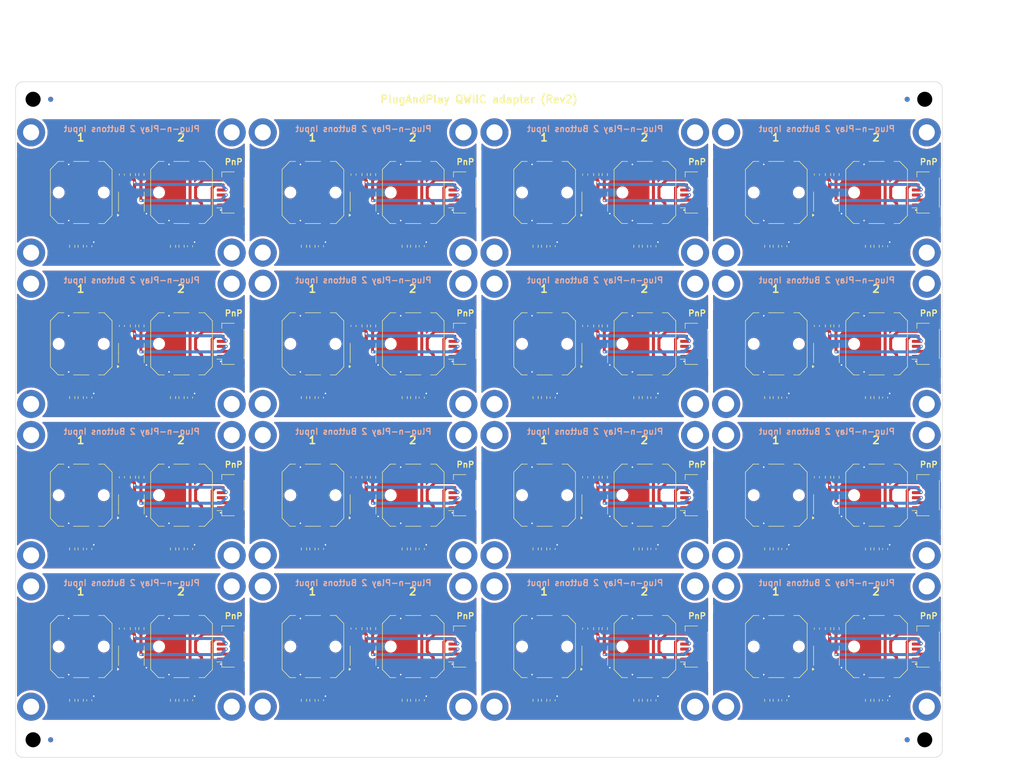
<source format=kicad_pcb>
(kicad_pcb (version 20240108) (generator "pcbnew") (generator_version "8.0")
  (title_block (title "PlugAndPlay QWIIC adapter") (date "2025-05-18") (rev "2") (company "A.B. Yazamut"))
  (layers (0 "F.Cu" signal) (31 "B.Cu" signal) (34 "B.Paste" user) (35 "F.Paste" user) (36 "B.SilkS" user "B.Silkscreen") (37 "F.SilkS" user "F.Silkscreen") (38 "B.Mask" user) (39 "F.Mask" user) (44 "Edge.Cuts" user))
  (net 0 "")
  (net 1 "Board_0-GND")
  (net 2 "Board_0-INT1")
  (net 3 "Board_0-INT2")
  (net 4 "Board_0-Net-(R2-Pad1)")
  (net 5 "Board_0-Net-(R3-Pad1)")
  (net 6 "Board_0-SCL")
  (net 7 "Board_0-SDA")
  (net 8 "Board_0-VCC")
  (net 9 "Board_1-GND")
  (net 10 "Board_1-INT1")
  (net 11 "Board_1-INT2")
  (net 12 "Board_1-Net-(R2-Pad1)")
  (net 13 "Board_1-Net-(R3-Pad1)")
  (net 14 "Board_1-SCL")
  (net 15 "Board_1-SDA")
  (net 16 "Board_1-VCC")
  (net 17 "Board_2-GND")
  (net 18 "Board_2-INT1")
  (net 19 "Board_2-INT2")
  (net 20 "Board_2-Net-(R2-Pad1)")
  (net 21 "Board_2-Net-(R3-Pad1)")
  (net 22 "Board_2-SCL")
  (net 23 "Board_2-SDA")
  (net 24 "Board_2-VCC")
  (net 25 "Board_3-GND")
  (net 26 "Board_3-INT1")
  (net 27 "Board_3-INT2")
  (net 28 "Board_3-Net-(R2-Pad1)")
  (net 29 "Board_3-Net-(R3-Pad1)")
  (net 30 "Board_3-SCL")
  (net 31 "Board_3-SDA")
  (net 32 "Board_3-VCC")
  (net 33 "Board_4-GND")
  (net 34 "Board_4-INT1")
  (net 35 "Board_4-INT2")
  (net 36 "Board_4-Net-(R2-Pad1)")
  (net 37 "Board_4-Net-(R3-Pad1)")
  (net 38 "Board_4-SCL")
  (net 39 "Board_4-SDA")
  (net 40 "Board_4-VCC")
  (net 41 "Board_5-GND")
  (net 42 "Board_5-INT1")
  (net 43 "Board_5-INT2")
  (net 44 "Board_5-Net-(R2-Pad1)")
  (net 45 "Board_5-Net-(R3-Pad1)")
  (net 46 "Board_5-SCL")
  (net 47 "Board_5-SDA")
  (net 48 "Board_5-VCC")
  (net 49 "Board_6-GND")
  (net 50 "Board_6-INT1")
  (net 51 "Board_6-INT2")
  (net 52 "Board_6-Net-(R2-Pad1)")
  (net 53 "Board_6-Net-(R3-Pad1)")
  (net 54 "Board_6-SCL")
  (net 55 "Board_6-SDA")
  (net 56 "Board_6-VCC")
  (net 57 "Board_7-GND")
  (net 58 "Board_7-INT1")
  (net 59 "Board_7-INT2")
  (net 60 "Board_7-Net-(R2-Pad1)")
  (net 61 "Board_7-Net-(R3-Pad1)")
  (net 62 "Board_7-SCL")
  (net 63 "Board_7-SDA")
  (net 64 "Board_7-VCC")
  (net 65 "Board_8-GND")
  (net 66 "Board_8-INT1")
  (net 67 "Board_8-INT2")
  (net 68 "Board_8-Net-(R2-Pad1)")
  (net 69 "Board_8-Net-(R3-Pad1)")
  (net 70 "Board_8-SCL")
  (net 71 "Board_8-SDA")
  (net 72 "Board_8-VCC")
  (net 73 "Board_9-GND")
  (net 74 "Board_9-INT1")
  (net 75 "Board_9-INT2")
  (net 76 "Board_9-Net-(R2-Pad1)")
  (net 77 "Board_9-Net-(R3-Pad1)")
  (net 78 "Board_9-SCL")
  (net 79 "Board_9-SDA")
  (net 80 "Board_9-VCC")
  (net 81 "Board_10-GND")
  (net 82 "Board_10-INT1")
  (net 83 "Board_10-INT2")
  (net 84 "Board_10-Net-(R2-Pad1)")
  (net 85 "Board_10-Net-(R3-Pad1)")
  (net 86 "Board_10-SCL")
  (net 87 "Board_10-SDA")
  (net 88 "Board_10-VCC")
  (net 89 "Board_11-GND")
  (net 90 "Board_11-INT1")
  (net 91 "Board_11-INT2")
  (net 92 "Board_11-Net-(R2-Pad1)")
  (net 93 "Board_11-Net-(R3-Pad1)")
  (net 94 "Board_11-SCL")
  (net 95 "Board_11-SDA")
  (net 96 "Board_11-VCC")
  (net 97 "Board_12-GND")
  (net 98 "Board_12-INT1")
  (net 99 "Board_12-INT2")
  (net 100 "Board_12-Net-(R2-Pad1)")
  (net 101 "Board_12-Net-(R3-Pad1)")
  (net 102 "Board_12-SCL")
  (net 103 "Board_12-SDA")
  (net 104 "Board_12-VCC")
  (net 105 "Board_13-GND")
  (net 106 "Board_13-INT1")
  (net 107 "Board_13-INT2")
  (net 108 "Board_13-Net-(R2-Pad1)")
  (net 109 "Board_13-Net-(R3-Pad1)")
  (net 110 "Board_13-SCL")
  (net 111 "Board_13-SDA")
  (net 112 "Board_13-VCC")
  (net 113 "Board_14-GND")
  (net 114 "Board_14-INT1")
  (net 115 "Board_14-INT2")
  (net 116 "Board_14-Net-(R2-Pad1)")
  (net 117 "Board_14-Net-(R3-Pad1)")
  (net 118 "Board_14-SCL")
  (net 119 "Board_14-SDA")
  (net 120 "Board_14-VCC")
  (net 121 "Board_15-GND")
  (net 122 "Board_15-INT1")
  (net 123 "Board_15-INT2")
  (net 124 "Board_15-Net-(R2-Pad1)")
  (net 125 "Board_15-Net-(R3-Pad1)")
  (net 126 "Board_15-SCL")
  (net 127 "Board_15-SDA")
  (net 128 "Board_15-VCC")
  (footprint "MountingHole:MountingHole_3.2mm_M3_DIN965_Pad" (layer "F.Cu") (at 154.3 60.2995)
    (property "Reference" "REF**" (hide yes))
    (property "Value" "MountingHole_3.2mm_M3_DIN965_Pad" (hide yes))
  )
  (footprint "Capacitor_SMD:C_0603_1608Metric" (layer "F.Cu") (at 165.9 143.4245 90)
    (property "Reference" "C3" (hide yes))
    (property "Value" "0.1uF" (hide yes))
  )
  (footprint "MountingHole:MountingHole_3.2mm_M3_DIN965_Pad" (layer "F.Cu") (at 148.1 54.0995)
    (property "Reference" "REF**" (hide yes))
    (property "Value" "MountingHole_3.2mm_M3_DIN965_Pad" (hide yes))
  )
  (footprint "Package_SO:SOIC-8_3.9x4.9mm_P1.27mm" (layer "F.Cu") (at 174.295 134.5245 90)
    (property "Reference" "U1" (hide yes))
    (property "Value" "M24C02-FMN" (hide yes))
  )
  (footprint "MountingHole:MountingHole_3.2mm_M3_DIN965_Pad" (layer "F.Cu") (at 108.1 144.6995)
    (property "Reference" "REF**" (hide yes))
    (property "Value" "MountingHole_3.2mm_M3_DIN965_Pad" (hide yes))
  )
  (footprint "Capacitor_SMD:C_0603_1608Metric" (layer "F.Cu") (at 73.5 113.2245 90)
    (property "Reference" "C3" (hide yes))
    (property "Value" "0.1uF" (hide yes))
  )
  (footprint "Capacitor_SMD:C_0603_1608Metric" (layer "F.Cu") (at 33.795 98.9245 -90)
    (property "Reference" "C1" (hide yes))
    (property "Value" "0.1uF" (hide yes))
  )
  (footprint "Fiducial:Fiducial_1mm_Mask2mm" (layer "F.Cu") (at 57.5 49.4995)
    (property "Reference" "REF**" (hide yes))
    (property "Value" "Fiducial_1mm_Mask2mm" (hide yes))
  )
  (footprint "MountingHole:MountingHole_3.2mm_M3_DIN965_Pad" (layer "F.Cu") (at 194.3 60.2995)
    (property "Reference" "REF**" (hide yes))
    (property "Value" "MountingHole_3.2mm_M3_DIN965_Pad" (hide yes))
  )
  (footprint "Resistor_SMD:R_0603_1608Metric" (layer "F.Cu") (at 45.7 113.2245 -90)
    (property "Reference" "R2" (hide yes))
    (property "Value" "1K" (hide yes))
  )
  (footprint "Fiducial" (layer "F.Cu") (at 190.4 23.5)
    (property "Reference" "KiKit_FID_T_2" (hide yes))
    (property "Value" "Fiducial" (hide yes))
  )
  (footprint "Capacitor_SMD:C_0603_1608Metric" (layer "F.Cu") (at 93.6 143.4245 90)
    (property "Reference" "C2" (hide yes))
    (property "Value" "0.1uF" (hide yes))
  )
  (footprint "Resistor_SMD:R_0603_1608Metric" (layer "F.Cu") (at 90.2 52.8245 -90)
    (property "Reference" "R1" (hide yes))
    (property "Value" "10K" (hide yes))
  )
  (footprint "Resistor_SMD:R_0603_1608Metric" (layer "F.Cu") (at 130.1 68.7245 90)
    (property "Reference" "R5" (hide yes))
    (property "Value" "2.2K" (hide yes))
  )
  (footprint "Fiducial" (layer "F.Cu") (at 190.4 151.2995)
    (property "Reference" "KiKit_FID_T_4" (hide yes))
    (property "Value" "Fiducial" (hide yes))
  )
  (footprint "Capacitor_SMD:C_0603_1608Metric" (layer "F.Cu") (at 139.8 113.2245 90)
    (property "Reference" "C2" (hide yes))
    (property "Value" "0.1uF" (hide yes))
  )
  (footprint "Fiducial:Fiducial_1mm_Mask2mm" (layer "F.Cu") (at 13.9 94.9995)
    (property "Reference" "REF**" (hide yes))
    (property "Value" "Fiducial_1mm_Mask2mm" (hide yes))
  )
  (footprint "Button_Switch_SMD:SW_Push_1P1T_NO_CK_PTS125Sx43PSMTR" (layer "F.Cu") (at 25.7 72.2995 90)
    (property "Reference" "SW1" (hide yes))
    (property "Value" "SW_Push" (hide yes))
  )
  (footprint "Fiducial:Fiducial_1mm_Mask2mm" (layer "F.Cu") (at 152.5 94.9995)
    (property "Reference" "REF**" (hide yes))
    (property "Value" "Fiducial_1mm_Mask2mm" (hide yes))
  )
  (footprint "Capacitor_SMD:C_0603_1608Metric" (layer "F.Cu") (at 73.5 143.4245 90)
    (property "Reference" "C3" (hide yes))
    (property "Value" "0.1uF" (hide yes))
  )
  (footprint "Capacitor_SMD:C_0603_1608Metric" (layer "F.Cu") (at 79.995 98.9245 -90)
    (property "Reference" "C1" (hide yes))
    (property "Value" "0.1uF" (hide yes))
  )
  (footprint "Package_SO:SOIC-8_3.9x4.9mm_P1.27mm" (layer "F.Cu") (at 174.295 74.1245 90)
    (property "Reference" "U1" (hide yes))
    (property "Value" "M24C02-FMN" (hide yes))
  )
  (footprint "MountingHole:MountingHole_3.2mm_M3_DIN965_Pad" (layer "F.Cu") (at 55.7 144.6995)
    (property "Reference" "REF**" (hide yes))
    (property "Value" "MountingHole_3.2mm_M3_DIN965_Pad" (hide yes))
  )
  (footprint "Connector_JST:JST_SH_SM06B-SRSS-TB_1x06-1MP_P1.00mm_Horizontal" (layer "F.Cu") (at 147.909284 102.4995 90)
    (property "Reference" "J1" (hide yes))
    (property "Value" "JST_SH_SM06B-SRSS-TB_1x06-1MP_P1.00mm_Horizontal" (hide yes))
  )
  (footprint "Resistor_SMD:R_0603_1608Metric" (layer "F.Cu") (at 162.5 143.4245 -90)
    (property "Reference" "R4" (hide yes))
    (property "Value" "10K" (hide yes))
  )
  (footprint "Resistor_SMD:R_0603_1608Metric" (layer "F.Cu") (at 174.6 98.9245 90)
    (property "Reference" "R6" (hide yes))
    (property "Value" "2.2K" (hide yes))
  )
  (footprint "Fiducial:Fiducial_1mm_Mask2mm" (layer "F.Cu") (at 196.1 109.8995)
    (property "Reference" "REF**" (hide yes))
    (property "Value" "Fiducial_1mm_Mask2mm" (hide yes))
  )
  (footprint "Resistor_SMD:R_0603_1608Metric" (layer "F.Cu") (at 128.4 129.1245 90)
    (property "Reference" "R6" (hide yes))
    (property "Value" "2.2K" (hide yes))
  )
  (footprint "Connector_JST:JST_SH_SM06B-SRSS-TB_1x06-1MP_P1.00mm_Horizontal" (layer "F.Cu") (at 55.509284 42.0995 90)
    (property "Reference" "J1" (hide yes))
    (property "Value" "JST_SH_SM06B-SRSS-TB_1x06-1MP_P1.00mm_Horizontal" (hide yes))
  )
  (footprint "MountingHole:MountingHole_3.2mm_M3_DIN965_Pad" (layer "F.Cu") (at 15.7 114.4995)
    (property "Reference" "REF**" (hide yes))
    (property "Value" "MountingHole_3.2mm_M3_DIN965_Pad" (hide yes))
  )
  (footprint "Capacitor_SMD:C_0603_1608Metric" (layer "F.Cu") (at 33.795 38.5245 -90)
    (property "Reference" "C1" (hide yes))
    (property "Value" "0.1uF" (hide yes))
  )
  (footprint "MountingHole:MountingHole_3.2mm_M3_DIN965_Pad" (layer "F.Cu") (at 61.9 84.2995)
    (property "Reference" "REF**" (hide yes))
    (property "Value" "MountingHole_3.2mm_M3_DIN965_Pad" (hide yes))
  )
  (footprint "Fiducial:Fiducial_1mm_Mask2mm" (layer "F.Cu") (at 152.5 34.5995)
    (property "Reference" "REF**" (hide yes))
    (property "Value" "Fiducial_1mm_Mask2mm" (hide yes))
  )
  (footprint "Package_SO:SOIC-8_3.9x4.9mm_P1.27mm" (layer "F.Cu") (at 128.095 134.5245 90)
    (property "Reference" "U1" (hide yes))
    (property "Value" "M24C02-FMN" (hide yes))
  )
  (footprint "Resistor_SMD:R_0603_1608Metric" (layer "F.Cu") (at 184.3 113.2245 -90)
    (property "Reference" "R2" (hide yes))
    (property "Value" "1K" (hide yes))
  )
  (footprint "MountingHole:MountingHole_3.2mm_M3_DIN965_Pad" (layer "F.Cu") (at 55.7 90.4995)
    (property "Reference" "REF**" (hide yes))
    (property "Value" "MountingHole_3.2mm_M3_DIN965_Pad" (hide yes))
  )
  (footprint "MountingHole:MountingHole_3.2mm_M3_DIN965_Pad" (layer "F.Cu") (at 108.1 54.0995)
    (property "Reference" "REF**" (hide yes))
    (property "Value" "MountingHole_3.2mm_M3_DIN965_Pad" (hide yes))
  )
  (footprint "Fiducial:Fiducial_1mm_Mask2mm" (layer "F.Cu") (at 149.9 79.6995)
    (property "Reference" "REF**" (hide yes))
    (property "Value" "Fiducial_1mm_Mask2mm" (hide yes))
  )
  (footprint "Button_Switch_SMD:SW_Push_1P1T_NO_CK_PTS125Sx43PSMTR" (layer "F.Cu") (at 91.9 42.0995 90)
    (property "Reference" "SW2" (hide yes))
    (property "Value" "SW_Push" (hide yes))
  )
  (footprint "Capacitor_SMD:C_0603_1608Metric" (layer "F.Cu") (at 47.4 113.2245 90)
    (property "Reference" "C2" (hide yes))
    (property "Value" "0.1uF" (hide yes))
  )
  (footprint "MountingHole:MountingHole_3.2mm_M3_DIN965_Pad" (layer "F.Cu") (at 194.3 120.6995)
    (property "Reference" "REF**" (hide yes))
    (property "Value" "MountingHole_3.2mm_M3_DIN965_Pad" (hide yes))
  )
  (footprint "Fiducial:Fiducial_1mm_Mask2mm" (layer "F.Cu") (at 60.1 34.5995)
    (property "Reference" "REF**" (hide yes))
    (property "Value" "Fiducial_1mm_Mask2mm" (hide yes))
  )
  (footprint "Button_Switch_SMD:SW_Push_1P1T_NO_CK_PTS125Sx43PSMTR" (layer "F.Cu") (at 25.7 102.4995 90)
    (property "Reference" "SW1" (hide yes))
    (property "Value" "SW_Push" (hide yes))
  )
  (footprint "Button_Switch_SMD:SW_Push_1P1T_NO_CK_PTS125Sx43PSMTR" (layer "F.Cu") (at 164.3 102.4995 90)
    (property "Reference" "SW1" (hide yes))
    (property "Value" "SW_Push" (hide yes))
  )
  (footprint "Button_Switch_SMD:SW_Push_1P1T_NO_CK_PTS125Sx43PSMTR" (layer "F.Cu") (at 71.9 42.0995 90)
    (property "Reference" "SW1" (hide yes))
    (property "Value" "SW_Push" (hide yes))
  )
  (footprint "Package_SO:SOIC-8_3.9x4.9mm_P1.27mm" (layer "F.Cu") (at 174.295 104.3245 90)
    (property "Reference" "U1" (hide yes))
    (property "Value" "M24C02-FMN" (hide yes))
  )
  (footprint "MountingHole:MountingHole_3.2mm_M3_DIN965_Pad" (layer "F.Cu") (at 154.3 90.4995)
    (property "Reference" "REF**" (hide yes))
    (property "Value" "MountingHole_3.2mm_M3_DIN965_Pad" (hide yes))
  )
  (footprint "MountingHole:MountingHole_3.2mm_M3_DIN965_Pad" (layer "F.Cu") (at 108.1 30.0995)
    (property "Reference" "REF**" (hide yes))
    (property "Value" "MountingHole_3.2mm_M3_DIN965_Pad" (hide yes))
  )
  (footprint "Capacitor_SMD:C_0603_1608Metric" (layer "F.Cu") (at 119.7 143.4245 90)
    (property "Reference" "C3" (hide yes))
    (property "Value" "0.1uF" (hide yes))
  )
  (footprint "Capacitor_SMD:C_0603_1608Metric" (layer "F.Cu") (at 79.995 38.5245 -90)
    (property "Reference" "C1" (hide yes))
    (property "Value" "0.1uF" (hide yes))
  )
  (footprint "Resistor_SMD:R_0603_1608Metric" (layer "F.Cu") (at 25.6 113.2245 -90)
    (property "Reference" "R3" (hide yes))
    (property "Value" "1K" (hide yes))
  )
  (footprint "Connector_JST:JST_SH_SM06B-SRSS-TB_1x06-1MP_P1.00mm_Horizontal" (layer "F.Cu") (at 194.109284 42.0995 90)
    (property "Reference" "J1" (hide yes))
    (property "Value" "JST_SH_SM06B-SRSS-TB_1x06-1MP_P1.00mm_Horizontal" (hide yes))
  )
  (footprint "Resistor_SMD:R_0603_1608Metric" (layer "F.Cu") (at 162.5 52.8245 -90)
    (property "Reference" "R4" (hide yes))
    (property "Value" "10K" (hide yes))
  )
  (footprint "Capacitor_SMD:C_0603_1608Metric" (layer "F.Cu") (at 47.4 143.4245 90)
    (property "Reference" "C2" (hide yes))
    (property "Value" "0.1uF" (hide yes))
  )
  (footprint "Package_SO:SOIC-8_3.9x4.9mm_P1.27mm" (layer "F.Cu") (at 81.895 74.1245 90)
    (property "Reference" "U1" (hide yes))
    (property "Value" "M24C02-FMN" (hide yes))
  )
  (footprint "MountingHole:MountingHole_3.2mm_M3_DIN965_Pad" (layer "F.Cu") (at 61.9 60.2995)
    (property "Reference" "REF**" (hide yes))
    (property "Value" "MountingHole_3.2mm_M3_DIN965_Pad" (hide yes))
  )
  (footprint "MountingHole:MountingHole_3.2mm_M3_DIN965_Pad" (layer "F.Cu") (at 148.1 84.2995)
    (property "Reference" "REF**" (hide yes))
    (property "Value" "MountingHole_3.2mm_M3_DIN965_Pad" (hide yes))
  )
  (footprint "Resistor_SMD:R_0603_1608Metric" (layer "F.Cu") (at 182.6 52.8245 -90)
    (property "Reference" "R1" (hide yes))
    (property "Value" "10K" (hide yes))
  )
  (footprint "Button_Switch_SMD:SW_Push_1P1T_NO_CK_PTS125Sx43PSMTR" (layer "F.Cu") (at 138.1 42.0995 90)
    (property "Reference" "SW2" (hide yes))
    (property "Value" "SW_Push" (hide yes))
  )
  (footprint "MountingHole:MountingHole_3.2mm_M3_DIN965_Pad" (layer "F.Cu") (at 15.7 90.4995)
    (property "Reference" "REF**" (hide yes))
    (property "Value" "MountingHole_3.2mm_M3_DIN965_Pad" (hide yes))
  )
  (footprint "Fiducial:Fiducial_1mm_Mask2mm" (layer "F.Cu") (at 152.5 64.7995)
    (property "Reference" "REF**" (hide yes))
    (property "Value" "Fiducial_1mm_Mask2mm" (hide yes))
  )
  (footprint "Capacitor_SMD:C_0603_1608Metric" (layer "F.Cu") (at 73.5 83.0245 90)
    (property "Reference" "C3" (hide yes))
    (property "Value" "0.1uF" (hide yes))
  )
  (footprint "Resistor_SMD:R_0603_1608Metric" (layer "F.Cu") (at 71.8 83.0245 -90)
    (property "Reference" "R3" (hide yes))
    (property "Value" "1K" (hide yes))
  )
  (footprint "Resistor_SMD:R_0603_1608Metric" (layer "F.Cu") (at 25.6 143.4245 -90)
    (property "Reference" "R3" (hide yes))
    (property "Value" "1K" (hide yes))
  )
  (footprint "NPTH" (layer "F.Cu") (at 193.9 23.5)
    (property "Reference" "KiKit_TO_2" (hide yes))
    (property "Value" "NPTH" (hide yes))
  )
  (footprint "Fiducial:Fiducial_1mm_Mask2mm" (layer "F.Cu") (at 103.7 109.8995)
    (property "Reference" "REF**" (hide yes))
    (property "Value" "Fiducial_1mm_Mask2mm" (hide yes))
  )
  (footprint "Button_Switch_SMD:SW_Push_1P1T_NO_CK_PTS125Sx43PSMTR" (layer "F.Cu") (at 184.3 42.0995 90)
    (property "Reference" "SW2" (hide yes))
    (property "Value" "SW_Push" (hide yes))
  )
  (footprint "Resistor_SMD:R_0603_1608Metric" (layer "F.Cu") (at 138.1 52.8245 -90)
    (property "Reference" "R2" (hide yes))
    (property "Value" "1K" (hide yes))
  )
  (footprint "Resistor_SMD:R_0603_1608Metric" (layer "F.Cu") (at 36 129.1245 90)
    (property "Reference" "R6" (hide yes))
    (property "Value" "2.2K" (hide yes))
  )
  (footprint "MountingHole:MountingHole_3.2mm_M3_DIN965_Pad" (layer "F.Cu") (at 101.9 84.2995)
    (property "Reference" "REF**" (hide yes))
    (property "Value" "MountingHole_3.2mm_M3_DIN965_Pad" (hide yes))
  )
  (footprint "Button_Switch_SMD:SW_Push_1P1T_NO_CK_PTS125Sx43PSMTR" (layer "F.Cu") (at 91.9 132.6995 90)
    (property "Reference" "SW2" (hide yes))
    (property "Value" "SW_Push" (hide yes))
  )
  (footprint "MountingHole:MountingHole_3.2mm_M3_DIN965_Pad" (layer "F.Cu") (at 15.7 60.2995)
    (property "Reference" "REF**" (hide yes))
    (property "Value" "MountingHole_3.2mm_M3_DIN965_Pad" (hide yes))
  )
  (footprint "Resistor_SMD:R_0603_1608Metric" (layer "F.Cu") (at 44 113.2245 -90)
    (property "Reference" "R1" (hide yes))
    (property "Value" "10K" (hide yes))
  )
  (footprint "Fiducial:Fiducial_1mm_Mask2mm" (layer "F.Cu") (at 60.1 64.7995)
    (property "Reference" "REF**" (hide yes))
    (property "Value" "Fiducial_1mm_Mask2mm" (hide yes))
  )
  (footprint "MountingHole:MountingHole_3.2mm_M3_DIN965_Pad" (layer "F.Cu") (at 194.3 90.4995)
    (property "Reference" "REF**" (hide yes))
    (property "Value" "MountingHole_3.2mm_M3_DIN965_Pad" (hide yes))
  )
  (footprint "MountingHole:MountingHole_3.2mm_M3_DIN965_Pad" (layer "F.Cu") (at 148.1 60.2995)
    (property "Reference" "REF**" (hide yes))
    (property "Value" "MountingHole_3.2mm_M3_DIN965_Pad" (hide yes))
  )
  (footprint "NPTH" (layer "F.Cu") (at 16.1 151.2995)
    (property "Reference" "KiKit_TO_3" (hide yes))
    (property "Value" "NPTH" (hide yes))
  )
  (footprint "Fiducial:Fiducial_1mm_Mask2mm" (layer "F.Cu") (at 103.7 49.4995)
    (property "Reference" "REF**" (hide yes))
    (property "Value" "Fiducial_1mm_Mask2mm" (hide yes))
  )
  (footprint "Capacitor_SMD:C_0603_1608Metric" (layer "F.Cu") (at 27.3 83.0245 90)
    (property "Reference" "C3" (hide yes))
    (property "Value" "0.1uF" (hide yes))
  )
  (footprint "Resistor_SMD:R_0603_1608Metric" (layer "F.Cu") (at 90.2 113.2245 -90)
    (property "Reference" "R1" (hide yes))
    (property "Value" "10K" (hide yes))
  )
  (footprint "Package_SO:SOIC-8_3.9x4.9mm_P1.27mm" (layer "F.Cu") (at 174.295 43.9245 90)
    (property "Reference" "U1" (hide yes))
    (property "Value" "M24C02-FMN" (hide yes))
  )
  (footprint "Connector_JST:JST_SH_SM06B-SRSS-TB_1x06-1MP_P1.00mm_Horizontal" (layer "F.Cu") (at 55.509284 102.4995 90)
    (property "Reference" "J1" (hide yes))
    (property "Value" "JST_SH_SM06B-SRSS-TB_1x06-1MP_P1.00mm_Horizontal" (hide yes))
  )
  (footprint "Fiducial:Fiducial_1mm_Mask2mm" (layer "F.Cu") (at 106.3 125.1995)
    (property "Reference" "REF**" (hide yes))
    (property "Value" "Fiducial_1mm_Mask2mm" (hide yes))
  )
  (footprint "Capacitor_SMD:C_0603_1608Metric" (layer "F.Cu") (at 139.8 52.8245 90)
    (property "Reference" "C2" (hide yes))
    (property "Value" "0.1uF" (hide yes))
  )
  (footprint "Fiducial:Fiducial_1mm_Mask2mm" (layer "F.Cu") (at 13.9 125.1995)
    (property "Reference" "REF**" (hide yes))
    (property "Value" "Fiducial_1mm_Mask2mm" (hide yes))
  )
  (footprint "Connector_JST:JST_SH_SM06B-SRSS-TB_1x06-1MP_P1.00mm_Horizontal" (layer "F.Cu") (at 147.909284 132.6995 90)
    (property "Reference" "J1" (hide yes))
    (property "Value" "JST_SH_SM06B-SRSS-TB_1x06-1MP_P1.00mm_Horizontal" (hide yes))
  )
  (footprint "Resistor_SMD:R_0603_1608Metric" (layer "F.Cu") (at 164.2 143.4245 -90)
    (property "Reference" "R3" (hide yes))
    (property "Value" "1K" (hide yes))
  )
  (footprint "MountingHole:MountingHole_3.2mm_M3_DIN965_Pad" (layer "F.Cu") (at 108.1 90.4995)
    (property "Reference" "REF**" (hide yes))
    (property "Value" "MountingHole_3.2mm_M3_DIN965_Pad" (hide yes))
  )
  (footprint "Capacitor_SMD:C_0603_1608Metric" (layer "F.Cu") (at 186 113.2245 90)
    (property "Reference" "C2" (hide yes))
    (property "Value" "0.1uF" (hide yes))
  )
  (footprint "MountingHole:MountingHole_3.2mm_M3_DIN965_Pad" (layer "F.Cu") (at 61.9 114.4995)
    (property "Reference" "REF**" (hide yes))
    (property "Value" "MountingHole_3.2mm_M3_DIN965_Pad" (hide yes))
  )
  (footprint "Resistor_SMD:R_0603_1608Metric" (layer "F.Cu") (at 91.9 83.0245 -90)
    (property "Reference" "R2" (hide yes))
    (property "Value" "1K" (hide yes))
  )
  (footprint "Capacitor_SMD:C_0603_1608Metric" (layer "F.Cu") (at 93.6 52.8245 90)
    (property "Reference" "C2" (hide yes))
    (property "Value" "0.1uF" (hide yes))
  )
  (footprint "Resistor_SMD:R_0603_1608Metric" (layer "F.Cu") (at 182.6 143.4245 -90)
    (property "Reference" "R1" (hide yes))
    (property "Value" "10K" (hide yes))
  )
  (footprint "Connector_JST:JST_SH_SM06B-SRSS-TB_1x06-1MP_P1.00mm_Horizontal" (layer "F.Cu") (at 147.909284 72.2995 90)
    (property "Reference" "J1" (hide yes))
    (property "Value" "JST_SH_SM06B-SRSS-TB_1x06-1MP_P1.00mm_Horizontal" (hide yes))
  )
  (footprint "Resistor_SMD:R_0603_1608Metric" (layer "F.Cu") (at 184.3 52.8245 -90)
    (property "Reference" "R2" (hide yes))
    (property "Value" "1K" (hide yes))
  )
  (footprint "Resistor_SMD:R_0603_1608Metric" (layer "F.Cu") (at 44 83.0245 -90)
    (property "Reference" "R1" (hide yes))
    (property "Value" "10K" (hide yes))
  )
  (footprint "Fiducial:Fiducial_1mm_Mask2mm" (layer "F.Cu") (at 103.7 140.0995)
    (property "Reference" "REF**" (hide yes))
    (property "Value" "Fiducial_1mm_Mask2mm" (hide yes))
  )
  (footprint "Resistor_SMD:R_0603_1608Metric" (layer "F.Cu") (at 128.4 98.9245 90)
    (property "Reference" "R6" (hide yes))
    (property "Value" "2.2K" (hide yes))
  )
  (footprint "Button_Switch_SMD:SW_Push_1P1T_NO_CK_PTS125Sx43PSMTR" (layer "F.Cu") (at 184.3 102.4995 90)
    (property "Reference" "SW2" (hide yes))
    (property "Value" "SW_Push" (hide yes))
  )
  (footprint "MountingHole:MountingHole_3.2mm_M3_DIN965_Pad" (layer "F.Cu") (at 194.3 54.0995)
    (property "Reference" "REF**" (hide yes))
    (property "Value" "MountingHole_3.2mm_M3_DIN965_Pad" (hide yes))
  )
  (footprint "MountingHole:MountingHole_3.2mm_M3_DIN965_Pad" (layer "F.Cu") (at 15.7 120.6995)
    (property "Reference" "REF**" (hide yes))
    (property "Value" "MountingHole_3.2mm_M3_DIN965_Pad" (hide yes))
  )
  (footprint "NPTH" (layer "F.Cu") (at 16.1 23.5)
    (property "Reference" "KiKit_TO_1" (hide yes))
    (property "Value" "NPTH" (hide yes))
  )
  (footprint "MountingHole:MountingHole_3.2mm_M3_DIN965_Pad" (layer "F.Cu") (at 154.3 54.0995)
    (property "Reference" "REF**" (hide yes))
    (property "Value" "MountingHole_3.2mm_M3_DIN965_Pad" (hide yes))
  )
  (footprint "Capacitor_SMD:C_0603_1608Metric" (layer "F.Cu") (at 186 52.8245 90)
    (property "Reference" "C2" (hide yes))
    (property "Value" "0.1uF" (hide yes))
  )
  (footprint "Resistor_SMD:R_0603_1608Metric" (layer "F.Cu") (at 82.2 68.7245 90)
    (property "Reference" "R6" (hide yes))
    (property "Value" "2.2K" (hide yes))
  )
  (footprint "Resistor_SMD:R_0603_1608Metric" (layer "F.Cu") (at 174.6 129.1245 90)
    (property "Reference" "R6" (hide yes))
    (property "Value" "2.2K" (hide yes))
  )
  (footprint "Capacitor_SMD:C_0603_1608Metric" (layer "F.Cu") (at 126.195 98.9245 -90)
    (property "Reference" "C1" (hide yes))
    (property "Value" "0.1uF" (hide yes))
  )
  (footprint "MountingHole:MountingHole_3.2mm_M3_DIN965_Pad" (layer "F.Cu") (at 15.7 30.0995)
    (property "Reference" "REF**" (hide yes))
    (property "Value" "MountingHole_3.2mm_M3_DIN965_Pad" (hide yes))
  )
  (footprint "Resistor_SMD:R_0603_1608Metric" (layer "F.Cu") (at 25.6 52.8245 -90)
    (property "Reference" "R3" (hide yes))
    (property "Value" "1K" (hide yes))
  )
  (footprint "Capacitor_SMD:C_0603_1608Metric" (layer "F.Cu") (at 33.795 129.1245 -90)
    (property "Reference" "C1" (hide yes))
    (property "Value" "0.1uF" (hide yes))
  )
  (footprint "Button_Switch_SMD:SW_Push_1P1T_NO_CK_PTS125Sx43PSMTR" (layer "F.Cu") (at 71.9 132.6995 90)
    (property "Reference" "SW1" (hide yes))
    (property "Value" "SW_Push" (hide yes))
  )
  (footprint "Button_Switch_SMD:SW_Push_1P1T_NO_CK_PTS125Sx43PSMTR" (layer "F.Cu") (at 91.9 72.2995 90)
    (property "Reference" "SW2" (hide yes))
    (property "Value" "SW_Push" (hide yes))
  )
  (footprint "Button_Switch_SMD:SW_Push_1P1T_NO_CK_PTS125Sx43PSMTR" (layer "F.Cu") (at 118.1 42.0995 90)
    (property "Reference" "SW1" (hide yes))
    (property "Value" "SW_Push" (hide yes))
  )
  (footprint "Capacitor_SMD:C_0603_1608Metric" (layer "F.Cu") (at 139.8 143.4245 90)
    (property "Reference" "C2" (hide yes))
    (property "Value" "0.1uF" (hide yes))
  )
  (footprint "Resistor_SMD:R_0603_1608Metric" (layer "F.Cu") (at 118 83.0245 -90)
    (property "Reference" "R3" (hide yes))
    (property "Value" "1K" (hide yes))
  )
  (footprint "Resistor_SMD:R_0603_1608Metric" (layer "F.Cu") (at 162.5 113.2245 -90)
    (property "Reference" "R4" (hide yes))
    (property "Value" "10K" (hide yes))
  )
  (footprint "Resistor_SMD:R_0603_1608Metric" (layer "F.Cu") (at 138.1 113.2245 -90)
    (property "Reference" "R2" (hide yes))
    (property "Value" "1K" (hide yes))
  )
  (footprint "Resistor_SMD:R_0603_1608Metric" (layer "F.Cu") (at 83.9 129.1245 90)
    (property "Reference" "R5" (hide yes))
    (property "Value" "2.2K" (hide yes))
  )
  (footprint "Capacitor_SMD:C_0603_1608Metric" (layer "F.Cu") (at 119.7 113.2245 90)
    (property "Reference" "C3" (hide yes))
    (property "Value" "0.1uF" (hide yes))
  )
  (footprint "Resistor_SMD:R_0603_1608Metric" (layer "F.Cu") (at 45.7 83.0245 -90)
    (property "Reference" "R2" (hide yes))
    (property "Value" "1K" (hide yes))
  )
  (footprint "MountingHole:MountingHole_3.2mm_M3_DIN965_Pad" (layer "F.Cu") (at 101.9 54.0995)
    (property "Reference" "REF**" (hide yes))
    (property "Value" "MountingHole_3.2mm_M3_DIN965_Pad" (hide yes))
  )
  (footprint "Fiducial:Fiducial_1mm_Mask2mm" (layer "F.Cu") (at 196.1 79.6995)
    (property "Reference" "REF**" (hide yes))
    (property "Value" "Fiducial_1mm_Mask2mm" (hide yes))
  )
  (footprint "Button_Switch_SMD:SW_Push_1P1T_NO_CK_PTS125Sx43PSMTR" (layer "F.Cu") (at 25.7 132.6995 90)
    (property "Reference" "SW1" (hide yes))
    (property "Value" "SW_Push" (hide yes))
  )
  (footprint "Resistor_SMD:R_0603_1608Metric" (layer "F.Cu") (at 23.9 83.0245 -90)
    (property "Reference" "R4" (hide yes))
    (property "Value" "10K" (hide yes))
  )
  (footprint "MountingHole:MountingHole_3.2mm_M3_DIN965_Pad" (layer "F.Cu") (at 194.3 84.2995)
    (property "Reference" "REF**" (hide yes))
    (property "Value" "MountingHole_3.2mm_M3_DIN965_Pad" (hide yes))
  )
  (footprint "Capacitor_SMD:C_0603_1608Metric" (layer "F.Cu") (at 93.6 83.0245 90)
    (property "Reference" "C2" (hide yes))
    (property "Value" "0.1uF" (hide yes))
  )
  (footprint "Button_Switch_SMD:SW_Push_1P1T_NO_CK_PTS125Sx43PSMTR" (layer "F.Cu") (at 71.9 102.4995 90)
    (property "Reference" "SW1" (hide yes))
    (property "Value" "SW_Push" (hide yes))
  )
  (footprint "Resistor_SMD:R_0603_1608Metric" (layer "F.Cu") (at 118 52.8245 -90)
    (property "Reference" "R3" (hide yes))
    (property "Value" "1K" (hide yes))
  )
  (footprint "Connector_JST:JST_SH_SM06B-SRSS-TB_1x06-1MP_P1.00mm_Horizontal" (layer "F.Cu") (at 147.909284 42.0995 90)
    (property "Reference" "J1" (hide yes))
    (property "Value" "JST_SH_SM06B-SRSS-TB_1x06-1MP_P1.00mm_Horizontal" (hide yes))
  )
  (footprint "MountingHole:MountingHole_3.2mm_M3_DIN965_Pad" (layer "F.Cu") (at 194.3 114.4995)
    (property "Reference" "REF**" (hide yes))
    (property "Value" "MountingHole_3.2mm_M3_DIN965_Pad" (hide yes))
  )
  (footprint "Resistor_SMD:R_0603_1608Metric" (layer "F.Cu") (at 71.8 52.8245 -90)
    (property "Reference" "R3" (hide yes))
    (property "Value" "1K" (hide yes))
  )
  (footprint "Resistor_SMD:R_0603_1608Metric" (layer "F.Cu") (at 91.9 113.2245 -90)
    (property "Reference" "R2" (hide yes))
    (property "Value" "1K" (hide yes))
  )
  (footprint "MountingHole:MountingHole_3.2mm_M3_DIN965_Pad" (layer "F.Cu") (at 55.7 84.2995)
    (property "Reference" "REF**" (hide yes))
    (property "Value" "MountingHole_3.2mm_M3_DIN965_Pad" (hide yes))
  )
  (footprint "Button_Switch_SMD:SW_Push_1P1T_NO_CK_PTS125Sx43PSMTR" (layer "F.Cu") (at 91.9 102.4995 90)
    (property "Reference" "SW2" (hide yes))
    (property "Value" "SW_Push" (hide yes))
  )
  (footprint "Resistor_SMD:R_0603_1608Metric" (layer "F.Cu") (at 118 113.2245 -90)
    (property "Reference" "R3" (hide yes))
    (property "Value" "1K" (hide yes))
  )
  (footprint "Capacitor_SMD:C_0603_1608Metric" (layer "F.Cu") (at 47.4 83.0245 90)
    (property "Reference" "C2" (hide yes))
    (property "Value" "0.1uF" (hide yes))
  )
  (footprint "Resistor_SMD:R_0603_1608Metric" (layer "F.Cu") (at 36 38.5245 90)
    (property "Reference" "R6" (hide yes))
    (property "Value" "2.2K" (hide yes))
  )
  (footprint "Fiducial:Fiducial_1mm_Mask2mm" (layer "F.Cu") (at 149.9 49.4995)
    (property "Reference" "REF**" (hide yes))
    (property "Value" "Fiducial_1mm_Mask2mm" (hide yes))
  )
  (footprint "Fiducial:Fiducial_1mm_Mask2mm" (layer "F.Cu") (at 106.3 94.9995)
    (property "Reference" "REF**" (hide yes))
    (property "Value" "Fiducial_1mm_Mask2mm" (hide yes))
  )
  (footprint "Resistor_SMD:R_0603_1608Metric" (layer "F.Cu") (at 23.9 52.8245 -90)
    (property "Reference" "R4" (hide yes))
    (property "Value" "10K" (hide yes))
  )
  (footprint "Resistor_SMD:R_0603_1608Metric" (layer "F.Cu") (at 138.1 143.4245 -90)
    (property "Reference" "R2" (hide yes))
    (property "Value" "1K" (hide yes))
  )
  (footprint "Capacitor_SMD:C_0603_1608Metric" (layer "F.Cu") (at 119.7 52.8245 90)
    (property "Reference" "C3" (hide yes))
    (property "Value" "0.1uF" (hide yes))
  )
  (footprint "MountingHole:MountingHole_3.2mm_M3_DIN965_Pad" (layer "F.Cu") (at 15.7 144.6995)
    (property "Reference" "REF**" (hide yes))
    (property "Value" "MountingHole_3.2mm_M3_DIN965_Pad" (hide yes))
  )
  (footprint "MountingHole:MountingHole_3.2mm_M3_DIN965_Pad" (layer "F.Cu") (at 101.9 30.0995)
    (property "Reference" "REF**" (hide yes))
    (property "Value" "MountingHole_3.2mm_M3_DIN965_Pad" (hide yes))
  )
  (footprint "Resistor_SMD:R_0603_1608Metric" (layer "F.Cu") (at 130.1 129.1245 90)
    (property "Reference" "R5" (hide yes))
    (property "Value" "2.2K" (hide yes))
  )
  (footprint "Button_Switch_SMD:SW_Push_1P1T_NO_CK_PTS125Sx43PSMTR" (layer "F.Cu") (at 45.7 42.0995 90)
    (property "Reference" "SW2" (hide yes))
    (property "Value" "SW_Push" (hide yes))
  )
  (footprint "MountingHole:MountingHole_3.2mm_M3_DIN965_Pad" (layer "F.Cu") (at 108.1 120.6995)
    (property "Reference" "REF**" (hide yes))
    (property "Value" "MountingHole_3.2mm_M3_DIN965_Pad" (hide yes))
  )
  (footprint "NPTH" (layer "F.Cu") (at 193.9 151.2995)
    (property "Reference" "KiKit_TO_4" (hide yes))
    (property "Value" "NPTH" (hide yes))
  )
  (footprint "Fiducial:Fiducial_1mm_Mask2mm" (layer "F.Cu") (at 60.1 94.9995)
    (property "Reference" "REF**" (hide yes))
    (property "Value" "Fiducial_1mm_Mask2mm" (hide yes))
  )
  (footprint "Resistor_SMD:R_0603_1608Metric" (layer "F.Cu") (at 130.1 98.9245 90)
    (property "Reference" "R5" (hide yes))
    (property "Value" "2.2K" (hide yes))
  )
  (footprint "MountingHole:MountingHole_3.2mm_M3_DIN965_Pad" (layer "F.Cu") (at 108.1 84.2995)
    (property "Reference" "REF**" (hide yes))
    (property "Value" "MountingHole_3.2mm_M3_DIN965_Pad" (hide yes))
  )
  (footprint "Connector_JST:JST_SH_SM06B-SRSS-TB_1x06-1MP_P1.00mm_Horizontal" (layer "F.Cu") (at 55.509284 72.2995 90)
    (property "Reference" "J1" (hide yes))
    (property "Value" "JST_SH_SM06B-SRSS-TB_1x06-1MP_P1.00mm_Horizontal" (hide yes))
  )
  (footprint "Button_Switch_SMD:SW_Push_1P1T_NO_CK_PTS125Sx43PSMTR" (layer "F.Cu") (at 25.7 42.0995 90)
    (property "Reference" "SW1" (hide yes))
    (property "Value" "SW_Push" (hide yes))
  )
  (footprint "Resistor_SMD:R_0603_1608Metric" (layer "F.Cu") (at 136.4 143.4245 -90)
    (property "Reference" "R1" (hide yes))
    (property "Value" "10K" (hide yes))
  )
  (footprint "MountingHole:MountingHole_3.2mm_M3_DIN965_Pad" (layer "F.Cu") (at 55.7 30.0995)
    (property "Reference" "REF**" (hide yes))
    (property "Value" "MountingHole_3.2mm_M3_DIN965_Pad" (hide yes))
  )
  (footprint "Package_SO:SOIC-8_3.9x4.9mm_P1.27mm" (layer "F.Cu") (at 35.695 74.1245 90)
    (property "Reference" "U1" (hide yes))
    (property "Value" "M24C02-FMN" (hide yes))
  )
  (footprint "Resistor_SMD:R_0603_1608Metric" (layer "F.Cu") (at 128.4 38.5245 90)
    (property "Reference" "R6" (hide yes))
    (property "Value" "2.2K" (hide yes))
  )
  (footprint "Resistor_SMD:R_0603_1608Metric" (layer "F.Cu") (at 82.2 129.1245 90)
    (property "Reference" "R6" (hide yes))
    (property "Value" "2.2K" (hide yes))
  )
  (footprint "Resistor_SMD:R_0603_1608Metric" (layer "F.Cu") (at 164.2 52.8245 -90)
    (property "Reference" "R3" (hide yes))
    (property "Value" "1K" (hide yes))
  )
  (footprint "Capacitor_SMD:C_0603_1608Metric" (layer "F.Cu") (at 165.9 52.8245 90)
    (property "Reference" "C3" (hide yes))
    (property "Value" "0.1uF" (hide yes))
  )
  (footprint "MountingHole:MountingHole_3.2mm_M3_DIN965_Pad" (layer "F.Cu") (at 154.3 30.0995)
    (property "Reference" "REF**" (hide yes))
    (property "Value" "MountingHole_3.2mm_M3_DIN965_Pad" (hide yes))
  )
  (footprint "Fiducial:Fiducial_1mm_Mask2mm" (layer "F.Cu") (at 196.1 49.4995)
    (property "Reference" "REF**" (hide yes))
    (property "Value" "Fiducial_1mm_Mask2mm" (hide yes))
  )
  (footprint "Resistor_SMD:R_0603_1608Metric" (layer "F.Cu") (at 37.7 129.1245 90)
    (property "Reference" "R5" (hide yes))
    (property "Value" "2.2K" (hide yes))
  )
  (footprint "Capacitor_SMD:C_0603_1608Metric" (layer "F.Cu") (at 186 83.0245 90)
    (property "Reference" "C2" (hide yes))
    (property "Value" "0.1uF" (hide yes))
  )
  (footprint "Resistor_SMD:R_0603_1608Metric" (layer "F.Cu") (at 174.6 38.5245 90)
    (property "Reference" "R6" (hide yes))
    (property "Value" "2.2K" (hide yes))
  )
  (footprint "Capacitor_SMD:C_0603_1608Metric" (layer "F.Cu") (at 126.195 68.7245 -90)
    (property "Reference" "C1" (hide yes))
    (property "Value" "0.1uF" (hide yes))
  )
  (footprint "Capacitor_SMD:C_0603_1608Metric" (layer "F.Cu") (at 33.795 68.7245 -90)
    (property "Reference" "C1" (hide yes))
    (property "Value" "0.1uF" (hide yes))
  )
  (footprint "MountingHole:MountingHole_3.2mm_M3_DIN965_Pad" (layer "F.Cu") (at 15.7 54.0995)
    (property "Reference" "REF**" (hide yes))
    (property "Value" "MountingHole_3.2mm_M3_DIN965_Pad" (hide yes))
  )
  (footprint "Connector_JST:JST_SH_SM06B-SRSS-TB_1x06-1MP_P1.00mm_Horizontal" (layer "F.Cu") (at 101.709284 132.6995 90)
    (property "Reference" "J1" (hide yes))
    (property "Value" "JST_SH_SM06B-SRSS-TB_1x06-1MP_P1.00mm_Horizontal" (hide yes))
  )
  (footprint "MountingHole:MountingHole_3.2mm_M3_DIN965_Pad" (layer "F.Cu") (at 55.7 54.0995)
    (property "Reference" "REF**" (hide yes))
    (property "Value" "MountingHole_3.2mm_M3_DIN965_Pad" (hide yes))
  )
  (footprint "Fiducial:Fiducial_1mm_Mask2mm" (layer "F.Cu") (at 196.1 140.0995)
    (property "Reference" "REF**" (hide yes))
    (property "Value" "Fiducial_1mm_Mask2mm" (hide yes))
  )
  (footprint "Resistor_SMD:R_0603_1608Metric" (layer "F.Cu") (at 138.1 83.0245 -90)
    (property "Reference" "R2" (hide yes))
    (property "Value" "1K" (hide yes))
  )
  (footprint "Package_SO:SOIC-8_3.9x4.9mm_P1.27mm" (layer "F.Cu") (at 35.695 134.5245 90)
    (property "Reference" "U1" (hide yes))
    (property "Value" "M24C02-FMN" (hide yes))
  )
  (footprint "Button_Switch_SMD:SW_Push_1P1T_NO_CK_PTS125Sx43PSMTR" (layer "F.Cu") (at 138.1 102.4995 90)
    (property "Reference" "SW2" (hide yes))
    (property "Value" "SW_Push" (hide yes))
  )
  (footprint "MountingHole:MountingHole_3.2mm_M3_DIN965_Pad" (layer "F.Cu") (at 101.9 144.6995)
    (property "Reference" "REF**" (hide yes))
    (property "Value" "MountingHole_3.2mm_M3_DIN965_Pad" (hide yes))
  )
  (footprint "Resistor_SMD:R_0603_1608Metric" (layer "F.Cu") (at 71.8 143.4245 -90)
    (property "Reference" "R3" (hide yes))
    (property "Value" "1K" (hide yes))
  )
  (footprint "Package_SO:SOIC-8_3.9x4.9mm_P1.27mm" (layer "F.Cu") (at 81.895 134.5245 90)
    (property "Reference" "U1" (hide yes))
    (property "Value" "M24C02-FMN" (hide yes))
  )
  (footprint "MountingHole:MountingHole_3.2mm_M3_DIN965_Pad" (layer "F.Cu") (at 154.3 120.6995)
    (property "Reference" "REF**" (hide yes))
    (property "Value" "MountingHole_3.2mm_M3_DIN965_Pad" (hide yes))
  )
  (footprint "Capacitor_SMD:C_0603_1608Metric" (layer "F.Cu") (at 165.9 83.0245 90)
    (property "Reference" "C3" (hide yes))
    (property "Value" "0.1uF" (hide yes))
  )
  (footprint "Button_Switch_SMD:SW_Push_1P1T_NO_CK_PTS125Sx43PSMTR" (layer "F.Cu") (at 118.1 102.4995 90)
    (property "Reference" "SW1" (hide yes))
    (property "Value" "SW_Push" (hide yes))
  )
  (footprint "Resistor_SMD:R_0603_1608Metric" (layer "F.Cu") (at 176.3 129.1245 90)
    (property "Reference" "R5" (hide yes))
    (property "Value" "2.2K" (hide yes))
  )
  (footprint "MountingHole:MountingHole_3.2mm_M3_DIN965_Pad" (layer "F.Cu") (at 154.3 144.6995)
    (property "Reference" "REF**" (hide yes))
    (property "Value" "MountingHole_3.2mm_M3_DIN965_Pad" (hide yes))
  )
  (footprint "Resistor_SMD:R_0603_1608Metric" (layer "F.Cu") (at 176.3 98.9245 90)
    (property "Reference" "R5" (hide yes))
    (property "Value" "2.2K" (hide yes))
  )
  (footprint "MountingHole:MountingHole_3.2mm_M3_DIN965_Pad" (layer "F.Cu") (at 61.9 30.0995)
    (property "Reference" "REF**" (hide yes))
    (property "Value" "MountingHole_3.2mm_M3_DIN965_Pad" (hide yes))
  )
  (footprint "MountingHole:MountingHole_3.2mm_M3_DIN965_Pad" (layer "F.Cu") (at 148.1 144.6995)
    (property "Reference" "REF**" (hide yes))
    (property "Value" "MountingHole_3.2mm_M3_DIN965_Pad" (hide yes))
  )
  (footprint "Button_Switch_SMD:SW_Push_1P1T_NO_CK_PTS125Sx43PSMTR" (layer "F.Cu") (at 138.1 132.6995 90)
    (property "Reference" "SW2" (hide yes))
    (property "Value" "SW_Push" (hide yes))
  )
  (footprint "Capacitor_SMD:C_0603_1608Metric" (layer "F.Cu") (at 79.995 129.1245 -90)
    (property "Reference" "C1" (hide yes))
    (property "Value" "0.1uF" (hide yes))
  )
  (footprint "Capacitor_SMD:C_0603_1608Metric" (layer "F.Cu") (at 93.6 113.2245 90)
    (property "Reference" "C2" (hide yes))
    (property "Value" "0.1uF" (hide yes))
  )
  (footprint "Button_Switch_SMD:SW_Push_1P1T_NO_CK_PTS125Sx43PSMTR" (layer "F.Cu") (at 45.7 102.4995 90)
    (property "Reference" "SW2" (hide yes))
    (property "Value" "SW_Push" (hide yes))
  )
  (footprint "Button_Switch_SMD:SW_Push_1P1T_NO_CK_PTS125Sx43PSMTR" (layer "F.Cu") (at 45.7 132.6995 90)
    (property "Reference" "SW2" (hide yes))
    (property "Value" "SW_Push" (hide yes))
  )
  (footprint "Resistor_SMD:R_0603_1608Metric" (layer "F.Cu") (at 90.2 143.4245 -90)
    (property "Reference" "R1" (hide yes))
    (property "Value" "10K" (hide yes))
  )
  (footprint "Resistor_SMD:R_0603_1608Metric" (layer "F.Cu") (at 23.9 143.4245 -90)
    (property "Reference" "R4" (hide yes))
    (property "Value" "10K" (hide yes))
  )
  (footprint "Button_Switch_SMD:SW_Push_1P1T_NO_CK_PTS125Sx43PSMTR" (layer "F.Cu") (at 184.3 72.2995 90)
    (property "Reference" "SW2" (hide yes))
    (property "Value" "SW_Push" (hide yes))
  )
  (footprint "Capacitor_SMD:C_0603_1608Metric" (layer "F.Cu") (at 27.3 143.4245 90)
    (property "Reference" "C3" (hide yes))
    (property "Value" "0.1uF" (hide yes))
  )
  (footprint "Resistor_SMD:R_0603_1608Metric" (layer "F.Cu") (at 91.9 143.4245 -90)
    (property "Reference" "R2" (hide yes))
    (property "Value" "1K" (hide yes))
  )
  (footprint "MountingHole:MountingHole_3.2mm_M3_DIN965_Pad" (layer "F.Cu") (at 148.1 114.4995)
    (property "Reference" "REF**" (hide yes))
    (property "Value" "MountingHole_3.2mm_M3_DIN965_Pad" (hide yes))
  )
  (footprint "MountingHole:MountingHole_3.2mm_M3_DIN965_Pad" (layer "F.Cu") (at 61.9 90.4995)
    (property "Reference" "REF**" (hide yes))
    (property "Value" "MountingHole_3.2mm_M3_DIN965_Pad" (hide yes))
  )
  (footprint "Button_Switch_SMD:SW_Push_1P1T_NO_CK_PTS125Sx43PSMTR" (layer "F.Cu") (at 138.1 72.2995 90)
    (property "Reference" "SW2" (hide yes))
    (property "Value" "SW_Push" (hide yes))
  )
  (footprint "Button_Switch_SMD:SW_Push_1P1T_NO_CK_PTS125Sx43PSMTR" (layer "F.Cu") (at 164.3 72.2995 90)
    (property "Reference" "SW1" (hide yes))
    (property "Value" "SW_Push" (hide yes))
  )
  (footprint "Resistor_SMD:R_0603_1608Metric" (layer "F.Cu") (at 90.2 83.0245 -90)
    (property "Reference" "R1" (hide yes))
    (property "Value" "10K" (hide yes))
  )
  (footprint "Connector_JST:JST_SH_SM06B-SRSS-TB_1x06-1MP_P1.00mm_Horizontal" (layer "F.Cu") (at 101.709284 42.0995 90)
    (property "Reference" "J1" (hide yes))
    (property "Value" "JST_SH_SM06B-SRSS-TB_1x06-1MP_P1.00mm_Horizontal" (hide yes))
  )
  (footprint "Package_SO:SOIC-8_3.9x4.9mm_P1.27mm" (layer "F.Cu") (at 35.695 43.9245 90)
    (property "Reference" "U1" (hide yes))
    (property "Value" "M24C02-FMN" (hide yes))
  )
  (footprint "Resistor_SMD:R_0603_1608Metric" (layer "F.Cu") (at 23.9 113.2245 -90)
    (property "Reference" "R4" (hide yes))
    (property "Value" "10K" (hide yes))
  )
  (footprint "Fiducial" (layer "F.Cu") (at 19.6 23.5)
    (property "Reference" "KiKit_FID_T_1" (hide yes))
    (property "Value" "Fiducial" (hide yes))
  )
  (footprint "Connector_JST:JST_SH_SM06B-SRSS-TB_1x06-1MP_P1.00mm_Horizontal" (layer "F.Cu") (at 194.109284 132.6995 90)
    (property "Reference" "J1" (hide yes))
    (property "Value" "JST_SH_SM06B-SRSS-TB_1x06-1MP_P1.00mm_Horizontal" (hide yes))
  )
  (footprint "Connector_JST:JST_SH_SM06B-SRSS-TB_1x06-1MP_P1.00mm_Horizontal" (layer "F.Cu") (at 101.709284 102.4995 90)
    (property "Reference" "J1" (hide yes))
    (property "Value" "JST_SH_SM06B-SRSS-TB_1x06-1MP_P1.00mm_Horizontal" (hide yes))
  )
  (footprint "Fiducial:Fiducial_1mm_Mask2mm" (layer "F.Cu") (at 57.5 140.0995)
    (property "Reference" "REF**" (hide yes))
    (property "Value" "Fiducial_1mm_Mask2mm" (hide yes))
  )
  (footprint "Resistor_SMD:R_0603_1608Metric" (layer "F.Cu") (at 45.7 52.8245 -90)
    (property "Reference" "R2" (hide yes))
    (property "Value" "1K" (hide yes))
  )
  (footprint "MountingHole:MountingHole_3.2mm_M3_DIN965_Pad" (layer "F.Cu") (at 148.1 90.4995)
    (property "Reference" "REF**" (hide yes))
    (property "Value" "MountingHole_3.2mm_M3_DIN965_Pad" (hide yes))
  )
  (footprint "Fiducial:Fiducial_1mm_Mask2mm" (layer "F.Cu") (at 13.9 64.7995)
    (property "Reference" "REF**" (hide yes))
    (property "Value" "Fiducial_1mm_Mask2mm" (hide yes))
  )
  (footprint "Resistor_SMD:R_0603_1608Metric" (layer "F.Cu") (at 116.3 113.2245 -90)
    (property "Reference" "R4" (hide yes))
    (property "Value" "10K" (hide yes))
  )
  (footprint "Resistor_SMD:R_0603_1608Metric" (layer "F.Cu") (at 82.2 38.5245 90)
    (property "Reference" "R6" (hide yes))
    (property "Value" "2.2K" (hide yes))
  )
  (footprint "Resistor_SMD:R_0603_1608Metric" (layer "F.Cu") (at 130.1 38.5245 90)
    (property "Reference" "R5" (hide yes))
    (property "Value" "2.2K" (hide yes))
  )
  (footprint "MountingHole:MountingHole_3.2mm_M3_DIN965_Pad" (layer "F.Cu") (at 61.9 54.0995)
    (property "Reference" "REF**" (hide yes))
    (property "Value" "MountingHole_3.2mm_M3_DIN965_Pad" (hide yes))
  )
  (footprint "MountingHole:MountingHole_3.2mm_M3_DIN965_Pad" (layer "F.Cu") (at 101.9 120.6995)
    (property "Reference" "REF**" (hide yes))
    (property "Value" "MountingHole_3.2mm_M3_DIN965_Pad" (hide yes))
  )
  (footprint "Resistor_SMD:R_0603_1608Metric" (layer "F.Cu") (at 136.4 83.0245 -90)
    (property "Reference" "R1" (hide yes))
    (property "Value" "10K" (hide yes))
  )
  (footprint "Resistor_SMD:R_0603_1608Metric" (layer "F.Cu") (at 176.3 38.5245 90)
    (property "Reference" "R5" (hide yes))
    (property "Value" "2.2K" (hide yes))
  )
  (footprint "MountingHole:MountingHole_3.2mm_M3_DIN965_Pad" (layer "F.Cu") (at 148.1 120.6995)
    (property "Reference" "REF**" (hide yes))
    (property "Value" "MountingHole_3.2mm_M3_DIN965_Pad" (hide yes))
  )
  (footprint "MountingHole:MountingHole_3.2mm_M3_DIN965_Pad" (layer "F.Cu") (at 148.1 30.0995)
    (property "Reference" "REF**" (hide yes))
    (property "Value" "MountingHole_3.2mm_M3_DIN965_Pad" (hide yes))
  )
  (footprint "Resistor_SMD:R_0603_1608Metric" (layer "F.Cu") (at 37.7 98.9245 90)
    (property "Reference" "R5" (hide yes))
    (property "Value" "2.2K" (hide yes))
  )
  (footprint "Fiducial:Fiducial_1mm_Mask2mm" (layer "F.Cu") (at 152.5 125.1995)
    (property "Reference" "REF**" (hide yes))
    (property "Value" "Fiducial_1mm_Mask2mm" (hide yes))
  )
  (footprint "Resistor_SMD:R_0603_1608Metric" (layer "F.Cu") (at 116.3 143.4245 -90)
    (property "Reference" "R4" (hide yes))
    (property "Value" "10K" (hide yes))
  )
  (footprint "Capacitor_SMD:C_0603_1608Metric" (layer "F.Cu") (at 126.195 129.1245 -90)
    (property "Reference" "C1" (hide yes))
    (property "Value" "0.1uF" (hide yes))
  )
  (footprint "Capacitor_SMD:C_0603_1608Metric" (layer "F.Cu") (at 27.3 52.8245 90)
    (property "Reference" "C3" (hide yes))
    (property "Value" "0.1uF" (hide yes))
  )
  (footprint "MountingHole:MountingHole_3.2mm_M3_DIN965_Pad" (layer "F.Cu") (at 108.1 60.2995)
    (property "Reference" "REF**" (hide yes))
    (property "Value" "MountingHole_3.2mm_M3_DIN965_Pad" (hide yes))
  )
  (footprint "Capacitor_SMD:C_0603_1608Metric" (layer "F.Cu") (at 73.5 52.8245 90)
    (property "Reference" "C3" (hide yes))
    (property "Value" "0.1uF" (hide yes))
  )
  (footprint "Resistor_SMD:R_0603_1608Metric" (layer "F.Cu") (at 91.9 52.8245 -90)
    (property "Reference" "R2" (hide yes))
    (property "Value" "1K" (hide yes))
  )
  (footprint "Resistor_SMD:R_0603_1608Metric" (layer "F.Cu") (at 182.6 113.2245 -90)
    (property "Reference" "R1" (hide yes))
    (property "Value" "10K" (hide yes))
  )
  (footprint "Resistor_SMD:R_0603_1608Metric" (layer "F.Cu") (at 36 98.9245 90)
    (property "Reference" "R6" (hide yes))
    (property "Value" "2.2K" (hide yes))
  )
  (footprint "Package_SO:SOIC-8_3.9x4.9mm_P1.27mm" (layer "F.Cu") (at 128.095 43.9245 90)
    (property "Reference" "U1" (hide yes))
    (property "Value" "M24C02-FMN" (hide yes))
  )
  (footprint "MountingHole:MountingHole_3.2mm_M3_DIN965_Pad" (layer "F.Cu") (at 61.9 120.6995)
    (property "Reference" "REF**" (hide yes))
    (property "Value" "MountingHole_3.2mm_M3_DIN965_Pad" (hide yes))
  )
  (footprint "Button_Switch_SMD:SW_Push_1P1T_NO_CK_PTS125Sx43PSMTR" (layer "F.Cu") (at 184.3 132.6995 90)
    (property "Reference" "SW2" (hide yes))
    (property "Value" "SW_Push" (hide yes))
  )
  (footprint "Resistor_SMD:R_0603_1608Metric" (layer "F.Cu") (at 44 52.8245 -90)
    (property "Reference" "R1" (hide yes))
    (property "Value" "10K" (hide yes))
  )
  (footprint "Connector_JST:JST_SH_SM06B-SRSS-TB_1x06-1MP_P1.00mm_Horizontal" (layer "F.Cu") (at 194.109284 102.4995 90)
    (property "Reference" "J1" (hide yes))
    (property "Value" "JST_SH_SM06B-SRSS-TB_1x06-1MP_P1.00mm_Horizontal" (hide yes))
  )
  (footprint "Resistor_SMD:R_0603_1608Metric" (layer "F.Cu") (at 70.1 83.0245 -90)
    (property "Reference" "R4" (hide yes))
    (property "Value" "10K" (hide yes))
  )
  (footprint "MountingHole:MountingHole_3.2mm_M3_DIN965_Pad" (layer "F.Cu") (at 15.7 84.2995)
    (property "Reference" "REF**" (hide yes))
    (property "Value" "MountingHole_3.2mm_M3_DIN965_Pad" (hide yes))
  )
  (footprint "Resistor_SMD:R_0603_1608Metric" (layer "F.Cu") (at 176.3 68.7245 90)
    (property "Reference" "R5" (hide yes))
    (property "Value" "2.2K" (hide yes))
  )
  (footprint "MountingHole:MountingHole_3.2mm_M3_DIN965_Pad" (layer "F.Cu") (at 101.9 90.4995)
    (property "Reference" "REF**" (hide yes))
    (property "Value" "MountingHole_3.2mm_M3_DIN965_Pad" (hide yes))
  )
  (footprint "Capacitor_SMD:C_0603_1608Metric" (layer "F.Cu") (at 139.8 83.0245 90)
    (property "Reference" "C2" (hide yes))
    (property "Value" "0.1uF" (hide yes))
  )
  (footprint "Capacitor_SMD:C_0603_1608Metric" (layer "F.Cu") (at 126.195 38.5245 -90)
    (property "Reference" "C1" (hide yes))
    (property "Value" "0.1uF" (hide yes))
  )
  (footprint "Resistor_SMD:R_0603_1608Metric" (layer "F.Cu") (at 70.1 143.4245 -90)
    (property "Reference" "R4" (hide yes))
    (property "Value" "10K" (hide yes))
  )
  (footprint "MountingHole:MountingHole_3.2mm_M3_DIN965_Pad" (layer "F.Cu") (at 61.9 144.6995)
    (property "Reference" "REF**" (hide yes))
    (property "Value" "MountingHole_3.2mm_M3_DIN965_Pad" (hide yes))
  )
  (footprint "Resistor_SMD:R_0603_1608Metric" (layer "F.Cu") (at 118 143.4245 -90)
    (property "Reference" "R3" (hide yes))
    (property "Value" "1K" (hide yes))
  )
  (footprint "Resistor_SMD:R_0603_1608Metric" (layer "F.Cu") (at 71.8 113.2245 -90)
    (property "Reference" "R3" (hide yes))
    (property "Value" "1K" (hide yes))
  )
  (footprint "Package_SO:SOIC-8_3.9x4.9mm_P1.27mm" (layer "F.Cu") (at 81.895 43.9245 90)
    (property "Reference" "U1" (hide yes))
    (property "Value" "M24C02-FMN" (hide yes))
  )
  (footprint "Resistor_SMD:R_0603_1608Metric" (layer "F.Cu") (at 70.1 52.8245 -90)
    (property "Reference" "R4" (hide yes))
    (property "Value" "10K" (hide yes))
  )
  (footprint "Connector_JST:JST_SH_SM06B-SRSS-TB_1x06-1MP_P1.00mm_Horizontal" (layer "F.Cu") (at 55.509284 132.6995 90)
    (property "Reference" "J1" (hide yes))
    (property "Value" "JST_SH_SM06B-SRSS-TB_1x06-1MP_P1.00mm_Horizontal" (hide yes))
  )
  (footprint "Resistor_SMD:R_0603_1608Metric" (layer "F.Cu") (at 83.9 68.7245 90)
    (property "Reference" "R5" (hide yes))
    (property "Value" "2.2K" (hide yes))
  )
  (footprint "MountingHole:MountingHole_3.2mm_M3_DIN965_Pad" (layer "F.Cu") (at 194.3 30.0995)
    (property "Reference" "REF**" (hide yes))
    (property "Value" "MountingHole_3.2mm_M3_DIN965_Pad" (hide yes))
  )
  (footprint "Fiducial:Fiducial_1mm_Mask2mm" (layer "F.Cu") (at 103.7 79.6995)
    (property "Reference" "REF**" (hide yes))
    (property "Value" "Fiducial_1mm_Mask2mm" (hide yes))
  )
  (footprint "Button_Switch_SMD:SW_Push_1P1T_NO_CK_PTS125Sx43PSMTR" (layer "F.Cu") (at 45.7 72.2995 90)
    (property "Reference" "SW2" (hide yes))
    (property "Value" "SW_Push" (hide yes))
  )
  (footprint "Capacitor_SMD:C_0603_1608Metric" (layer "F.Cu") (at 79.995 68.7245 -90)
    (property "Reference" "C1" (hide yes))
    (property "Value" "0.1uF" (hide yes))
  )
  (footprint "Resistor_SMD:R_0603_1608Metric" (layer "F.Cu") (at 37.7 68.7245 90)
    (property "Reference" "R5" (hide yes))
    (property "Value" "2.2K" (hide yes))
  )
  (footprint "Fiducial" (layer "F.Cu") (at 19.6 151.2995)
    (property "Reference" "KiKit_FID_T_3" (hide yes))
    (property "Value" "Fiducial" (hide yes))
  )
  (footprint "Connector_JST:JST_SH_SM06B-SRSS-TB_1x06-1MP_P1.00mm_Horizontal" (layer "F.Cu") (at 101.709284 72.2995 90)
    (property "Reference" "J1" (hide yes))
    (property "Value" "JST_SH_SM06B-SRSS-TB_1x06-1MP_P1.00mm_Horizontal" (hide yes))
  )
  (footprint "Button_Switch_SMD:SW_Push_1P1T_NO_CK_PTS125Sx43PSMTR" (layer "F.Cu") (at 118.1 72.2995 90)
    (property "Reference" "SW1" (hide yes))
    (property "Value" "SW_Push" (hide yes))
  )
  (footprint "MountingHole:MountingHole_3.2mm_M3_DIN965_Pad" (layer "F.Cu") (at 154.3 114.4995)
    (property "Reference" "REF**" (hide yes))
    (property "Value" "MountingHole_3.2mm_M3_DIN965_Pad" (hide yes))
  )
  (footprint "Resistor_SMD:R_0603_1608Metric" (layer "F.Cu") (at 136.4 52.8245 -90)
    (property "Reference" "R1" (hide yes))
    (property "Value" "10K" (hide yes))
  )
  (footprint "MountingHole:MountingHole_3.2mm_M3_DIN965_Pad" (layer "F.Cu") (at 55.7 114.4995)
    (property "Reference" "REF**" (hide yes))
    (property "Value" "MountingHole_3.2mm_M3_DIN965_Pad" (hide yes))
  )
  (footprint "Resistor_SMD:R_0603_1608Metric" (layer "F.Cu") (at 82.2 98.9245 90)
    (property "Reference" "R6" (hide yes))
    (property "Value" "2.2K" (hide yes))
  )
  (footprint "Capacitor_SMD:C_0603_1608Metric" (layer "F.Cu") (at 186 143.4245 90)
    (property "Reference" "C2" (hide yes))
    (property "Value" "0.1uF" (hide yes))
  )
  (footprint "Resistor_SMD:R_0603_1608Metric" (layer "F.Cu") (at 83.9 98.9245 90)
    (property "Reference" "R5" (hide yes))
    (property "Value" "2.2K" (hide yes))
  )
  (footprint "Package_SO:SOIC-8_3.9x4.9mm_P1.27mm" (layer "F.Cu") (at 128.095 104.3245 90)
    (property "Reference" "U1" (hide yes))
    (property "Value" "M24C02-FMN" (hide yes))
  )
  (footprint "Package_SO:SOIC-8_3.9x4.9mm_P1.27mm" (layer "F.Cu") (at 35.695 104.3245 90)
    (property "Reference" "U1" (hide yes))
    (property "Value" "M24C02-FMN" (hide yes))
  )
  (footprint "Resistor_SMD:R_0603_1608Metric" (layer "F.Cu") (at 116.3 83.0245 -90)
    (property "Reference" "R4" (hide yes))
    (property "Value" "10K" (hide yes))
  )
  (footprint "Resistor_SMD:R_0603_1608Metric" (layer "F.Cu") (at 136.4 113.2245 -90)
    (property "Reference" "R1" (hide yes))
    (property "Value" "10K" (hide yes))
  )
  (footprint "Capacitor_SMD:C_0603_1608Metric" (layer "F.Cu") (at 165.9 113.2245 90)
    (property "Reference" "C3" (hide yes))
    (property "Value" "0.1uF" (hide yes))
  )
  (footprint "Resistor_SMD:R_0603_1608Metric" (layer "F.Cu") (at 164.2 113.2245 -90)
    (property "Reference" "R3" (hide yes))
    (property "Value" "1K" (hide yes))
  )
  (footprint "Capacitor_SMD:C_0603_1608Metric" (layer "F.Cu") (at 172.395 129.1245 -90)
    (property "Reference" "C1" (hide yes))
    (property "Value" "0.1uF" (hide yes))
  )
  (footprint "Resistor_SMD:R_0603_1608Metric" (layer "F.Cu") (at 174.6 68.7245 90)
    (property "Reference" "R6" (hide yes))
    (property "Value" "2.2K" (hide yes))
  )
  (footprint "Button_Switch_SMD:SW_Push_1P1T_NO_CK_PTS125Sx43PSMTR" (layer "F.Cu") (at 164.3 132.6995 90)
    (property "Reference" "SW1" (hide yes))
    (property "Value" "SW_Push" (hide yes))
  )
  (footprint "Resistor_SMD:R_0603_1608Metric" (layer "F.Cu") (at 83.9 38.5245 90)
    (property "Reference" "R5" (hide yes))
    (property "Value" "2.2K" (hide yes))
  )
  (footprint "MountingHole:MountingHole_3.2mm_M3_DIN965_Pad" (layer "F.Cu") (at 55.7 60.2995)
    (property "Reference" "REF**" (hide yes))
    (property "Value" "MountingHole_3.2mm_M3_DIN965_Pad" (hide yes))
  )
  (footprint "Button_Switch_SMD:SW_Push_1P1T_NO_CK_PTS125Sx43PSMTR" (layer "F.Cu") (at 71.9 72.2995 90)
    (property "Reference" "SW1" (hide yes))
    (property "Value" "SW_Push" (hide yes))
  )
  (footprint "Button_Switch_SMD:SW_Push_1P1T_NO_CK_PTS125Sx43PSMTR" (layer "F.Cu") (at 164.3 42.0995 90)
    (property "Reference" "SW1" (hide yes))
    (property "Value" "SW_Push" (hide yes))
  )
  (footprint "Resistor_SMD:R_0603_1608Metric" (layer "F.Cu") (at 70.1 113.2245 -90)
    (property "Reference" "R4" (hide yes))
    (property "Value" "10K" (hide yes))
  )
  (footprint "Package_SO:SOIC-8_3.9x4.9mm_P1.27mm" (layer "F.Cu") (at 81.895 104.3245 90)
    (property "Reference" "U1" (hide yes))
    (property "Value" "M24C02-FMN" (hide yes))
  )
  (footprint "Capacitor_SMD:C_0603_1608Metric" (layer "F.Cu") (at 172.395 38.5245 -90)
    (property "Reference" "C1" (hide yes))
    (property "Value" "0.1uF" (hide yes))
  )
  (footprint "Button_Switch_SMD:SW_Push_1P1T_NO_CK_PTS125Sx43PSMTR" (layer "F.Cu") (at 118.1 132.6995 90)
    (property "Reference" "SW1" (hide yes))
    (property "Value" "SW_Push" (hide yes))
  )
  (footprint "Resistor_SMD:R_0603_1608Metric" (layer "F.Cu") (at 25.6 83.0245 -90)
    (property "Reference" "R3" (hide yes))
    (property "Value" "1K" (hide yes))
  )
  (footprint "MountingHole:MountingHole_3.2mm_M3_DIN965_Pad" (layer "F.Cu") (at 101.9 114.4995)
    (property "Reference" "REF**" (hide yes))
    (property "Value" "MountingHole_3.2mm_M3_DIN965_Pad" (hide yes))
  )
  (footprint "Resistor_SMD:R_0603_1608Metric" (layer "F.Cu") (at 37.7 38.5245 90)
    (property "Reference" "R5" (hide yes))
    (property "Value" "2.2K" (hide yes))
  )
  (footprint "Resistor_SMD:R_0603_1608Metric" (layer "F.Cu") (at 164.2 83.0245 -90)
    (property "Reference" "R3" (hide yes))
    (property "Value" "1K" (hide yes))
  )
  (footprint "Fiducial:Fiducial_1mm_Mask2mm" (layer "F.Cu") (at 149.9 109.8995)
    (property "Reference" "REF**" (hide yes))
    (property "Value" "Fiducial_1mm_Mask2mm" (hide yes))
  )
  (footprint "MountingHole:MountingHole_3.2mm_M3_DIN965_Pad" (layer "F.Cu") (at 55.7 120.6995)
    (property "Reference" "REF**" (hide yes))
    (property "Value" "MountingHole_3.2mm_M3_DIN965_Pad" (hide yes))
  )
  (footprint "MountingHole:MountingHole_3.2mm_M3_DIN965_Pad" (layer "F.Cu") (at 154.3 84.2995)
    (property "Reference" "REF**" (hide yes))
    (property "Value" "MountingHole_3.2mm_M3_DIN965_Pad" (hide yes))
  )
  (footprint "Resistor_SMD:R_0603_1608Metric" (layer "F.Cu") (at 184.3 143.4245 -90)
    (property "Reference" "R2" (hide yes))
    (property "Value" "1K" (hide yes))
  )
  (footprint "Fiducial:Fiducial_1mm_Mask2mm" (layer "F.Cu") (at 106.3 64.7995)
    (property "Reference" "REF**" (hide yes))
    (property "Value" "Fiducial_1mm_Mask2mm" (hide yes))
  )
  (footprint "Capacitor_SMD:C_0603_1608Metric" (layer "F.Cu") (at 47.4 52.8245 90)
    (property "Reference" "C2" (hide yes))
    (property "Value" "0.1uF" (hide yes))
  )
  (footprint "Fiducial:Fiducial_1mm_Mask2mm" (layer "F.Cu") (at 60.1 125.1995)
    (property "Reference" "REF**" (hide yes))
    (property "Value" "Fiducial_1mm_Mask2mm" (hide yes))
  )
  (footprint "Capacitor_SMD:C_0603_1608Metric" (layer "F.Cu") (at 119.7 83.0245 90)
    (property "Reference" "C3" (hide yes))
    (property "Value" "0.1uF" (hide yes))
  )
  (footprint "Fiducial:Fiducial_1mm_Mask2mm" (layer "F.Cu") (at 13.9 34.5995)
    (property "Reference" "REF**" (hide yes))
    (property "Value" "Fiducial_1mm_Mask2mm" (hide yes))
  )
  (footprint "Fiducial:Fiducial_1mm_Mask2mm" (layer "F.Cu") (at 106.3 34.5995)
    (property "Reference" "REF**" (hide yes))
    (property "Value" "Fiducial_1mm_Mask2mm" (hide yes))
  )
  (footprint "MountingHole:MountingHole_3.2mm_M3_DIN965_Pad" (layer "F.Cu") (at 108.1 114.4995)
    (property "Reference" "REF**" (hide yes))
    (property "Value" "MountingHole_3.2mm_M3_DIN965_Pad" (hide yes))
  )
  (footprint "Resistor_SMD:R_0603_1608Metric" (layer "F.Cu") (at 162.5 83.0245 -90)
    (property "Reference" "R4" (hide yes))
    (property "Value" "10K" (hide yes))
  )
  (footprint "Capacitor_SMD:C_0603_1608Metric" (layer "F.Cu") (at 172.395 68.7245 -90)
    (property "Reference" "C1" (hide yes))
    (property "Value" "0.1uF" (hide yes))
  )
  (footprint "Capacitor_SMD:C_0603_1608Metric" (layer "F.Cu") (at 27.3 113.2245 90)
    (property "Reference" "C3" (hide yes))
    (property "Value" "0.1uF" (hide yes))
  )
  (footprint "Connector_JST:JST_SH_SM06B-SRSS-TB_1x06-1MP_P1.00mm_Horizontal" (layer "F.Cu") (at 194.109284 72.2995 90)
    (property "Reference" "J1" (hide yes))
    (property "Value" "JST_SH_SM06B-SRSS-TB_1x06-1MP_P1.00mm_Horizontal" (hide yes))
  )
  (footprint "Fiducial:Fiducial_1mm_Mask2mm" (layer "F.Cu") (at 57.5 109.8995)
    (property "Reference" "REF**" (hide yes))
    (property "Value" "Fiducial_1mm_Mask2mm" (hide yes))
  )
  (footprint "Fiducial:Fiducial_1mm_Mask2mm" (layer "F.Cu") (at 57.5 79.6995)
    (property "Reference" "REF**" (hide yes))
    (property "Value" "Fiducial_1mm_Mask2mm" (hide yes))
  )
  (footprint "Resistor_SMD:R_0603_1608Metric" (layer "F.Cu") (at 182.6 83.0245 -90)
    (property "Reference" "R1" (hide yes))
    (property "Value" "10K" (hide yes))
  )
  (footprint "Fiducial:Fiducial_1mm_Mask2mm" (layer "F.Cu") (at 149.9 140.0995)
    (property "Reference" "REF**" (hide yes))
    (property "Value" "Fiducial_1mm_Mask2mm" (hide yes))
  )
  (footprint "Resistor_SMD:R_0603_1608Metric" (layer "F.Cu") (at 45.7 143.4245 -90)
    (property "Reference" "R2" (hide yes))
    (property "Value" "1K" (hide yes))
  )
  (footprint "Resistor_SMD:R_0603_1608Metric" (layer "F.Cu") (at 116.3 52.8245 -90)
    (property "Reference" "R4" (hide yes))
    (property "Value" "10K" (hide yes))
  )
  (footprint "Capacitor_SMD:C_0603_1608Metric" (layer "F.Cu") (at 172.395 98.9245 -90)
    (property "Reference" "C1" (hide yes))
    (property "Value" "0.1uF" (hide yes))
  )
  (footprint "Resistor_SMD:R_0603_1608Metric" (layer "F.Cu") (at 128.4 68.7245 90)
    (property "Reference" "R6" (hide yes))
    (property "Value" "2.2K" (hide yes))
  )
  (footprint "Package_SO:SOIC-8_3.9x4.9mm_P1.27mm" (layer "F.Cu") (at 128.095 74.1245 90)
    (property "Reference" "U1" (hide yes))
    (property "Value" "M24C02-FMN" (hide yes))
  )
  (footprint "MountingHole:MountingHole_3.2mm_M3_DIN965_Pad" (layer "F.Cu") (at 194.3 144.6995)
    (property "Reference" "REF**" (hide yes))
    (property "Value" "MountingHole_3.2mm_M3_DIN965_Pad" (hide yes))
  )
  (footprint "Resistor_SMD:R_0603_1608Metric" (layer "F.Cu") (at 36 68.7245 90)
    (property "Reference" "R6" (hide yes))
    (property "Value" "2.2K" (hide yes))
  )
  (footprint "MountingHole:MountingHole_3.2mm_M3_DIN965_Pad" (layer "F.Cu") (at 101.9 60.2995)
    (property "Reference" "REF**" (hide yes))
    (property "Value" "MountingHole_3.2mm_M3_DIN965_Pad" (hide yes))
  )
  (footprint "Resistor_SMD:R_0603_1608Metric" (layer "F.Cu") (at 184.3 83.0245 -90)
    (property "Reference" "R2" (hide yes))
    (property "Value" "1K" (hide yes))
  )
  (footprint "Resistor_SMD:R_0603_1608Metric" (layer "F.Cu") (at 44 143.4245 -90)
    (property "Reference" "R1" (hide yes))
    (property "Value" "10K" (hide yes))
  )
  (footprint "Fiducial" (layer "B.Cu") (at 190.4 151.2995)
    (property "Reference" "KiKit_FID_B_4" (hide yes))
    (property "Value" "Fiducial" (hide yes))
  )
  (footprint "Fiducial" (layer "B.Cu") (at 19.6 23.5)
    (property "Reference" "KiKit_FID_B_1" (hide yes))
    (property "Value" "Fiducial" (hide yes))
  )
  (footprint "Fiducial" (layer "B.Cu") (at 19.6 151.2995)
    (property "Reference" "KiKit_FID_B_3" (hide yes))
    (property "Value" "Fiducial" (hide yes))
  )
  (footprint "Fiducial" (layer "B.Cu") (at 190.4 23.5)
    (property "Reference" "KiKit_FID_B_2" (hide yes))
    (property "Value" "Fiducial" (hide yes))
  )
  (gr_line (start 197.33541 153.734927) (end 197.371177 153.592135) (stroke (width 0.1)) (layer "Edge.Cuts"))
  (gr_line (start 13.807364 154.770677) (end 13.952974 154.792277) (stroke (width 0.1)) (layer "Edge.Cuts"))
  (gr_line (start 196.733355 154.546704) (end 196.851589 154.459015) (stroke (width 0.1)) (layer "Edge.Cuts"))
  (gr_line (start 13.14841 20.340484) (end 13.039339 20.439339) (stroke (width 0.1)) (layer "Edge.Cuts"))
  (gr_line (start 197.4 148.7995) (end 197.4 147.7995) (stroke (width 0.1)) (layer "Edge.Cuts"))
  (gr_line (start 12.777118 154.006595) (end 12.852795 154.132855) (stroke (width 0.1)) (layer "Edge.Cuts"))
  (gr_line (start 12.6 26.9995) (end 12.6 57.1995) (stroke (width 0.1)) (layer "Edge.Cuts"))
  (gr_line (start 196.96066 154.36016) (end 197.059515 154.251089) (stroke (width 0.1)) (layer "Edge.Cuts"))
  (gr_line (start 197.4 26.9995) (end 197.4 25.9995) (stroke (width 0.1)) (layer "Edge.Cuts"))
  (gr_line (start 197.4 153.2995) (end 197.4 149.7995) (stroke (width 0.1)) (layer "Edge.Cuts"))
  (gr_line (start 196.474025 154.685319) (end 196.607095 154.622381) (stroke (width 0.1)) (layer "Edge.Cuts"))
  (gr_line (start 197.285819 20.925974) (end 197.222881 20.792904) (stroke (width 0.1)) (layer "Edge.Cuts"))
  (gr_line (start 196.335427 20.064589) (end 196.192635 20.028822) (stroke (width 0.1)) (layer "Edge.Cuts"))
  (gr_line (start 13.266644 154.546704) (end 13.392904 154.622381) (stroke (width 0.1)) (layer "Edge.Cuts"))
  (gr_line (start 197.059515 154.251089) (end 197.147204 154.132855) (stroke (width 0.1)) (layer "Edge.Cuts"))
  (gr_line (start 13.952974 20.007222) (end 13.807364 20.028822) (stroke (width 0.1)) (layer "Edge.Cuts"))
  (gr_line (start 197.371177 153.592135) (end 197.392777 153.446525) (stroke (width 0.1)) (layer "Edge.Cuts"))
  (gr_line (start 12.6 25.9995) (end 12.6 26.9995) (stroke (width 0.1)) (layer "Edge.Cuts"))
  (gr_line (start 197.4 117.5995) (end 197.4 87.3995) (stroke (width 0.1)) (layer "Edge.Cuts"))
  (gr_line (start 12.607222 21.352974) (end 12.6 21.5) (stroke (width 0.1)) (layer "Edge.Cuts"))
  (gr_line (start 12.6 153.2995) (end 12.607222 153.446525) (stroke (width 0.1)) (layer "Edge.Cuts"))
  (gr_line (start 12.940484 20.54841) (end 12.852795 20.666644) (stroke (width 0.1)) (layer "Edge.Cuts"))
  (gr_line (start 13.039339 154.36016) (end 13.14841 154.459015) (stroke (width 0.1)) (layer "Edge.Cuts"))
  (gr_line (start 12.852795 20.666644) (end 12.777118 20.792904) (stroke (width 0.1)) (layer "Edge.Cuts"))
  (gr_line (start 13.525974 154.685319) (end 13.664572 154.73491) (stroke (width 0.1)) (layer "Edge.Cuts"))
  (gr_line (start 196.733355 20.252795) (end 196.607095 20.177118) (stroke (width 0.1)) (layer "Edge.Cuts"))
  (gr_line (start 12.607222 153.446525) (end 12.628822 153.592135) (stroke (width 0.1)) (layer "Edge.Cuts"))
  (gr_line (start 197.4 147.7995) (end 197.4 117.5995) (stroke (width 0.1)) (layer "Edge.Cuts"))
  (gr_line (start 12.6 149.7995) (end 12.6 153.2995) (stroke (width 0.1)) (layer "Edge.Cuts"))
  (gr_line (start 12.6 87.3995) (end 12.6 117.5995) (stroke (width 0.1)) (layer "Edge.Cuts"))
  (gr_line (start 196.047025 154.792277) (end 196.192635 154.770677) (stroke (width 0.1)) (layer "Edge.Cuts"))
  (gr_line (start 13.664572 20.064589) (end 13.525974 20.11418) (stroke (width 0.1)) (layer "Edge.Cuts"))
  (gr_line (start 196.607095 20.177118) (end 196.474025 20.11418) (stroke (width 0.1)) (layer "Edge.Cuts"))
  (gr_line (start 13.525974 20.11418) (end 13.392904 20.177118) (stroke (width 0.1)) (layer "Edge.Cuts"))
  (gr_line (start 12.852795 154.132855) (end 12.940484 154.251089) (stroke (width 0.1)) (layer "Edge.Cuts"))
  (gr_line (start 195.9 20) (end 14.1 20) (stroke (width 0.1)) (layer "Edge.Cuts"))
  (gr_line (start 12.6 57.1995) (end 12.6 87.3995) (stroke (width 0.1)) (layer "Edge.Cuts"))
  (gr_line (start 14.1 154.7995) (end 195.9 154.7995) (stroke (width 0.1)) (layer "Edge.Cuts"))
  (gr_line (start 13.952974 154.792277) (end 14.1 154.7995) (stroke (width 0.1)) (layer "Edge.Cuts"))
  (gr_line (start 12.6 148.7995) (end 12.6 149.7995) (stroke (width 0.1)) (layer "Edge.Cuts"))
  (gr_line (start 12.71418 153.873525) (end 12.777118 154.006595) (stroke (width 0.1)) (layer "Edge.Cuts"))
  (gr_line (start 12.6 25) (end 12.6 25.9995) (stroke (width 0.1)) (layer "Edge.Cuts"))
  (gr_line (start 197.222881 154.006595) (end 197.285819 153.873525) (stroke (width 0.1)) (layer "Edge.Cuts"))
  (gr_line (start 12.6 117.5995) (end 12.6 147.7995) (stroke (width 0.1)) (layer "Edge.Cuts"))
  (gr_line (start 197.222881 20.792904) (end 197.147204 20.666644) (stroke (width 0.1)) (layer "Edge.Cuts"))
  (gr_line (start 12.940484 154.251089) (end 13.039339 154.36016) (stroke (width 0.1)) (layer "Edge.Cuts"))
  (gr_line (start 14.1 20) (end 13.952974 20.007222) (stroke (width 0.1)) (layer "Edge.Cuts"))
  (gr_line (start 13.14841 154.459015) (end 13.266644 154.546704) (stroke (width 0.1)) (layer "Edge.Cuts"))
  (gr_line (start 197.4 57.1995) (end 197.4 26.9995) (stroke (width 0.1)) (layer "Edge.Cuts"))
  (gr_line (start 13.392904 154.622381) (end 13.525974 154.685319) (stroke (width 0.1)) (layer "Edge.Cuts"))
  (gr_line (start 197.285819 153.873525) (end 197.33541 153.734927) (stroke (width 0.1)) (layer "Edge.Cuts"))
  (gr_line (start 197.392777 153.446525) (end 197.4 153.2995) (stroke (width 0.1)) (layer "Edge.Cuts"))
  (gr_line (start 196.96066 20.439339) (end 196.851589 20.340484) (stroke (width 0.1)) (layer "Edge.Cuts"))
  (gr_line (start 196.851589 154.459015) (end 196.96066 154.36016) (stroke (width 0.1)) (layer "Edge.Cuts"))
  (gr_line (start 196.851589 20.340484) (end 196.733355 20.252795) (stroke (width 0.1)) (layer "Edge.Cuts"))
  (gr_line (start 196.607095 154.622381) (end 196.733355 154.546704) (stroke (width 0.1)) (layer "Edge.Cuts"))
  (gr_line (start 12.664589 153.734927) (end 12.71418 153.873525) (stroke (width 0.1)) (layer "Edge.Cuts"))
  (gr_line (start 197.4 87.3995) (end 197.4 57.1995) (stroke (width 0.1)) (layer "Edge.Cuts"))
  (gr_line (start 196.192635 20.028822) (end 196.047025 20.007222) (stroke (width 0.1)) (layer "Edge.Cuts"))
  (gr_line (start 13.807364 20.028822) (end 13.664572 20.064589) (stroke (width 0.1)) (layer "Edge.Cuts"))
  (gr_line (start 197.059515 20.54841) (end 196.96066 20.439339) (stroke (width 0.1)) (layer "Edge.Cuts"))
  (gr_line (start 197.392777 21.352974) (end 197.371177 21.207364) (stroke (width 0.1)) (layer "Edge.Cuts"))
  (gr_line (start 12.664589 21.064572) (end 12.628822 21.207364) (stroke (width 0.1)) (layer "Edge.Cuts"))
  (gr_line (start 196.335427 154.73491) (end 196.474025 154.685319) (stroke (width 0.1)) (layer "Edge.Cuts"))
  (gr_line (start 197.4 149.7995) (end 197.4 148.7995) (stroke (width 0.1)) (layer "Edge.Cuts"))
  (gr_line (start 12.71418 20.925974) (end 12.664589 21.064572) (stroke (width 0.1)) (layer "Edge.Cuts"))
  (gr_line (start 197.147204 154.132855) (end 197.222881 154.006595) (stroke (width 0.1)) (layer "Edge.Cuts"))
  (gr_line (start 13.392904 20.177118) (end 13.266644 20.252795) (stroke (width 0.1)) (layer "Edge.Cuts"))
  (gr_line (start 195.9 154.7995) (end 196.047025 154.792277) (stroke (width 0.1)) (layer "Edge.Cuts"))
  (gr_line (start 197.4 25) (end 197.4 21.5) (stroke (width 0.1)) (layer "Edge.Cuts"))
  (gr_line (start 13.039339 20.439339) (end 12.940484 20.54841) (stroke (width 0.1)) (layer "Edge.Cuts"))
  (gr_line (start 197.33541 21.064572) (end 197.285819 20.925974) (stroke (width 0.1)) (layer "Edge.Cuts"))
  (gr_line (start 12.777118 20.792904) (end 12.71418 20.925974) (stroke (width 0.1)) (layer "Edge.Cuts"))
  (gr_line (start 197.371177 21.207364) (end 197.33541 21.064572) (stroke (width 0.1)) (layer "Edge.Cuts"))
  (gr_line (start 12.628822 153.592135) (end 12.664589 153.734927) (stroke (width 0.1)) (layer "Edge.Cuts"))
  (gr_line (start 12.6 147.7995) (end 12.6 148.7995) (stroke (width 0.1)) (layer "Edge.Cuts"))
  (gr_line (start 196.192635 154.770677) (end 196.335427 154.73491) (stroke (width 0.1)) (layer "Edge.Cuts"))
  (gr_line (start 197.147204 20.666644) (end 197.059515 20.54841) (stroke (width 0.1)) (layer "Edge.Cuts"))
  (gr_line (start 197.4 25.9995) (end 197.4 25) (stroke (width 0.1)) (layer "Edge.Cuts"))
  (gr_line (start 197.4 21.5) (end 197.392777 21.352974) (stroke (width 0.1)) (layer "Edge.Cuts"))
  (gr_line (start 196.047025 20.007222) (end 195.9 20) (stroke (width 0.1)) (layer "Edge.Cuts"))
  (gr_line (start 12.6 21.5) (end 12.6 25) (stroke (width 0.1)) (layer "Edge.Cuts"))
  (gr_line (start 13.266644 20.252795) (end 13.14841 20.340484) (stroke (width 0.1)) (layer "Edge.Cuts"))
  (gr_line (start 13.664572 154.73491) (end 13.807364 154.770677) (stroke (width 0.1)) (layer "Edge.Cuts"))
  (gr_line (start 196.474025 20.11418) (end 196.335427 20.064589) (stroke (width 0.1)) (layer "Edge.Cuts"))
  (gr_line (start 12.628822 21.207364) (end 12.607222 21.352974) (stroke (width 0.1)) (layer "Edge.Cuts"))
  (gr_text "Plug-n-Play 2 Buttons Input" (at 49.482856 120.6995 0) (layer "B.SilkS") (effects (font (size 1.2 1.2) (thickness 0.24) (bold yes)) (justify left bottom mirror)))
  (gr_text "Plug-n-Play 2 Buttons Input" (at 188.082856 60.2995 0) (layer "B.SilkS") (effects (font (size 1.2 1.2) (thickness 0.24) (bold yes)) (justify left bottom mirror)))
  (gr_text "Plug-n-Play 2 Buttons Input" (at 188.082856 120.6995 0) (layer "B.SilkS") (effects (font (size 1.2 1.2) (thickness 0.24) (bold yes)) (justify left bottom mirror)))
  (gr_text "Plug-n-Play 2 Buttons Input" (at 141.882856 120.6995 0) (layer "B.SilkS") (effects (font (size 1.2 1.2) (thickness 0.24) (bold yes)) (justify left bottom mirror)))
  (gr_text "Plug-n-Play 2 Buttons Input" (at 141.882856 60.2995 0) (layer "B.SilkS") (effects (font (size 1.2 1.2) (thickness 0.24) (bold yes)) (justify left bottom mirror)))
  (gr_text "Plug-n-Play 2 Buttons Input" (at 49.482856 30.0995 0) (layer "B.SilkS") (effects (font (size 1.2 1.2) (thickness 0.24) (bold yes)) (justify left bottom mirror)))
  (gr_text "Plug-n-Play 2 Buttons Input" (at 49.482856 90.4995 0) (layer "B.SilkS") (effects (font (size 1.2 1.2) (thickness 0.24) (bold yes)) (justify left bottom mirror)))
  (gr_text "Plug-n-Play 2 Buttons Input" (at 141.882856 30.0995 0) (layer "B.SilkS") (effects (font (size 1.2 1.2) (thickness 0.24) (bold yes)) (justify left bottom mirror)))
  (gr_text "Plug-n-Play 2 Buttons Input" (at 95.682856 90.4995 0) (layer "B.SilkS") (effects (font (size 1.2 1.2) (thickness 0.24) (bold yes)) (justify left bottom mirror)))
  (gr_text "Plug-n-Play 2 Buttons Input" (at 188.082856 30.0995 0) (layer "B.SilkS") (effects (font (size 1.2 1.2) (thickness 0.24) (bold yes)) (justify left bottom mirror)))
  (gr_text "Plug-n-Play 2 Buttons Input" (at 95.682856 120.6995 0) (layer "B.SilkS") (effects (font (size 1.2 1.2) (thickness 0.24) (bold yes)) (justify left bottom mirror)))
  (gr_text "Plug-n-Play 2 Buttons Input" (at 95.682856 30.0995 0) (layer "B.SilkS") (effects (font (size 1.2 1.2) (thickness 0.24) (bold yes)) (justify left bottom mirror)))
  (gr_text "Plug-n-Play 2 Buttons Input" (at 141.882856 90.4995 0) (layer "B.SilkS") (effects (font (size 1.2 1.2) (thickness 0.24) (bold yes)) (justify left bottom mirror)))
  (gr_text "Plug-n-Play 2 Buttons Input" (at 188.082856 90.4995 0) (layer "B.SilkS") (effects (font (size 1.2 1.2) (thickness 0.24) (bold yes)) (justify left bottom mirror)))
  (gr_text "Plug-n-Play 2 Buttons Input" (at 49.482856 60.2995 0) (layer "B.SilkS") (effects (font (size 1.2 1.2) (thickness 0.24) (bold yes)) (justify left bottom mirror)))
  (gr_text "Plug-n-Play 2 Buttons Input" (at 95.682856 60.2995 0) (layer "B.SilkS") (effects (font (size 1.2 1.2) (thickness 0.24) (bold yes)) (justify left bottom mirror)))
  (gr_text "2" (at 90.885715 62.1995 0) (layer "F.SilkS") (effects (font (size 1.5 1.5) (thickness 0.3) (bold yes)) (justify left bottom)))
  (gr_text "PnP" (at 100.4 127.2995 0) (layer "F.SilkS") (effects (font (size 1.2 1.2) (thickness 0.24) (bold yes)) (justify left bottom)))
  (gr_text "1" (at 24.685715 31.9995 0) (layer "F.SilkS") (effects (font (size 1.5 1.5) (thickness 0.3) (bold yes)) (justify left bottom)))
  (gr_text "PnP" (at 100.4 66.8995 0) (layer "F.SilkS") (effects (font (size 1.2 1.2) (thickness 0.24) (bold yes)) (justify left bottom)))
  (gr_text "PnP" (at 192.8 36.6995 0) (layer "F.SilkS") (effects (font (size 1.2 1.2) (thickness 0.24) (bold yes)) (justify left bottom)))
  (gr_text "PnP" (at 54.2 36.6995 0) (layer "F.SilkS") (effects (font (size 1.2 1.2) (thickness 0.24) (bold yes)) (justify left bottom)))
  (gr_text "2" (at 137.085715 62.1995 0) (layer "F.SilkS") (effects (font (size 1.5 1.5) (thickness 0.3) (bold yes)) (justify left bottom)))
  (gr_text "2" (at 183.285715 62.1995 0) (layer "F.SilkS") (effects (font (size 1.5 1.5) (thickness 0.3) (bold yes)) (justify left bottom)))
  (gr_text "1" (at 70.885715 31.9995 0) (layer "F.SilkS") (effects (font (size 1.5 1.5) (thickness 0.3) (bold yes)) (justify left bottom)))
  (gr_text "2" (at 137.085715 122.5995 0) (layer "F.SilkS") (effects (font (size 1.5 1.5) (thickness 0.3) (bold yes)) (justify left bottom)))
  (gr_text "PnP" (at 146.6 36.6995 0) (layer "F.SilkS") (effects (font (size 1.2 1.2) (thickness 0.24) (bold yes)) (justify left bottom)))
  (gr_text "PnP" (at 192.8 127.2995 0) (layer "F.SilkS") (effects (font (size 1.2 1.2) (thickness 0.24) (bold yes)) (justify left bottom)))
  (gr_text "2" (at 183.285715 92.3995 0) (layer "F.SilkS") (effects (font (size 1.5 1.5) (thickness 0.3) (bold yes)) (justify left bottom)))
  (gr_text "1" (at 163.285715 31.9995 0) (layer "F.SilkS") (effects (font (size 1.5 1.5) (thickness 0.3) (bold yes)) (justify left bottom)))
  (gr_text "1" (at 117.085715 31.9995 0) (layer "F.SilkS") (effects (font (size 1.5 1.5) (thickness 0.3) (bold yes)) (justify left bottom)))
  (gr_text "1" (at 70.885715 92.3995 0) (layer "F.SilkS") (effects (font (size 1.5 1.5) (thickness 0.3) (bold yes)) (justify left bottom)))
  (gr_text "2" (at 183.285715 122.5995 0) (layer "F.SilkS") (effects (font (size 1.5 1.5) (thickness 0.3) (bold yes)) (justify left bottom)))
  (gr_text "2" (at 44.685715 31.9995 0) (layer "F.SilkS") (effects (font (size 1.5 1.5) (thickness 0.3) (bold yes)) (justify left bottom)))
  (gr_text "1" (at 117.085715 92.3995 0) (layer "F.SilkS") (effects (font (size 1.5 1.5) (thickness 0.3) (bold yes)) (justify left bottom)))
  (gr_text "2" (at 137.085715 31.9995 0) (layer "F.SilkS") (effects (font (size 1.5 1.5) (thickness 0.3) (bold yes)) (justify left bottom)))
  (gr_text "1" (at 24.685715 92.3995 0) (layer "F.SilkS") (effects (font (size 1.5 1.5) (thickness 0.3) (bold yes)) (justify left bottom)))
  (gr_text "2" (at 137.085715 92.3995 0) (layer "F.SilkS") (effects (font (size 1.5 1.5) (thickness 0.3) (bold yes)) (justify left bottom)))
  (gr_text "PnP" (at 146.6 127.2995 0) (layer "F.SilkS") (effects (font (size 1.2 1.2) (thickness 0.24) (bold yes)) (justify left bottom)))
  (gr_text "PnP" (at 192.8 66.8995 0) (layer "F.SilkS") (effects (font (size 1.2 1.2) (thickness 0.24) (bold yes)) (justify left bottom)))
  (gr_text "1" (at 70.885715 62.1995 0) (layer "F.SilkS") (effects (font (size 1.5 1.5) (thickness 0.3) (bold yes)) (justify left bottom)))
  (gr_text "1" (at 117.085715 122.5995 0) (layer "F.SilkS") (effects (font (size 1.5 1.5) (thickness 0.3) (bold yes)) (justify left bottom)))
  (gr_text "PnP" (at 192.8 97.0995 0) (layer "F.SilkS") (effects (font (size 1.2 1.2) (thickness 0.24) (bold yes)) (justify left bottom)))
  (gr_text "PnP" (at 146.6 97.0995 0) (layer "F.SilkS") (effects (font (size 1.2 1.2) (thickness 0.24) (bold yes)) (justify left bottom)))
  (gr_text "1" (at 117.085715 62.1995 0) (layer "F.SilkS") (effects (font (size 1.5 1.5) (thickness 0.3) (bold yes)) (justify left bottom)))
  (gr_text "1" (at 163.285715 62.1995 0) (layer "F.SilkS") (effects (font (size 1.5 1.5) (thickness 0.3) (bold yes)) (justify left bottom)))
  (gr_text "PlugAndPlay QWIIC adapter (Rev2)" (at 105 23.5 0) (layer "F.SilkS") (effects (font (size 1.5 1.5) (thickness 0.3))))
  (gr_text "1" (at 24.685715 62.1995 0) (layer "F.SilkS") (effects (font (size 1.5 1.5) (thickness 0.3) (bold yes)) (justify left bottom)))
  (gr_text "2" (at 90.885715 92.3995 0) (layer "F.SilkS") (effects (font (size 1.5 1.5) (thickness 0.3) (bold yes)) (justify left bottom)))
  (gr_text "PnP" (at 100.4 97.0995 0) (layer "F.SilkS") (effects (font (size 1.2 1.2) (thickness 0.24) (bold yes)) (justify left bottom)))
  (gr_text "PnP" (at 54.2 97.0995 0) (layer "F.SilkS") (effects (font (size 1.2 1.2) (thickness 0.24) (bold yes)) (justify left bottom)))
  (gr_text "1" (at 24.685715 122.5995 0) (layer "F.SilkS") (effects (font (size 1.5 1.5) (thickness 0.3) (bold yes)) (justify left bottom)))
  (gr_text "PnP" (at 54.2 66.8995 0) (layer "F.SilkS") (effects (font (size 1.2 1.2) (thickness 0.24) (bold yes)) (justify left bottom)))
  (gr_text "2" (at 90.885715 122.5995 0) (layer "F.SilkS") (effects (font (size 1.5 1.5) (thickness 0.3) (bold yes)) (justify left bottom)))
  (gr_text "PnP" (at 100.4 36.6995 0) (layer "F.SilkS") (effects (font (size 1.2 1.2) (thickness 0.24) (bold yes)) (justify left bottom)))
  (gr_text "1" (at 70.885715 122.5995 0) (layer "F.SilkS") (effects (font (size 1.5 1.5) (thickness 0.3) (bold yes)) (justify left bottom)))
  (gr_text "2" (at 44.685715 122.5995 0) (layer "F.SilkS") (effects (font (size 1.5 1.5) (thickness 0.3) (bold yes)) (justify left bottom)))
  (gr_text "1" (at 163.285715 92.3995 0) (layer "F.SilkS") (effects (font (size 1.5 1.5) (thickness 0.3) (bold yes)) (justify left bottom)))
  (gr_text "2" (at 44.685715 62.1995 0) (layer "F.SilkS") (effects (font (size 1.5 1.5) (thickness 0.3) (bold yes)) (justify left bottom)))
  (gr_text "2" (at 44.685715 92.3995 0) (layer "F.SilkS") (effects (font (size 1.5 1.5) (thickness 0.3) (bold yes)) (justify left bottom)))
  (gr_text "1" (at 163.285715 122.5995 0) (layer "F.SilkS") (effects (font (size 1.5 1.5) (thickness 0.3) (bold yes)) (justify left bottom)))
  (gr_text "PnP" (at 146.6 66.8995 0) (layer "F.SilkS") (effects (font (size 1.2 1.2) (thickness 0.24) (bold yes)) (justify left bottom)))
  (gr_text "2" (at 90.885715 31.9995 0) (layer "F.SilkS") (effects (font (size 1.5 1.5) (thickness 0.3) (bold yes)) (justify left bottom)))
  (gr_text "2" (at 183.285715 31.9995 0) (layer "F.SilkS") (effects (font (size 1.5 1.5) (thickness 0.3) (bold yes)) (justify left bottom)))
  (gr_text "PnP" (at 54.2 127.2995 0) (layer "F.SilkS") (effects (font (size 1.2 1.2) (thickness 0.24) (bold yes)) (justify left bottom)))
  (segment (start 48.25 52.0495) (end 48.3 51.9995) (width 0.6) (layer "F.Cu") (net 1))
  (segment (start 23.2 49.2495) (end 23.2 47.6995) (width 0.6) (layer "F.Cu") (net 1))
  (segment (start 35.06 41.4495) (end 35.06 46.3995) (width 0.6) (layer "F.Cu") (net 1))
  (segment (start 35.06 41.4495) (end 35.06 40.5645) (width 0.6) (layer "F.Cu") (net 1))
  (segment (start 53.509284 44.5995) (end 53.509284 45.590216) (width 0.6) (layer "F.Cu") (net 1))
  (segment (start 33.79 46.3995) (end 38.625 46.3995) (width 0.6) (layer "F.Cu") (net 1))
  (segment (start 28.15 52.0495) (end 28.2 51.9995) (width 0.6) (layer "F.Cu") (net 1))
  (segment (start 43.2 49.2495) (end 43.2 47.6995) (width 0.6) (layer "F.Cu") (net 1))
  (segment (start 35.06 40.5645) (end 33.795 39.2995) (width 0.6) (layer "F.Cu") (net 1))
  (segment (start 23.2 34.9495) (end 23.2 36.4995) (width 0.6) (layer "F.Cu") (net 1))
  (segment (start 27.3 52.0495) (end 28.15 52.0495) (width 0.6) (layer "F.Cu") (net 1))
  (segment (start 38.625 46.3995) (end 38.7 46.3245) (width 0.6) (layer "F.Cu") (net 1))
  (segment (start 53.509284 45.590216) (end 53.5 45.5995) (width 0.6) (layer "F.Cu") (net 1))
  (segment (start 43.2 34.9495) (end 43.2 36.4995) (width 0.6) (layer "F.Cu") (net 1))
  (segment (start 47.4 52.0495) (end 48.25 52.0495) (width 0.6) (layer "F.Cu") (net 1))
  (via (at 43.2 47.6995) (size 0.5) (drill 0.3) (layers "F.Cu" "B.Cu") (net 1))
  (via (at 38.7 46.3245) (size 0.5) (drill 0.3) (layers "F.Cu" "B.Cu") (net 1))
  (via (at 48.3 51.9995) (size 0.5) (drill 0.3) (layers "F.Cu" "B.Cu") (net 1))
  (via (at 23.2 36.4995) (size 0.5) (drill 0.3) (layers "F.Cu" "B.Cu") (net 1))
  (via (at 43.2 36.4995) (size 0.5) (drill 0.3) (layers "F.Cu" "B.Cu") (net 1))
  (via (at 53.5 45.5995) (size 0.5) (drill 0.3) (layers "F.Cu" "B.Cu") (net 1))
  (via (at 23.2 47.6995) (size 0.5) (drill 0.3) (layers "F.Cu" "B.Cu") (net 1))
  (via (at 28.2 51.9995) (size 0.5) (drill 0.3) (layers "F.Cu" "B.Cu") (net 1))
  (segment (start 51.8 41.1995) (end 51.8 51.1995) (width 0.6) (layer "F.Cu") (net 2))
  (segment (start 28.4 54.6995) (end 27.3 53.5995) (width 0.6) (layer "F.Cu") (net 2))
  (segment (start 48.3 54.6995) (end 28.4 54.6995) (width 0.6) (layer "F.Cu") (net 2))
  (segment (start 23.9 53.6495) (end 27.25 53.6495) (width 0.6) (layer "F.Cu") (net 2))
  (segment (start 27.25 53.6495) (end 27.3 53.5995) (width 0.6) (layer "F.Cu") (net 2))
  (segment (start 52.4 40.5995) (end 51.8 41.1995) (width 0.6) (layer "F.Cu") (net 2))
  (segment (start 53.509284 40.5995) (end 52.4 40.5995) (width 0.6) (layer "F.Cu") (net 2))
  (segment (start 51.8 51.1995) (end 48.3 54.6995) (width 0.6) (layer "F.Cu") (net 2))
  (segment (start 53.509284 39.5995) (end 50 39.5995) (width 0.6) (layer "F.Cu") (net 3))
  (segment (start 47.35 53.6495) (end 47.4 53.5995) (width 0.6) (layer "F.Cu") (net 3))
  (segment (start 47.875 53.5995) (end 47.4 53.5995) (width 0.6) (layer "F.Cu") (net 3))
  (segment (start 48.5 41.0995) (end 48.5 43.0995) (width 0.6) (layer "F.Cu") (net 3))
  (segment (start 49.7 44.2995) (end 49.7 51.7745) (width 0.6) (layer "F.Cu") (net 3))
  (segment (start 49.7 51.7745) (end 47.875 53.5995) (width 0.6) (layer "F.Cu") (net 3))
  (segment (start 44 53.6495) (end 47.35 53.6495) (width 0.6) (layer "F.Cu") (net 3))
  (segment (start 48.5 43.0995) (end 49.7 44.2995) (width 0.6) (layer "F.Cu") (net 3))
  (segment (start 50 39.5995) (end 48.5 41.0995) (width 0.6) (layer "F.Cu") (net 3))
  (segment (start 47.4 37.2995) (end 48.2 36.4995) (width 0.6) (layer "F.Cu") (net 4))
  (segment (start 45.7 50.1995) (end 46.65 49.2495) (width 0.6) (layer "F.Cu") (net 4))
  (segment (start 48.2 49.2495) (end 48.2 47.7995) (width 0.6) (layer "F.Cu") (net 4))
  (segment (start 45.7 51.9995) (end 45.7 50.1995) (width 0.6) (layer "F.Cu") (net 4))
  (segment (start 47.4 46.9995) (end 47.4 37.2995) (width 0.6) (layer "F.Cu") (net 4))
  (segment (start 48.2 36.4995) (end 48.2 34.9495) (width 0.6) (layer "F.Cu") (net 4))
  (segment (start 48.2 47.7995) (end 47.4 46.9995) (width 0.6) (layer "F.Cu") (net 4))
  (segment (start 46.65 49.2495) (end 48.2 49.2495) (width 0.6) (layer "F.Cu") (net 4))
  (segment (start 25.6 50.2995) (end 26.65 49.2495) (width 0.6) (layer "F.Cu") (net 5))
  (segment (start 28.2 47.7495) (end 27.3 46.8495) (width 0.6) (layer "F.Cu") (net 5))
  (segment (start 27.3 37.3495) (end 28.2 36.4495) (width 0.6) (layer "F.Cu") (net 5))
  (segment (start 27.3 46.8495) (end 27.3 37.3495) (width 0.6) (layer "F.Cu") (net 5))
  (segment (start 28.2 49.1995) (end 28.2 47.7495) (width 0.6) (layer "F.Cu") (net 5))
  (segment (start 26.65 49.2495) (end 28.2 49.2495) (width 0.6) (layer "F.Cu") (net 5))
  (segment (start 28.2 36.4495) (end 28.2 34.8995) (width 0.6) (layer "F.Cu") (net 5))
  (segment (start 25.6 51.9995) (end 25.6 50.2995) (width 0.6) (layer "F.Cu") (net 5))
  (segment (start 54.5 41.5995) (end 53.9 41.5995) (width 0.6) (layer "F.Cu") (net 6))
  (segment (start 36.33 41.4495) (end 36.33 39.6795) (width 0.6) (layer "F.Cu") (net 6))
  (segment (start 36.33 39.6795) (end 36 39.3495) (width 0.6) (layer "F.Cu") (net 6))
  (segment (start 36.33 40.0995) (end 36.33 41.4495) (width 0.6) (layer "F.Cu") (net 6))
  (segment (start 54.6 41.4995) (end 54.5 41.5995) (width 0.6) (layer "F.Cu") (net 6))
  (via (at 54.6 41.4995) (size 0.5) (drill 0.3) (layers "F.Cu" "B.Cu") (net 6))
  (via (at 36.33 40.0995) (size 0.5) (drill 0.3) (layers "F.Cu" "B.Cu") (net 6))
  (segment (start 53.6 40.4995) (end 36.73 40.4995) (width 0.6) (layer "B.Cu") (net 6))
  (segment (start 36.73 40.4995) (end 36.33 40.0995) (width 0.6) (layer "B.Cu") (net 6))
  (segment (start 54.6 41.4995) (end 53.6 40.4995) (width 0.6) (layer "B.Cu") (net 6))
  (segment (start 37.6 41.4495) (end 37.6 39.4495) (width 0.6) (layer "F.Cu") (net 7))
  (segment (start 37.6 39.4495) (end 37.7 39.3495) (width 0.6) (layer "F.Cu") (net 7))
  (segment (start 54.6 42.5995) (end 53.9 42.5995) (width 0.6) (layer "F.Cu") (net 7))
  (segment (start 37.6 41.4495) (end 37.6 43.6995) (width 0.6) (layer "F.Cu") (net 7))
  (via (at 54.6 42.5995) (size 0.5) (drill 0.3) (layers "F.Cu" "B.Cu") (net 7))
  (via (at 37.6 43.6995) (size 0.5) (drill 0.3) (layers "F.Cu" "B.Cu") (net 7))
  (segment (start 54.6 42.5995) (end 53.5 43.6995) (width 0.6) (layer "B.Cu") (net 7))
  (segment (start 53.5 43.6995) (end 37.6 43.6995) (width 0.6) (layer "B.Cu") (net 7))
  (segment (start 37.65 37.7495) (end 37.7 37.6995) (width 0.6) (layer "F.Cu") (net 8))
  (segment (start 33.795 37.7495) (end 37.65 37.7495) (width 0.6) (layer "F.Cu") (net 8))
  (segment (start 53.509284 43.5995) (end 55.5 43.5995) (width 0.6) (layer "F.Cu") (net 8))
  (segment (start 53.9 43.5995) (end 54.207678 43.5995) (width 0.6) (layer "F.Cu") (net 8))
  (segment (start 79.99 46.3995) (end 84.825 46.3995) (width 0.6) (layer "F.Cu") (net 9))
  (segment (start 81.26 40.5645) (end 79.995 39.2995) (width 0.6) (layer "F.Cu") (net 9))
  (segment (start 81.26 41.4495) (end 81.26 46.3995) (width 0.6) (layer "F.Cu") (net 9))
  (segment (start 99.709284 45.590216) (end 99.7 45.5995) (width 0.6) (layer "F.Cu") (net 9))
  (segment (start 74.35 52.0495) (end 74.4 51.9995) (width 0.6) (layer "F.Cu") (net 9))
  (segment (start 94.45 52.0495) (end 94.5 51.9995) (width 0.6) (layer "F.Cu") (net 9))
  (segment (start 69.4 34.9495) (end 69.4 36.4995) (width 0.6) (layer "F.Cu") (net 9))
  (segment (start 73.5 52.0495) (end 74.35 52.0495) (width 0.6) (layer "F.Cu") (net 9))
  (segment (start 89.4 49.2495) (end 89.4 47.6995) (width 0.6) (layer "F.Cu") (net 9))
  (segment (start 84.825 46.3995) (end 84.9 46.3245) (width 0.6) (layer "F.Cu") (net 9))
  (segment (start 81.26 41.4495) (end 81.26 40.5645) (width 0.6) (layer "F.Cu") (net 9))
  (segment (start 69.4 49.2495) (end 69.4 47.6995) (width 0.6) (layer "F.Cu") (net 9))
  (segment (start 93.6 52.0495) (end 94.45 52.0495) (width 0.6) (layer "F.Cu") (net 9))
  (segment (start 89.4 34.9495) (end 89.4 36.4995) (width 0.6) (layer "F.Cu") (net 9))
  (segment (start 99.709284 44.5995) (end 99.709284 45.590216) (width 0.6) (layer "F.Cu") (net 9))
  (via (at 69.4 36.4995) (size 0.5) (drill 0.3) (layers "F.Cu" "B.Cu") (net 9))
  (via (at 74.4 51.9995) (size 0.5) (drill 0.3) (layers "F.Cu" "B.Cu") (net 9))
  (via (at 94.5 51.9995) (size 0.5) (drill 0.3) (layers "F.Cu" "B.Cu") (net 9))
  (via (at 99.7 45.5995) (size 0.5) (drill 0.3) (layers "F.Cu" "B.Cu") (net 9))
  (via (at 84.9 46.3245) (size 0.5) (drill 0.3) (layers "F.Cu" "B.Cu") (net 9))
  (via (at 69.4 47.6995) (size 0.5) (drill 0.3) (layers "F.Cu" "B.Cu") (net 9))
  (via (at 89.4 36.4995) (size 0.5) (drill 0.3) (layers "F.Cu" "B.Cu") (net 9))
  (via (at 89.4 47.6995) (size 0.5) (drill 0.3) (layers "F.Cu" "B.Cu") (net 9))
  (segment (start 98.6 40.5995) (end 98 41.1995) (width 0.6) (layer "F.Cu") (net 10))
  (segment (start 94.5 54.6995) (end 74.6 54.6995) (width 0.6) (layer "F.Cu") (net 10))
  (segment (start 73.45 53.6495) (end 73.5 53.5995) (width 0.6) (layer "F.Cu") (net 10))
  (segment (start 70.1 53.6495) (end 73.45 53.6495) (width 0.6) (layer "F.Cu") (net 10))
  (segment (start 98 51.1995) (end 94.5 54.6995) (width 0.6) (layer "F.Cu") (net 10))
  (segment (start 74.6 54.6995) (end 73.5 53.5995) (width 0.6) (layer "F.Cu") (net 10))
  (segment (start 98 41.1995) (end 98 51.1995) (width 0.6) (layer "F.Cu") (net 10))
  (segment (start 99.709284 40.5995) (end 98.6 40.5995) (width 0.6) (layer "F.Cu") (net 10))
  (segment (start 94.7 43.0995) (end 95.9 44.2995) (width 0.6) (layer "F.Cu") (net 11))
  (segment (start 93.55 53.6495) (end 93.6 53.5995) (width 0.6) (layer "F.Cu") (net 11))
  (segment (start 90.2 53.6495) (end 93.55 53.6495) (width 0.6) (layer "F.Cu") (net 11))
  (segment (start 95.9 44.2995) (end 95.9 51.7745) (width 0.6) (layer "F.Cu") (net 11))
  (segment (start 96.2 39.5995) (end 94.7 41.0995) (width 0.6) (layer "F.Cu") (net 11))
  (segment (start 94.075 53.5995) (end 93.6 53.5995) (width 0.6) (layer "F.Cu") (net 11))
  (segment (start 94.7 41.0995) (end 94.7 43.0995) (width 0.6) (layer "F.Cu") (net 11))
  (segment (start 95.9 51.7745) (end 94.075 53.5995) (width 0.6) (layer "F.Cu") (net 11))
  (segment (start 99.709284 39.5995) (end 96.2 39.5995) (width 0.6) (layer "F.Cu") (net 11))
  (segment (start 94.4 47.7995) (end 93.6 46.9995) (width 0.6) (layer "F.Cu") (net 12))
  (segment (start 91.9 51.9995) (end 91.9 50.1995) (width 0.6) (layer "F.Cu") (net 12))
  (segment (start 94.4 49.2495) (end 94.4 47.7995) (width 0.6) (layer "F.Cu") (net 12))
  (segment (start 91.9 50.1995) (end 92.85 49.2495) (width 0.6) (layer "F.Cu") (net 12))
  (segment (start 93.6 37.2995) (end 94.4 36.4995) (width 0.6) (layer "F.Cu") (net 12))
  (segment (start 92.85 49.2495) (end 94.4 49.2495) (width 0.6) (layer "F.Cu") (net 12))
  (segment (start 94.4 36.4995) (end 94.4 34.9495) (width 0.6) (layer "F.Cu") (net 12))
  (segment (start 93.6 46.9995) (end 93.6 37.2995) (width 0.6) (layer "F.Cu") (net 12))
  (segment (start 74.4 36.4495) (end 74.4 34.8995) (width 0.6) (layer "F.Cu") (net 13))
  (segment (start 74.4 47.7495) (end 73.5 46.8495) (width 0.6) (layer "F.Cu") (net 13))
  (segment (start 72.85 49.2495) (end 74.4 49.2495) (width 0.6) (layer "F.Cu") (net 13))
  (segment (start 73.5 46.8495) (end 73.5 37.3495) (width 0.6) (layer "F.Cu") (net 13))
  (segment (start 71.8 51.9995) (end 71.8 50.2995) (width 0.6) (layer "F.Cu") (net 13))
  (segment (start 71.8 50.2995) (end 72.85 49.2495) (width 0.6) (layer "F.Cu") (net 13))
  (segment (start 74.4 49.1995) (end 74.4 47.7495) (width 0.6) (layer "F.Cu") (net 13))
  (segment (start 73.5 37.3495) (end 74.4 36.4495) (width 0.6) (layer "F.Cu") (net 13))
  (segment (start 82.53 39.6795) (end 82.2 39.3495) (width 0.6) (layer "F.Cu") (net 14))
  (segment (start 100.7 41.5995) (end 100.1 41.5995) (width 0.6) (layer "F.Cu") (net 14))
  (segment (start 82.53 40.0995) (end 82.53 41.4495) (width 0.6) (layer "F.Cu") (net 14))
  (segment (start 100.8 41.4995) (end 100.7 41.5995) (width 0.6) (layer "F.Cu") (net 14))
  (segment (start 82.53 41.4495) (end 82.53 39.6795) (width 0.6) (layer "F.Cu") (net 14))
  (via (at 100.8 41.4995) (size 0.5) (drill 0.3) (layers "F.Cu" "B.Cu") (net 14))
  (via (at 82.53 40.0995) (size 0.5) (drill 0.3) (layers "F.Cu" "B.Cu") (net 14))
  (segment (start 100.8 41.4995) (end 99.8 40.4995) (width 0.6) (layer "B.Cu") (net 14))
  (segment (start 82.93 40.4995) (end 82.53 40.0995) (width 0.6) (layer "B.Cu") (net 14))
  (segment (start 99.8 40.4995) (end 82.93 40.4995) (width 0.6) (layer "B.Cu") (net 14))
  (segment (start 83.8 41.4495) (end 83.8 43.6995) (width 0.6) (layer "F.Cu") (net 15))
  (segment (start 83.8 39.4495) (end 83.9 39.3495) (width 0.6) (layer "F.Cu") (net 15))
  (segment (start 83.8 41.4495) (end 83.8 39.4495) (width 0.6) (layer "F.Cu") (net 15))
  (segment (start 100.8 42.5995) (end 100.1 42.5995) (width 0.6) (layer "F.Cu") (net 15))
  (via (at 83.8 43.6995) (size 0.5) (drill 0.3) (layers "F.Cu" "B.Cu") (net 15))
  (via (at 100.8 42.5995) (size 0.5) (drill 0.3) (layers "F.Cu" "B.Cu") (net 15))
  (segment (start 100.8 42.5995) (end 99.7 43.6995) (width 0.6) (layer "B.Cu") (net 15))
  (segment (start 99.7 43.6995) (end 83.8 43.6995) (width 0.6) (layer "B.Cu") (net 15))
  (segment (start 99.709284 43.5995) (end 101.7 43.5995) (width 0.6) (layer "F.Cu") (net 16))
  (segment (start 79.995 37.7495) (end 83.85 37.7495) (width 0.6) (layer "F.Cu") (net 16))
  (segment (start 100.1 43.5995) (end 100.407678 43.5995) (width 0.6) (layer "F.Cu") (net 16))
  (segment (start 83.85 37.7495) (end 83.9 37.6995) (width 0.6) (layer "F.Cu") (net 16))
  (segment (start 119.7 52.0495) (end 120.55 52.0495) (width 0.6) (layer "F.Cu") (net 17))
  (segment (start 127.46 41.4495) (end 127.46 40.5645) (width 0.6) (layer "F.Cu") (net 17))
  (segment (start 135.6 34.9495) (end 135.6 36.4995) (width 0.6) (layer "F.Cu") (net 17))
  (segment (start 139.8 52.0495) (end 140.65 52.0495) (width 0.6) (layer "F.Cu") (net 17))
  (segment (start 127.46 40.5645) (end 126.195 39.2995) (width 0.6) (layer "F.Cu") (net 17))
  (segment (start 135.6 49.2495) (end 135.6 47.6995) (width 0.6) (layer "F.Cu") (net 17))
  (segment (start 115.6 34.9495) (end 115.6 36.4995) (width 0.6) (layer "F.Cu") (net 17))
  (segment (start 120.55 52.0495) (end 120.6 51.9995) (width 0.6) (layer "F.Cu") (net 17))
  (segment (start 127.46 41.4495) (end 127.46 46.3995) (width 0.6) (layer "F.Cu") (net 17))
  (segment (start 115.6 49.2495) (end 115.6 47.6995) (width 0.6) (layer "F.Cu") (net 17))
  (segment (start 145.909284 45.590216) (end 145.9 45.5995) (width 0.6) (layer "F.Cu") (net 17))
  (segment (start 131.025 46.3995) (end 131.1 46.3245) (width 0.6) (layer "F.Cu") (net 17))
  (segment (start 140.65 52.0495) (end 140.7 51.9995) (width 0.6) (layer "F.Cu") (net 17))
  (segment (start 126.19 46.3995) (end 131.025 46.3995) (width 0.6) (layer "F.Cu") (net 17))
  (segment (start 145.909284 44.5995) (end 145.909284 45.590216) (width 0.6) (layer "F.Cu") (net 17))
  (via (at 135.6 36.4995) (size 0.5) (drill 0.3) (layers "F.Cu" "B.Cu") (net 17))
  (via (at 131.1 46.3245) (size 0.5) (drill 0.3) (layers "F.Cu" "B.Cu") (net 17))
  (via (at 120.6 51.9995) (size 0.5) (drill 0.3) (layers "F.Cu" "B.Cu") (net 17))
  (via (at 135.6 47.6995) (size 0.5) (drill 0.3) (layers "F.Cu" "B.Cu") (net 17))
  (via (at 140.7 51.9995) (size 0.5) (drill 0.3) (layers "F.Cu" "B.Cu") (net 17))
  (via (at 115.6 47.6995) (size 0.5) (drill 0.3) (layers "F.Cu" "B.Cu") (net 17))
  (via (at 145.9 45.5995) (size 0.5) (drill 0.3) (layers "F.Cu" "B.Cu") (net 17))
  (via (at 115.6 36.4995) (size 0.5) (drill 0.3) (layers "F.Cu" "B.Cu") (net 17))
  (segment (start 119.65 53.6495) (end 119.7 53.5995) (width 0.6) (layer "F.Cu") (net 18))
  (segment (start 120.8 54.6995) (end 119.7 53.5995) (width 0.6) (layer "F.Cu") (net 18))
  (segment (start 144.2 41.1995) (end 144.2 51.1995) (width 0.6) (layer "F.Cu") (net 18))
  (segment (start 144.8 40.5995) (end 144.2 41.1995) (width 0.6) (layer "F.Cu") (net 18))
  (segment (start 144.2 51.1995) (end 140.7 54.6995) (width 0.6) (layer "F.Cu") (net 18))
  (segment (start 116.3 53.6495) (end 119.65 53.6495) (width 0.6) (layer "F.Cu") (net 18))
  (segment (start 145.909284 40.5995) (end 144.8 40.5995) (width 0.6) (layer "F.Cu") (net 18))
  (segment (start 140.7 54.6995) (end 120.8 54.6995) (width 0.6) (layer "F.Cu") (net 18))
  (segment (start 140.9 41.0995) (end 140.9 43.0995) (width 0.6) (layer "F.Cu") (net 19))
  (segment (start 140.275 53.5995) (end 139.8 53.5995) (width 0.6) (layer "F.Cu") (net 19))
  (segment (start 142.1 44.2995) (end 142.1 51.7745) (width 0.6) (layer "F.Cu") (net 19))
  (segment (start 142.1 51.7745) (end 140.275 53.5995) (width 0.6) (layer "F.Cu") (net 19))
  (segment (start 145.909284 39.5995) (end 142.4 39.5995) (width 0.6) (layer "F.Cu") (net 19))
  (segment (start 139.75 53.6495) (end 139.8 53.5995) (width 0.6) (layer "F.Cu") (net 19))
  (segment (start 140.9 43.0995) (end 142.1 44.2995) (width 0.6) (layer "F.Cu") (net 19))
  (segment (start 142.4 39.5995) (end 140.9 41.0995) (width 0.6) (layer "F.Cu") (net 19))
  (segment (start 136.4 53.6495) (end 139.75 53.6495) (width 0.6) (layer "F.Cu") (net 19))
  (segment (start 139.05 49.2495) (end 140.6 49.2495) (width 0.6) (layer "F.Cu") (net 20))
  (segment (start 138.1 51.9995) (end 138.1 50.1995) (width 0.6) (layer "F.Cu") (net 20))
  (segment (start 139.8 37.2995) (end 140.6 36.4995) (width 0.6) (layer "F.Cu") (net 20))
  (segment (start 138.1 50.1995) (end 139.05 49.2495) (width 0.6) (layer "F.Cu") (net 20))
  (segment (start 140.6 49.2495) (end 140.6 47.7995) (width 0.6) (layer "F.Cu") (net 20))
  (segment (start 140.6 47.7995) (end 139.8 46.9995) (width 0.6) (layer "F.Cu") (net 20))
  (segment (start 140.6 36.4995) (end 140.6 34.9495) (width 0.6) (layer "F.Cu") (net 20))
  (segment (start 139.8 46.9995) (end 139.8 37.2995) (width 0.6) (layer "F.Cu") (net 20))
  (segment (start 120.6 49.1995) (end 120.6 47.7495) (width 0.6) (layer "F.Cu") (net 21))
  (segment (start 119.7 37.3495) (end 120.6 36.4495) (width 0.6) (layer "F.Cu") (net 21))
  (segment (start 120.6 47.7495) (end 119.7 46.8495) (width 0.6) (layer "F.Cu") (net 21))
  (segment (start 118 50.2995) (end 119.05 49.2495) (width 0.6) (layer "F.Cu") (net 21))
  (segment (start 120.6 36.4495) (end 120.6 34.8995) (width 0.6) (layer "F.Cu") (net 21))
  (segment (start 119.05 49.2495) (end 120.6 49.2495) (width 0.6) (layer "F.Cu") (net 21))
  (segment (start 118 51.9995) (end 118 50.2995) (width 0.6) (layer "F.Cu") (net 21))
  (segment (start 119.7 46.8495) (end 119.7 37.3495) (width 0.6) (layer "F.Cu") (net 21))
  (segment (start 128.73 41.4495) (end 128.73 39.6795) (width 0.6) (layer "F.Cu") (net 22))
  (segment (start 128.73 40.0995) (end 128.73 41.4495) (width 0.6) (layer "F.Cu") (net 22))
  (segment (start 147 41.4995) (end 146.9 41.5995) (width 0.6) (layer "F.Cu") (net 22))
  (segment (start 128.73 39.6795) (end 128.4 39.3495) (width 0.6) (layer "F.Cu") (net 22))
  (segment (start 146.9 41.5995) (end 146.3 41.5995) (width 0.6) (layer "F.Cu") (net 22))
  (via (at 147 41.4995) (size 0.5) (drill 0.3) (layers "F.Cu" "B.Cu") (net 22))
  (via (at 128.73 40.0995) (size 0.5) (drill 0.3) (layers "F.Cu" "B.Cu") (net 22))
  (segment (start 147 41.4995) (end 146 40.4995) (width 0.6) (layer "B.Cu") (net 22))
  (segment (start 146 40.4995) (end 129.13 40.4995) (width 0.6) (layer "B.Cu") (net 22))
  (segment (start 129.13 40.4995) (end 128.73 40.0995) (width 0.6) (layer "B.Cu") (net 22))
  (segment (start 130 41.4495) (end 130 39.4495) (width 0.6) (layer "F.Cu") (net 23))
  (segment (start 130 41.4495) (end 130 43.6995) (width 0.6) (layer "F.Cu") (net 23))
  (segment (start 130 39.4495) (end 130.1 39.3495) (width 0.6) (layer "F.Cu") (net 23))
  (segment (start 147 42.5995) (end 146.3 42.5995) (width 0.6) (layer "F.Cu") (net 23))
  (via (at 130 43.6995) (size 0.5) (drill 0.3) (layers "F.Cu" "B.Cu") (net 23))
  (via (at 147 42.5995) (size 0.5) (drill 0.3) (layers "F.Cu" "B.Cu") (net 23))
  (segment (start 147 42.5995) (end 145.9 43.6995) (width 0.6) (layer "B.Cu") (net 23))
  (segment (start 145.9 43.6995) (end 130 43.6995) (width 0.6) (layer "B.Cu") (net 23))
  (segment (start 130.05 37.7495) (end 130.1 37.6995) (width 0.6) (layer "F.Cu") (net 24))
  (segment (start 126.195 37.7495) (end 130.05 37.7495) (width 0.6) (layer "F.Cu") (net 24))
  (segment (start 146.3 43.5995) (end 146.607678 43.5995) (width 0.6) (layer "F.Cu") (net 24))
  (segment (start 145.909284 43.5995) (end 147.9 43.5995) (width 0.6) (layer "F.Cu") (net 24))
  (segment (start 177.225 46.3995) (end 177.3 46.3245) (width 0.6) (layer "F.Cu") (net 25))
  (segment (start 192.109284 44.5995) (end 192.109284 45.590216) (width 0.6) (layer "F.Cu") (net 25))
  (segment (start 172.39 46.3995) (end 177.225 46.3995) (width 0.6) (layer "F.Cu") (net 25))
  (segment (start 165.9 52.0495) (end 166.75 52.0495) (width 0.6) (layer "F.Cu") (net 25))
  (segment (start 173.66 41.4495) (end 173.66 46.3995) (width 0.6) (layer "F.Cu") (net 25))
  (segment (start 173.66 41.4495) (end 173.66 40.5645) (width 0.6) (layer "F.Cu") (net 25))
  (segment (start 161.8 34.9495) (end 161.8 36.4995) (width 0.6) (layer "F.Cu") (net 25))
  (segment (start 186 52.0495) (end 186.85 52.0495) (width 0.6) (layer "F.Cu") (net 25))
  (segment (start 161.8 49.2495) (end 161.8 47.6995) (width 0.6) (layer "F.Cu") (net 25))
  (segment (start 181.8 49.2495) (end 181.8 47.6995) (width 0.6) (layer "F.Cu") (net 25))
  (segment (start 181.8 34.9495) (end 181.8 36.4995) (width 0.6) (layer "F.Cu") (net 25))
  (segment (start 166.75 52.0495) (end 166.8 51.9995) (width 0.6) (layer "F.Cu") (net 25))
  (segment (start 173.66 40.5645) (end 172.395 39.2995) (width 0.6) (layer "F.Cu") (net 25))
  (segment (start 186.85 52.0495) (end 186.9 51.9995) (width 0.6) (layer "F.Cu") (net 25))
  (segment (start 192.109284 45.590216) (end 192.1 45.5995) (width 0.6) (layer "F.Cu") (net 25))
  (via (at 186.9 51.9995) (size 0.5) (drill 0.3) (layers "F.Cu" "B.Cu") (net 25))
  (via (at 161.8 47.6995) (size 0.5) (drill 0.3) (layers "F.Cu" "B.Cu") (net 25))
  (via (at 192.1 45.5995) (size 0.5) (drill 0.3) (layers "F.Cu" "B.Cu") (net 25))
  (via (at 166.8 51.9995) (size 0.5) (drill 0.3) (layers "F.Cu" "B.Cu") (net 25))
  (via (at 161.8 36.4995) (size 0.5) (drill 0.3) (layers "F.Cu" "B.Cu") (net 25))
  (via (at 181.8 47.6995) (size 0.5) (drill 0.3) (layers "F.Cu" "B.Cu") (net 25))
  (via (at 177.3 46.3245) (size 0.5) (drill 0.3) (layers "F.Cu" "B.Cu") (net 25))
  (via (at 181.8 36.4995) (size 0.5) (drill 0.3) (layers "F.Cu" "B.Cu") (net 25))
  (segment (start 192.109284 40.5995) (end 191 40.5995) (width 0.6) (layer "F.Cu") (net 26))
  (segment (start 165.85 53.6495) (end 165.9 53.5995) (width 0.6) (layer "F.Cu") (net 26))
  (segment (start 167 54.6995) (end 165.9 53.5995) (width 0.6) (layer "F.Cu") (net 26))
  (segment (start 190.4 41.1995) (end 190.4 51.1995) (width 0.6) (layer "F.Cu") (net 26))
  (segment (start 162.5 53.6495) (end 165.85 53.6495) (width 0.6) (layer "F.Cu") (net 26))
  (segment (start 191 40.5995) (end 190.4 41.1995) (width 0.6) (layer "F.Cu") (net 26))
  (segment (start 190.4 51.1995) (end 186.9 54.6995) (width 0.6) (layer "F.Cu") (net 26))
  (segment (start 186.9 54.6995) (end 167 54.6995) (width 0.6) (layer "F.Cu") (net 26))
  (segment (start 186.475 53.5995) (end 186 53.5995) (width 0.6) (layer "F.Cu") (net 27))
  (segment (start 187.1 41.0995) (end 187.1 43.0995) (width 0.6) (layer "F.Cu") (net 27))
  (segment (start 187.1 43.0995) (end 188.3 44.2995) (width 0.6) (layer "F.Cu") (net 27))
  (segment (start 185.95 53.6495) (end 186 53.5995) (width 0.6) (layer "F.Cu") (net 27))
  (segment (start 188.3 44.2995) (end 188.3 51.7745) (width 0.6) (layer "F.Cu") (net 27))
  (segment (start 188.6 39.5995) (end 187.1 41.0995) (width 0.6) (layer "F.Cu") (net 27))
  (segment (start 192.109284 39.5995) (end 188.6 39.5995) (width 0.6) (layer "F.Cu") (net 27))
  (segment (start 188.3 51.7745) (end 186.475 53.5995) (width 0.6) (layer "F.Cu") (net 27))
  (segment (start 182.6 53.6495) (end 185.95 53.6495) (width 0.6) (layer "F.Cu") (net 27))
  (segment (start 186.8 47.7995) (end 186 46.9995) (width 0.6) (layer "F.Cu") (net 28))
  (segment (start 186.8 36.4995) (end 186.8 34.9495) (width 0.6) (layer "F.Cu") (net 28))
  (segment (start 185.25 49.2495) (end 186.8 49.2495) (width 0.6) (layer "F.Cu") (net 28))
  (segment (start 184.3 50.1995) (end 185.25 49.2495) (width 0.6) (layer "F.Cu") (net 28))
  (segment (start 186 37.2995) (end 186.8 36.4995) (width 0.6) (layer "F.Cu") (net 28))
  (segment (start 184.3 51.9995) (end 184.3 50.1995) (width 0.6) (layer "F.Cu") (net 28))
  (segment (start 186 46.9995) (end 186 37.2995) (width 0.6) (layer "F.Cu") (net 28))
  (segment (start 186.8 49.2495) (end 186.8 47.7995) (width 0.6) (layer "F.Cu") (net 28))
  (segment (start 166.8 49.1995) (end 166.8 47.7495) (width 0.6) (layer "F.Cu") (net 29))
  (segment (start 164.2 50.2995) (end 165.25 49.2495) (width 0.6) (layer "F.Cu") (net 29))
  (segment (start 165.25 49.2495) (end 166.8 49.2495) (width 0.6) (layer "F.Cu") (net 29))
  (segment (start 166.8 47.7495) (end 165.9 46.8495) (width 0.6) (layer "F.Cu") (net 29))
  (segment (start 165.9 37.3495) (end 166.8 36.4495) (width 0.6) (layer "F.Cu") (net 29))
  (segment (start 164.2 51.9995) (end 164.2 50.2995) (width 0.6) (layer "F.Cu") (net 29))
  (segment (start 165.9 46.8495) (end 165.9 37.3495) (width 0.6) (layer "F.Cu") (net 29))
  (segment (start 166.8 36.4495) (end 166.8 34.8995) (width 0.6) (layer "F.Cu") (net 29))
  (segment (start 174.93 39.6795) (end 174.6 39.3495) (width 0.6) (layer "F.Cu") (net 30))
  (segment (start 174.93 40.0995) (end 174.93 41.4495) (width 0.6) (layer "F.Cu") (net 30))
  (segment (start 193.1 41.5995) (end 192.5 41.5995) (width 0.6) (layer "F.Cu") (net 30))
  (segment (start 193.2 41.4995) (end 193.1 41.5995) (width 0.6) (layer "F.Cu") (net 30))
  (segment (start 174.93 41.4495) (end 174.93 39.6795) (width 0.6) (layer "F.Cu") (net 30))
  (via (at 174.93 40.0995) (size 0.5) (drill 0.3) (layers "F.Cu" "B.Cu") (net 30))
  (via (at 193.2 41.4995) (size 0.5) (drill 0.3) (layers "F.Cu" "B.Cu") (net 30))
  (segment (start 192.2 40.4995) (end 175.33 40.4995) (width 0.6) (layer "B.Cu") (net 30))
  (segment (start 175.33 40.4995) (end 174.93 40.0995) (width 0.6) (layer "B.Cu") (net 30))
  (segment (start 193.2 41.4995) (end 192.2 40.4995) (width 0.6) (layer "B.Cu") (net 30))
  (segment (start 176.2 41.4495) (end 176.2 43.6995) (width 0.6) (layer "F.Cu") (net 31))
  (segment (start 176.2 39.4495) (end 176.3 39.3495) (width 0.6) (layer "F.Cu") (net 31))
  (segment (start 176.2 41.4495) (end 176.2 39.4495) (width 0.6) (layer "F.Cu") (net 31))
  (segment (start 193.2 42.5995) (end 192.5 42.5995) (width 0.6) (layer "F.Cu") (net 31))
  (via (at 193.2 42.5995) (size 0.5) (drill 0.3) (layers "F.Cu" "B.Cu") (net 31))
  (via (at 176.2 43.6995) (size 0.5) (drill 0.3) (layers "F.Cu" "B.Cu") (net 31))
  (segment (start 192.1 43.6995) (end 176.2 43.6995) (width 0.6) (layer "B.Cu") (net 31))
  (segment (start 193.2 42.5995) (end 192.1 43.6995) (width 0.6) (layer "B.Cu") (net 31))
  (segment (start 192.109284 43.5995) (end 194.1 43.5995) (width 0.6) (layer "F.Cu") (net 32))
  (segment (start 172.395 37.7495) (end 176.25 37.7495) (width 0.6) (layer "F.Cu") (net 32))
  (segment (start 192.5 43.5995) (end 192.807678 43.5995) (width 0.6) (layer "F.Cu") (net 32))
  (segment (start 176.25 37.7495) (end 176.3 37.6995) (width 0.6) (layer "F.Cu") (net 32))
  (segment (start 38.625 76.5995) (end 38.7 76.5245) (width 0.6) (layer "F.Cu") (net 33))
  (segment (start 43.2 79.4495) (end 43.2 77.8995) (width 0.6) (layer "F.Cu") (net 33))
  (segment (start 35.06 71.6495) (end 35.06 70.7645) (width 0.6) (layer "F.Cu") (net 33))
  (segment (start 53.509284 75.790216) (end 53.5 75.7995) (width 0.6) (layer "F.Cu") (net 33))
  (segment (start 43.2 65.1495) (end 43.2 66.6995) (width 0.6) (layer "F.Cu") (net 33))
  (segment (start 35.06 71.6495) (end 35.06 76.5995) (width 0.6) (layer "F.Cu") (net 33))
  (segment (start 23.2 65.1495) (end 23.2 66.6995) (width 0.6) (layer "F.Cu") (net 33))
  (segment (start 28.15 82.2495) (end 28.2 82.1995) (width 0.6) (layer "F.Cu") (net 33))
  (segment (start 48.25 82.2495) (end 48.3 82.1995) (width 0.6) (layer "F.Cu") (net 33))
  (segment (start 35.06 70.7645) (end 33.795 69.4995) (width 0.6) (layer "F.Cu") (net 33))
  (segment (start 33.79 76.5995) (end 38.625 76.5995) (width 0.6) (layer "F.Cu") (net 33))
  (segment (start 53.509284 74.7995) (end 53.509284 75.790216) (width 0.6) (layer "F.Cu") (net 33))
  (segment (start 23.2 79.4495) (end 23.2 77.8995) (width 0.6) (layer "F.Cu") (net 33))
  (segment (start 47.4 82.2495) (end 48.25 82.2495) (width 0.6) (layer "F.Cu") (net 33))
  (segment (start 27.3 82.2495) (end 28.15 82.2495) (width 0.6) (layer "F.Cu") (net 33))
  (via (at 53.5 75.7995) (size 0.5) (drill 0.3) (layers "F.Cu" "B.Cu") (net 33))
  (via (at 43.2 77.8995) (size 0.5) (drill 0.3) (layers "F.Cu" "B.Cu") (net 33))
  (via (at 23.2 77.8995) (size 0.5) (drill 0.3) (layers "F.Cu" "B.Cu") (net 33))
  (via (at 23.2 66.6995) (size 0.5) (drill 0.3) (layers "F.Cu" "B.Cu") (net 33))
  (via (at 48.3 82.1995) (size 0.5) (drill 0.3) (layers "F.Cu" "B.Cu") (net 33))
  (via (at 28.2 82.1995) (size 0.5) (drill 0.3) (layers "F.Cu" "B.Cu") (net 33))
  (via (at 43.2 66.6995) (size 0.5) (drill 0.3) (layers "F.Cu" "B.Cu") (net 33))
  (via (at 38.7 76.5245) (size 0.5) (drill 0.3) (layers "F.Cu" "B.Cu") (net 33))
  (segment (start 48.3 84.8995) (end 28.4 84.8995) (width 0.6) (layer "F.Cu") (net 34))
  (segment (start 28.4 84.8995) (end 27.3 83.7995) (width 0.6) (layer "F.Cu") (net 34))
  (segment (start 51.8 81.3995) (end 48.3 84.8995) (width 0.6) (layer "F.Cu") (net 34))
  (segment (start 53.509284 70.7995) (end 52.4 70.7995) (width 0.6) (layer "F.Cu") (net 34))
  (segment (start 52.4 70.7995) (end 51.8 71.3995) (width 0.6) (layer "F.Cu") (net 34))
  (segment (start 51.8 71.3995) (end 51.8 81.3995) (width 0.6) (layer "F.Cu") (net 34))
  (segment (start 27.25 83.8495) (end 27.3 83.7995) (width 0.6) (layer "F.Cu") (net 34))
  (segment (start 23.9 83.8495) (end 27.25 83.8495) (width 0.6) (layer "F.Cu") (net 34))
  (segment (start 49.7 74.4995) (end 49.7 81.9745) (width 0.6) (layer "F.Cu") (net 35))
  (segment (start 48.5 71.2995) (end 48.5 73.2995) (width 0.6) (layer "F.Cu") (net 35))
  (segment (start 50 69.7995) (end 48.5 71.2995) (width 0.6) (layer "F.Cu") (net 35))
  (segment (start 47.875 83.7995) (end 47.4 83.7995) (width 0.6) (layer "F.Cu") (net 35))
  (segment (start 47.35 83.8495) (end 47.4 83.7995) (width 0.6) (layer "F.Cu") (net 35))
  (segment (start 44 83.8495) (end 47.35 83.8495) (width 0.6) (layer "F.Cu") (net 35))
  (segment (start 49.7 81.9745) (end 47.875 83.7995) (width 0.6) (layer "F.Cu") (net 35))
  (segment (start 48.5 73.2995) (end 49.7 74.4995) (width 0.6) (layer "F.Cu") (net 35))
  (segment (start 53.509284 69.7995) (end 50 69.7995) (width 0.6) (layer "F.Cu") (net 35))
  (segment (start 47.4 67.4995) (end 48.2 66.6995) (width 0.6) (layer "F.Cu") (net 36))
  (segment (start 45.7 80.3995) (end 46.65 79.4495) (width 0.6) (layer "F.Cu") (net 36))
  (segment (start 48.2 77.9995) (end 47.4 77.1995) (width 0.6) (layer "F.Cu") (net 36))
  (segment (start 48.2 66.6995) (end 48.2 65.1495) (width 0.6) (layer "F.Cu") (net 36))
  (segment (start 46.65 79.4495) (end 48.2 79.4495) (width 0.6) (layer "F.Cu") (net 36))
  (segment (start 48.2 79.4495) (end 48.2 77.9995) (width 0.6) (layer "F.Cu") (net 36))
  (segment (start 47.4 77.1995) (end 47.4 67.4995) (width 0.6) (layer "F.Cu") (net 36))
  (segment (start 45.7 82.1995) (end 45.7 80.3995) (width 0.6) (layer "F.Cu") (net 36))
  (segment (start 28.2 66.6495) (end 28.2 65.0995) (width 0.6) (layer "F.Cu") (net 37))
  (segment (start 25.6 80.4995) (end 26.65 79.4495) (width 0.6) (layer "F.Cu") (net 37))
  (segment (start 25.6 82.1995) (end 25.6 80.4995) (width 0.6) (layer "F.Cu") (net 37))
  (segment (start 27.3 77.0495) (end 27.3 67.5495) (width 0.6) (layer "F.Cu") (net 37))
  (segment (start 27.3 67.5495) (end 28.2 66.6495) (width 0.6) (layer "F.Cu") (net 37))
  (segment (start 28.2 77.9495) (end 27.3 77.0495) (width 0.6) (layer "F.Cu") (net 37))
  (segment (start 28.2 79.3995) (end 28.2 77.9495) (width 0.6) (layer "F.Cu") (net 37))
  (segment (start 26.65 79.4495) (end 28.2 79.4495) (width 0.6) (layer "F.Cu") (net 37))
  (segment (start 36.33 70.2995) (end 36.33 71.6495) (width 0.6) (layer "F.Cu") (net 38))
  (segment (start 36.33 69.8795) (end 36 69.5495) (width 0.6) (layer "F.Cu") (net 38))
  (segment (start 36.33 71.6495) (end 36.33 69.8795) (width 0.6) (layer "F.Cu") (net 38))
  (segment (start 54.5 71.7995) (end 53.9 71.7995) (width 0.6) (layer "F.Cu") (net 38))
  (segment (start 54.6 71.6995) (end 54.5 71.7995) (width 0.6) (layer "F.Cu") (net 38))
  (via (at 36.33 70.2995) (size 0.5) (drill 0.3) (layers "F.Cu" "B.Cu") (net 38))
  (via (at 54.6 71.6995) (size 0.5) (drill 0.3) (layers "F.Cu" "B.Cu") (net 38))
  (segment (start 54.6 71.6995) (end 53.6 70.6995) (width 0.6) (layer "B.Cu") (net 38))
  (segment (start 36.73 70.6995) (end 36.33 70.2995) (width 0.6) (layer "B.Cu") (net 38))
  (segment (start 53.6 70.6995) (end 36.73 70.6995) (width 0.6) (layer "B.Cu") (net 38))
  (segment (start 37.6 71.6495) (end 37.6 73.8995) (width 0.6) (layer "F.Cu") (net 39))
  (segment (start 37.6 69.6495) (end 37.7 69.5495) (width 0.6) (layer "F.Cu") (net 39))
  (segment (start 37.6 71.6495) (end 37.6 69.6495) (width 0.6) (layer "F.Cu") (net 39))
  (segment (start 54.6 72.7995) (end 53.9 72.7995) (width 0.6) (layer "F.Cu") (net 39))
  (via (at 37.6 73.8995) (size 0.5) (drill 0.3) (layers "F.Cu" "B.Cu") (net 39))
  (via (at 54.6 72.7995) (size 0.5) (drill 0.3) (layers "F.Cu" "B.Cu") (net 39))
  (segment (start 54.6 72.7995) (end 53.5 73.8995) (width 0.6) (layer "B.Cu") (net 39))
  (segment (start 53.5 73.8995) (end 37.6 73.8995) (width 0.6) (layer "B.Cu") (net 39))
  (segment (start 53.9 73.7995) (end 54.207678 73.7995) (width 0.6) (layer "F.Cu") (net 40))
  (segment (start 37.65 67.9495) (end 37.7 67.8995) (width 0.6) (layer "F.Cu") (net 40))
  (segment (start 53.509284 73.7995) (end 55.5 73.7995) (width 0.6) (layer "F.Cu") (net 40))
  (segment (start 33.795 67.9495) (end 37.65 67.9495) (width 0.6) (layer "F.Cu") (net 40))
  (segment (start 74.35 82.2495) (end 74.4 82.1995) (width 0.6) (layer "F.Cu") (net 41))
  (segment (start 69.4 65.1495) (end 69.4 66.6995) (width 0.6) (layer "F.Cu") (net 41))
  (segment (start 81.26 71.6495) (end 81.26 70.7645) (width 0.6) (layer "F.Cu") (net 41))
  (segment (start 81.26 70.7645) (end 79.995 69.4995) (width 0.6) (layer "F.Cu") (net 41))
  (segment (start 99.709284 75.790216) (end 99.7 75.7995) (width 0.6) (layer "F.Cu") (net 41))
  (segment (start 73.5 82.2495) (end 74.35 82.2495) (width 0.6) (layer "F.Cu") (net 41))
  (segment (start 81.26 71.6495) (end 81.26 76.5995) (width 0.6) (layer "F.Cu") (net 41))
  (segment (start 89.4 65.1495) (end 89.4 66.6995) (width 0.6) (layer "F.Cu") (net 41))
  (segment (start 99.709284 74.7995) (end 99.709284 75.790216) (width 0.6) (layer "F.Cu") (net 41))
  (segment (start 94.45 82.2495) (end 94.5 82.1995) (width 0.6) (layer "F.Cu") (net 41))
  (segment (start 89.4 79.4495) (end 89.4 77.8995) (width 0.6) (layer "F.Cu") (net 41))
  (segment (start 69.4 79.4495) (end 69.4 77.8995) (width 0.6) (layer "F.Cu") (net 41))
  (segment (start 84.825 76.5995) (end 84.9 76.5245) (width 0.6) (layer "F.Cu") (net 41))
  (segment (start 93.6 82.2495) (end 94.45 82.2495) (width 0.6) (layer "F.Cu") (net 41))
  (segment (start 79.99 76.5995) (end 84.825 76.5995) (width 0.6) (layer "F.Cu") (net 41))
  (via (at 74.4 82.1995) (size 0.5) (drill 0.3) (layers "F.Cu" "B.Cu") (net 41))
  (via (at 84.9 76.5245) (size 0.5) (drill 0.3) (layers "F.Cu" "B.Cu") (net 41))
  (via (at 89.4 77.8995) (size 0.5) (drill 0.3) (layers "F.Cu" "B.Cu") (net 41))
  (via (at 89.4 66.6995) (size 0.5) (drill 0.3) (layers "F.Cu" "B.Cu") (net 41))
  (via (at 94.5 82.1995) (size 0.5) (drill 0.3) (layers "F.Cu" "B.Cu") (net 41))
  (via (at 69.4 66.6995) (size 0.5) (drill 0.3) (layers "F.Cu" "B.Cu") (net 41))
  (via (at 99.7 75.7995) (size 0.5) (drill 0.3) (layers "F.Cu" "B.Cu") (net 41))
  (via (at 69.4 77.8995) (size 0.5) (drill 0.3) (layers "F.Cu" "B.Cu") (net 41))
  (segment (start 98 81.3995) (end 94.5 84.8995) (width 0.6) (layer "F.Cu") (net 42))
  (segment (start 98.6 70.7995) (end 98 71.3995) (width 0.6) (layer "F.Cu") (net 42))
  (segment (start 94.5 84.8995) (end 74.6 84.8995) (width 0.6) (layer "F.Cu") (net 42))
  (segment (start 73.45 83.8495) (end 73.5 83.7995) (width 0.6) (layer "F.Cu") (net 42))
  (segment (start 98 71.3995) (end 98 81.3995) (width 0.6) (layer "F.Cu") (net 42))
  (segment (start 70.1 83.8495) (end 73.45 83.8495) (width 0.6) (layer "F.Cu") (net 42))
  (segment (start 74.6 84.8995) (end 73.5 83.7995) (width 0.6) (layer "F.Cu") (net 42))
  (segment (start 99.709284 70.7995) (end 98.6 70.7995) (width 0.6) (layer "F.Cu") (net 42))
  (segment (start 95.9 74.4995) (end 95.9 81.9745) (width 0.6) (layer "F.Cu") (net 43))
  (segment (start 94.7 73.2995) (end 95.9 74.4995) (width 0.6) (layer "F.Cu") (net 43))
  (segment (start 90.2 83.8495) (end 93.55 83.8495) (width 0.6) (layer "F.Cu") (net 43))
  (segment (start 94.075 83.7995) (end 93.6 83.7995) (width 0.6) (layer "F.Cu") (net 43))
  (segment (start 94.7 71.2995) (end 94.7 73.2995) (width 0.6) (layer "F.Cu") (net 43))
  (segment (start 99.709284 69.7995) (end 96.2 69.7995) (width 0.6) (layer "F.Cu") (net 43))
  (segment (start 95.9 81.9745) (end 94.075 83.7995) (width 0.6) (layer "F.Cu") (net 43))
  (segment (start 93.55 83.8495) (end 93.6 83.7995) (width 0.6) (layer "F.Cu") (net 43))
  (segment (start 96.2 69.7995) (end 94.7 71.2995) (width 0.6) (layer "F.Cu") (net 43))
  (segment (start 92.85 79.4495) (end 94.4 79.4495) (width 0.6) (layer "F.Cu") (net 44))
  (segment (start 94.4 66.6995) (end 94.4 65.1495) (width 0.6) (layer "F.Cu") (net 44))
  (segment (start 91.9 80.3995) (end 92.85 79.4495) (width 0.6) (layer "F.Cu") (net 44))
  (segment (start 94.4 77.9995) (end 93.6 77.1995) (width 0.6) (layer "F.Cu") (net 44))
  (segment (start 93.6 67.4995) (end 94.4 66.6995) (width 0.6) (layer "F.Cu") (net 44))
  (segment (start 94.4 79.4495) (end 94.4 77.9995) (width 0.6) (layer "F.Cu") (net 44))
  (segment (start 91.9 82.1995) (end 91.9 80.3995) (width 0.6) (layer "F.Cu") (net 44))
  (segment (start 93.6 77.1995) (end 93.6 67.4995) (width 0.6) (layer "F.Cu") (net 44))
  (segment (start 72.85 79.4495) (end 74.4 79.4495) (width 0.6) (layer "F.Cu") (net 45))
  (segment (start 71.8 82.1995) (end 71.8 80.4995) (width 0.6) (layer "F.Cu") (net 45))
  (segment (start 74.4 66.6495) (end 74.4 65.0995) (width 0.6) (layer "F.Cu") (net 45))
  (segment (start 74.4 79.3995) (end 74.4 77.9495) (width 0.6) (layer "F.Cu") (net 45))
  (segment (start 73.5 77.0495) (end 73.5 67.5495) (width 0.6) (layer "F.Cu") (net 45))
  (segment (start 74.4 77.9495) (end 73.5 77.0495) (width 0.6) (layer "F.Cu") (net 45))
  (segment (start 71.8 80.4995) (end 72.85 79.4495) (width 0.6) (layer "F.Cu") (net 45))
  (segment (start 73.5 67.5495) (end 74.4 66.6495) (width 0.6) (layer "F.Cu") (net 45))
  (segment (start 100.7 71.7995) (end 100.1 71.7995) (width 0.6) (layer "F.Cu") (net 46))
  (segment (start 82.53 69.8795) (end 82.2 69.5495) (width 0.6) (layer "F.Cu") (net 46))
  (segment (start 82.53 70.2995) (end 82.53 71.6495) (width 0.6) (layer "F.Cu") (net 46))
  (segment (start 82.53 71.6495) (end 82.53 69.8795) (width 0.6) (layer "F.Cu") (net 46))
  (segment (start 100.8 71.6995) (end 100.7 71.7995) (width 0.6) (layer "F.Cu") (net 46))
  (via (at 100.8 71.6995) (size 0.5) (drill 0.3) (layers "F.Cu" "B.Cu") (net 46))
  (via (at 82.53 70.2995) (size 0.5) (drill 0.3) (layers "F.Cu" "B.Cu") (net 46))
  (segment (start 100.8 71.6995) (end 99.8 70.6995) (width 0.6) (layer "B.Cu") (net 46))
  (segment (start 82.93 70.6995) (end 82.53 70.2995) (width 0.6) (layer "B.Cu") (net 46))
  (segment (start 99.8 70.6995) (end 82.93 70.6995) (width 0.6) (layer "B.Cu") (net 46))
  (segment (start 83.8 71.6495) (end 83.8 69.6495) (width 0.6) (layer "F.Cu") (net 47))
  (segment (start 100.8 72.7995) (end 100.1 72.7995) (width 0.6) (layer "F.Cu") (net 47))
  (segment (start 83.8 71.6495) (end 83.8 73.8995) (width 0.6) (layer "F.Cu") (net 47))
  (segment (start 83.8 69.6495) (end 83.9 69.5495) (width 0.6) (layer "F.Cu") (net 47))
  (via (at 100.8 72.7995) (size 0.5) (drill 0.3) (layers "F.Cu" "B.Cu") (net 47))
  (via (at 83.8 73.8995) (size 0.5) (drill 0.3) (layers "F.Cu" "B.Cu") (net 47))
  (segment (start 99.7 73.8995) (end 83.8 73.8995) (width 0.6) (layer "B.Cu") (net 47))
  (segment (start 100.8 72.7995) (end 99.7 73.8995) (width 0.6) (layer "B.Cu") (net 47))
  (segment (start 99.709284 73.7995) (end 101.7 73.7995) (width 0.6) (layer "F.Cu") (net 48))
  (segment (start 83.85 67.9495) (end 83.9 67.8995) (width 0.6) (layer "F.Cu") (net 48))
  (segment (start 100.1 73.7995) (end 100.407678 73.7995) (width 0.6) (layer "F.Cu") (net 48))
  (segment (start 79.995 67.9495) (end 83.85 67.9495) (width 0.6) (layer "F.Cu") (net 48))
  (segment (start 139.8 82.2495) (end 140.65 82.2495) (width 0.6) (layer "F.Cu") (net 49))
  (segment (start 120.55 82.2495) (end 120.6 82.1995) (width 0.6) (layer "F.Cu") (net 49))
  (segment (start 145.909284 75.790216) (end 145.9 75.7995) (width 0.6) (layer "F.Cu") (net 49))
  (segment (start 140.65 82.2495) (end 140.7 82.1995) (width 0.6) (layer "F.Cu") (net 49))
  (segment (start 126.19 76.5995) (end 131.025 76.5995) (width 0.6) (layer "F.Cu") (net 49))
  (segment (start 135.6 79.4495) (end 135.6 77.8995) (width 0.6) (layer "F.Cu") (net 49))
  (segment (start 145.909284 74.7995) (end 145.909284 75.790216) (width 0.6) (layer "F.Cu") (net 49))
  (segment (start 115.6 65.1495) (end 115.6 66.6995) (width 0.6) (layer "F.Cu") (net 49))
  (segment (start 127.46 71.6495) (end 127.46 76.5995) (width 0.6) (layer "F.Cu") (net 49))
  (segment (start 127.46 70.7645) (end 126.195 69.4995) (width 0.6) (layer "F.Cu") (net 49))
  (segment (start 131.025 76.5995) (end 131.1 76.5245) (width 0.6) (layer "F.Cu") (net 49))
  (segment (start 135.6 65.1495) (end 135.6 66.6995) (width 0.6) (layer "F.Cu") (net 49))
  (segment (start 119.7 82.2495) (end 120.55 82.2495) (width 0.6) (layer "F.Cu") (net 49))
  (segment (start 115.6 79.4495) (end 115.6 77.8995) (width 0.6) (layer "F.Cu") (net 49))
  (segment (start 127.46 71.6495) (end 127.46 70.7645) (width 0.6) (layer "F.Cu") (net 49))
  (via (at 140.7 82.1995) (size 0.5) (drill 0.3) (layers "F.Cu" "B.Cu") (net 49))
  (via (at 145.9 75.7995) (size 0.5) (drill 0.3) (layers "F.Cu" "B.Cu") (net 49))
  (via (at 120.6 82.1995) (size 0.5) (drill 0.3) (layers "F.Cu" "B.Cu") (net 49))
  (via (at 135.6 77.8995) (size 0.5) (drill 0.3) (layers "F.Cu" "B.Cu") (net 49))
  (via (at 131.1 76.5245) (size 0.5) (drill 0.3) (layers "F.Cu" "B.Cu") (net 49))
  (via (at 115.6 66.6995) (size 0.5) (drill 0.3) (layers "F.Cu" "B.Cu") (net 49))
  (via (at 135.6 66.6995) (size 0.5) (drill 0.3) (layers "F.Cu" "B.Cu") (net 49))
  (via (at 115.6 77.8995) (size 0.5) (drill 0.3) (layers "F.Cu" "B.Cu") (net 49))
  (segment (start 120.8 84.8995) (end 119.7 83.7995) (width 0.6) (layer "F.Cu") (net 50))
  (segment (start 140.7 84.8995) (end 120.8 84.8995) (width 0.6) (layer "F.Cu") (net 50))
  (segment (start 144.8 70.7995) (end 144.2 71.3995) (width 0.6) (layer "F.Cu") (net 50))
  (segment (start 119.65 83.8495) (end 119.7 83.7995) (width 0.6) (layer "F.Cu") (net 50))
  (segment (start 145.909284 70.7995) (end 144.8 70.7995) (width 0.6) (layer "F.Cu") (net 50))
  (segment (start 144.2 71.3995) (end 144.2 81.3995) (width 0.6) (layer "F.Cu") (net 50))
  (segment (start 144.2 81.3995) (end 140.7 84.8995) (width 0.6) (layer "F.Cu") (net 50))
  (segment (start 116.3 83.8495) (end 119.65 83.8495) (width 0.6) (layer "F.Cu") (net 50))
  (segment (start 142.1 81.9745) (end 140.275 83.7995) (width 0.6) (layer "F.Cu") (net 51))
  (segment (start 139.75 83.8495) (end 139.8 83.7995) (width 0.6) (layer "F.Cu") (net 51))
  (segment (start 145.909284 69.7995) (end 142.4 69.7995) (width 0.6) (layer "F.Cu") (net 51))
  (segment (start 140.9 71.2995) (end 140.9 73.2995) (width 0.6) (layer "F.Cu") (net 51))
  (segment (start 140.9 73.2995) (end 142.1 74.4995) (width 0.6) (layer "F.Cu") (net 51))
  (segment (start 136.4 83.8495) (end 139.75 83.8495) (width 0.6) (layer "F.Cu") (net 51))
  (segment (start 142.1 74.4995) (end 142.1 81.9745) (width 0.6) (layer "F.Cu") (net 51))
  (segment (start 142.4 69.7995) (end 140.9 71.2995) (width 0.6) (layer "F.Cu") (net 51))
  (segment (start 140.275 83.7995) (end 139.8 83.7995) (width 0.6) (layer "F.Cu") (net 51))
  (segment (start 140.6 79.4495) (end 140.6 77.9995) (width 0.6) (layer "F.Cu") (net 52))
  (segment (start 138.1 80.3995) (end 139.05 79.4495) (width 0.6) (layer "F.Cu") (net 52))
  (segment (start 138.1 82.1995) (end 138.1 80.3995) (width 0.6) (layer "F.Cu") (net 52))
  (segment (start 139.05 79.4495) (end 140.6 79.4495) (width 0.6) (layer "F.Cu") (net 52))
  (segment (start 140.6 77.9995) (end 139.8 77.1995) (width 0.6) (layer "F.Cu") (net 52))
  (segment (start 140.6 66.6995) (end 140.6 65.1495) (width 0.6) (layer "F.Cu") (net 52))
  (segment (start 139.8 77.1995) (end 139.8 67.4995) (width 0.6) (layer "F.Cu") (net 52))
  (segment (start 139.8 67.4995) (end 140.6 66.6995) (width 0.6) (layer "F.Cu") (net 52))
  (segment (start 118 80.4995) (end 119.05 79.4495) (width 0.6) (layer "F.Cu") (net 53))
  (segment (start 119.7 77.0495) (end 119.7 67.5495) (width 0.6) (layer "F.Cu") (net 53))
  (segment (start 120.6 77.9495) (end 119.7 77.0495) (width 0.6) (layer "F.Cu") (net 53))
  (segment (start 119.05 79.4495) (end 120.6 79.4495) (width 0.6) (layer "F.Cu") (net 53))
  (segment (start 120.6 79.3995) (end 120.6 77.9495) (width 0.6) (layer "F.Cu") (net 53))
  (segment (start 119.7 67.5495) (end 120.6 66.6495) (width 0.6) (layer "F.Cu") (net 53))
  (segment (start 120.6 66.6495) (end 120.6 65.0995) (width 0.6) (layer "F.Cu") (net 53))
  (segment (start 118 82.1995) (end 118 80.4995) (width 0.6) (layer "F.Cu") (net 53))
  (segment (start 128.73 69.8795) (end 128.4 69.5495) (width 0.6) (layer "F.Cu") (net 54))
  (segment (start 147 71.6995) (end 146.9 71.7995) (width 0.6) (layer "F.Cu") (net 54))
  (segment (start 128.73 71.6495) (end 128.73 69.8795) (width 0.6) (layer "F.Cu") (net 54))
  (segment (start 146.9 71.7995) (end 146.3 71.7995) (width 0.6) (layer "F.Cu") (net 54))
  (segment (start 128.73 70.2995) (end 128.73 71.6495) (width 0.6) (layer "F.Cu") (net 54))
  (via (at 128.73 70.2995) (size 0.5) (drill 0.3) (layers "F.Cu" "B.Cu") (net 54))
  (via (at 147 71.6995) (size 0.5) (drill 0.3) (layers "F.Cu" "B.Cu") (net 54))
  (segment (start 147 71.6995) (end 146 70.6995) (width 0.6) (layer "B.Cu") (net 54))
  (segment (start 146 70.6995) (end 129.13 70.6995) (width 0.6) (layer "B.Cu") (net 54))
  (segment (start 129.13 70.6995) (end 128.73 70.2995) (width 0.6) (layer "B.Cu") (net 54))
  (segment (start 147 72.7995) (end 146.3 72.7995) (width 0.6) (layer "F.Cu") (net 55))
  (segment (start 130 71.6495) (end 130 73.8995) (width 0.6) (layer "F.Cu") (net 55))
  (segment (start 130 71.6495) (end 130 69.6495) (width 0.6) (layer "F.Cu") (net 55))
  (segment (start 130 69.6495) (end 130.1 69.5495) (width 0.6) (layer "F.Cu") (net 55))
  (via (at 130 73.8995) (size 0.5) (drill 0.3) (layers "F.Cu" "B.Cu") (net 55))
  (via (at 147 72.7995) (size 0.5) (drill 0.3) (layers "F.Cu" "B.Cu") (net 55))
  (segment (start 145.9 73.8995) (end 130 73.8995) (width 0.6) (layer "B.Cu") (net 55))
  (segment (start 147 72.7995) (end 145.9 73.8995) (width 0.6) (layer "B.Cu") (net 55))
  (segment (start 126.195 67.9495) (end 130.05 67.9495) (width 0.6) (layer "F.Cu") (net 56))
  (segment (start 145.909284 73.7995) (end 147.9 73.7995) (width 0.6) (layer "F.Cu") (net 56))
  (segment (start 146.3 73.7995) (end 146.607678 73.7995) (width 0.6) (layer "F.Cu") (net 56))
  (segment (start 130.05 67.9495) (end 130.1 67.8995) (width 0.6) (layer "F.Cu") (net 56))
  (segment (start 173.66 70.7645) (end 172.395 69.4995) (width 0.6) (layer "F.Cu") (net 57))
  (segment (start 181.8 65.1495) (end 181.8 66.6995) (width 0.6) (layer "F.Cu") (net 57))
  (segment (start 186.85 82.2495) (end 186.9 82.1995) (width 0.6) (layer "F.Cu") (net 57))
  (segment (start 192.109284 74.7995) (end 192.109284 75.790216) (width 0.6) (layer "F.Cu") (net 57))
  (segment (start 173.66 71.6495) (end 173.66 70.7645) (width 0.6) (layer "F.Cu") (net 57))
  (segment (start 181.8 79.4495) (end 181.8 77.8995) (width 0.6) (layer "F.Cu") (net 57))
  (segment (start 173.66 71.6495) (end 173.66 76.5995) (width 0.6) (layer "F.Cu") (net 57))
  (segment (start 177.225 76.5995) (end 177.3 76.5245) (width 0.6) (layer "F.Cu") (net 57))
  (segment (start 172.39 76.5995) (end 177.225 76.5995) (width 0.6) (layer "F.Cu") (net 57))
  (segment (start 161.8 79.4495) (end 161.8 77.8995) (width 0.6) (layer "F.Cu") (net 57))
  (segment (start 192.109284 75.790216) (end 192.1 75.7995) (width 0.6) (layer "F.Cu") (net 57))
  (segment (start 166.75 82.2495) (end 166.8 82.1995) (width 0.6) (layer "F.Cu") (net 57))
  (segment (start 165.9 82.2495) (end 166.75 82.2495) (width 0.6) (layer "F.Cu") (net 57))
  (segment (start 161.8 65.1495) (end 161.8 66.6995) (width 0.6) (layer "F.Cu") (net 57))
  (segment (start 186 82.2495) (end 186.85 82.2495) (width 0.6) (layer "F.Cu") (net 57))
  (via (at 181.8 66.6995) (size 0.5) (drill 0.3) (layers "F.Cu" "B.Cu") (net 57))
  (via (at 186.9 82.1995) (size 0.5) (drill 0.3) (layers "F.Cu" "B.Cu") (net 57))
  (via (at 181.8 77.8995) (size 0.5) (drill 0.3) (layers "F.Cu" "B.Cu") (net 57))
  (via (at 161.8 66.6995) (size 0.5) (drill 0.3) (layers "F.Cu" "B.Cu") (net 57))
  (via (at 192.1 75.7995) (size 0.5) (drill 0.3) (layers "F.Cu" "B.Cu") (net 57))
  (via (at 166.8 82.1995) (size 0.5) (drill 0.3) (layers "F.Cu" "B.Cu") (net 57))
  (via (at 161.8 77.8995) (size 0.5) (drill 0.3) (layers "F.Cu" "B.Cu") (net 57))
  (via (at 177.3 76.5245) (size 0.5) (drill 0.3) (layers "F.Cu" "B.Cu") (net 57))
  (segment (start 190.4 81.3995) (end 186.9 84.8995) (width 0.6) (layer "F.Cu") (net 58))
  (segment (start 186.9 84.8995) (end 167 84.8995) (width 0.6) (layer "F.Cu") (net 58))
  (segment (start 167 84.8995) (end 165.9 83.7995) (width 0.6) (layer "F.Cu") (net 58))
  (segment (start 191 70.7995) (end 190.4 71.3995) (width 0.6) (layer "F.Cu") (net 58))
  (segment (start 192.109284 70.7995) (end 191 70.7995) (width 0.6) (layer "F.Cu") (net 58))
  (segment (start 162.5 83.8495) (end 165.85 83.8495) (width 0.6) (layer "F.Cu") (net 58))
  (segment (start 190.4 71.3995) (end 190.4 81.3995) (width 0.6) (layer "F.Cu") (net 58))
  (segment (start 165.85 83.8495) (end 165.9 83.7995) (width 0.6) (layer "F.Cu") (net 58))
  (segment (start 188.3 81.9745) (end 186.475 83.7995) (width 0.6) (layer "F.Cu") (net 59))
  (segment (start 192.109284 69.7995) (end 188.6 69.7995) (width 0.6) (layer "F.Cu") (net 59))
  (segment (start 185.95 83.8495) (end 186 83.7995) (width 0.6) (layer "F.Cu") (net 59))
  (segment (start 187.1 73.2995) (end 188.3 74.4995) (width 0.6) (layer "F.Cu") (net 59))
  (segment (start 188.3 74.4995) (end 188.3 81.9745) (width 0.6) (layer "F.Cu") (net 59))
  (segment (start 186.475 83.7995) (end 186 83.7995) (width 0.6) (layer "F.Cu") (net 59))
  (segment (start 188.6 69.7995) (end 187.1 71.2995) (width 0.6) (layer "F.Cu") (net 59))
  (segment (start 182.6 83.8495) (end 185.95 83.8495) (width 0.6) (layer "F.Cu") (net 59))
  (segment (start 187.1 71.2995) (end 187.1 73.2995) (width 0.6) (layer "F.Cu") (net 59))
  (segment (start 186 77.1995) (end 186 67.4995) (width 0.6) (layer "F.Cu") (net 60))
  (segment (start 186.8 77.9995) (end 186 77.1995) (width 0.6) (layer "F.Cu") (net 60))
  (segment (start 184.3 80.3995) (end 185.25 79.4495) (width 0.6) (layer "F.Cu") (net 60))
  (segment (start 186.8 79.4495) (end 186.8 77.9995) (width 0.6) (layer "F.Cu") (net 60))
  (segment (start 185.25 79.4495) (end 186.8 79.4495) (width 0.6) (layer "F.Cu") (net 60))
  (segment (start 186.8 66.6995) (end 186.8 65.1495) (width 0.6) (layer "F.Cu") (net 60))
  (segment (start 186 67.4995) (end 186.8 66.6995) (width 0.6) (layer "F.Cu") (net 60))
  (segment (start 184.3 82.1995) (end 184.3 80.3995) (width 0.6) (layer "F.Cu") (net 60))
  (segment (start 164.2 82.1995) (end 164.2 80.4995) (width 0.6) (layer "F.Cu") (net 61))
  (segment (start 165.9 67.5495) (end 166.8 66.6495) (width 0.6) (layer "F.Cu") (net 61))
  (segment (start 165.9 77.0495) (end 165.9 67.5495) (width 0.6) (layer "F.Cu") (net 61))
  (segment (start 165.25 79.4495) (end 166.8 79.4495) (width 0.6) (layer "F.Cu") (net 61))
  (segment (start 166.8 79.3995) (end 166.8 77.9495) (width 0.6) (layer "F.Cu") (net 61))
  (segment (start 166.8 77.9495) (end 165.9 77.0495) (width 0.6) (layer "F.Cu") (net 61))
  (segment (start 166.8 66.6495) (end 166.8 65.0995) (width 0.6) (layer "F.Cu") (net 61))
  (segment (start 164.2 80.4995) (end 165.25 79.4495) (width 0.6) (layer "F.Cu") (net 61))
  (segment (start 193.1 71.7995) (end 192.5 71.7995) (width 0.6) (layer "F.Cu") (net 62))
  (segment (start 174.93 69.8795) (end 174.6 69.5495) (width 0.6) (layer "F.Cu") (net 62))
  (segment (start 174.93 70.2995) (end 174.93 71.6495) (width 0.6) (layer "F.Cu") (net 62))
  (segment (start 193.2 71.6995) (end 193.1 71.7995) (width 0.6) (layer "F.Cu") (net 62))
  (segment (start 174.93 71.6495) (end 174.93 69.8795) (width 0.6) (layer "F.Cu") (net 62))
  (via (at 174.93 70.2995) (size 0.5) (drill 0.3) (layers "F.Cu" "B.Cu") (net 62))
  (via (at 193.2 71.6995) (size 0.5) (drill 0.3) (layers "F.Cu" "B.Cu") (net 62))
  (segment (start 192.2 70.6995) (end 175.33 70.6995) (width 0.6) (layer "B.Cu") (net 62))
  (segment (start 193.2 71.6995) (end 192.2 70.6995) (width 0.6) (layer "B.Cu") (net 62))
  (segment (start 175.33 70.6995) (end 174.93 70.2995) (width 0.6) (layer "B.Cu") (net 62))
  (segment (start 193.2 72.7995) (end 192.5 72.7995) (width 0.6) (layer "F.Cu") (net 63))
  (segment (start 176.2 71.6495) (end 176.2 73.8995) (width 0.6) (layer "F.Cu") (net 63))
  (segment (start 176.2 69.6495) (end 176.3 69.5495) (width 0.6) (layer "F.Cu") (net 63))
  (segment (start 176.2 71.6495) (end 176.2 69.6495) (width 0.6) (layer "F.Cu") (net 63))
  (via (at 176.2 73.8995) (size 0.5) (drill 0.3) (layers "F.Cu" "B.Cu") (net 63))
  (via (at 193.2 72.7995) (size 0.5) (drill 0.3) (layers "F.Cu" "B.Cu") (net 63))
  (segment (start 193.2 72.7995) (end 192.1 73.8995) (width 0.6) (layer "B.Cu") (net 63))
  (segment (start 192.1 73.8995) (end 176.2 73.8995) (width 0.6) (layer "B.Cu") (net 63))
  (segment (start 192.109284 73.7995) (end 194.1 73.7995) (width 0.6) (layer "F.Cu") (net 64))
  (segment (start 192.5 73.7995) (end 192.807678 73.7995) (width 0.6) (layer "F.Cu") (net 64))
  (segment (start 176.25 67.9495) (end 176.3 67.8995) (width 0.6) (layer "F.Cu") (net 64))
  (segment (start 172.395 67.9495) (end 176.25 67.9495) (width 0.6) (layer "F.Cu") (net 64))
  (segment (start 47.4 112.4495) (end 48.25 112.4495) (width 0.6) (layer "F.Cu") (net 65))
  (segment (start 35.06 100.9645) (end 33.795 99.6995) (width 0.6) (layer "F.Cu") (net 65))
  (segment (start 23.2 109.6495) (end 23.2 108.0995) (width 0.6) (layer "F.Cu") (net 65))
  (segment (start 27.3 112.4495) (end 28.15 112.4495) (width 0.6) (layer "F.Cu") (net 65))
  (segment (start 53.509284 104.9995) (end 53.509284 105.990216) (width 0.6) (layer "F.Cu") (net 65))
  (segment (start 43.2 109.6495) (end 43.2 108.0995) (width 0.6) (layer "F.Cu") (net 65))
  (segment (start 33.79 106.7995) (end 38.625 106.7995) (width 0.6) (layer "F.Cu") (net 65))
  (segment (start 38.625 106.7995) (end 38.7 106.7245) (width 0.6) (layer "F.Cu") (net 65))
  (segment (start 35.06 101.8495) (end 35.06 100.9645) (width 0.6) (layer "F.Cu") (net 65))
  (segment (start 48.25 112.4495) (end 48.3 112.3995) (width 0.6) (layer "F.Cu") (net 65))
  (segment (start 28.15 112.4495) (end 28.2 112.3995) (width 0.6) (layer "F.Cu") (net 65))
  (segment (start 35.06 101.8495) (end 35.06 106.7995) (width 0.6) (layer "F.Cu") (net 65))
  (segment (start 23.2 95.3495) (end 23.2 96.8995) (width 0.6) (layer "F.Cu") (net 65))
  (segment (start 43.2 95.3495) (end 43.2 96.8995) (width 0.6) (layer "F.Cu") (net 65))
  (segment (start 53.509284 105.990216) (end 53.5 105.9995) (width 0.6) (layer "F.Cu") (net 65))
  (via (at 43.2 108.0995) (size 0.5) (drill 0.3) (layers "F.Cu" "B.Cu") (net 65))
  (via (at 43.2 96.8995) (size 0.5) (drill 0.3) (layers "F.Cu" "B.Cu") (net 65))
  (via (at 48.3 112.3995) (size 0.5) (drill 0.3) (layers "F.Cu" "B.Cu") (net 65))
  (via (at 53.5 105.9995) (size 0.5) (drill 0.3) (layers "F.Cu" "B.Cu") (net 65))
  (via (at 23.2 96.8995) (size 0.5) (drill 0.3) (layers "F.Cu" "B.Cu") (net 65))
  (via (at 23.2 108.0995) (size 0.5) (drill 0.3) (layers "F.Cu" "B.Cu") (net 65))
  (via (at 38.7 106.7245) (size 0.5) (drill 0.3) (layers "F.Cu" "B.Cu") (net 65))
  (via (at 28.2 112.3995) (size 0.5) (drill 0.3) (layers "F.Cu" "B.Cu") (net 65))
  (segment (start 51.8 111.5995) (end 48.3 115.0995) (width 0.6) (layer "F.Cu") (net 66))
  (segment (start 52.4 100.9995) (end 51.8 101.5995) (width 0.6) (layer "F.Cu") (net 66))
  (segment (start 23.9 114.0495) (end 27.25 114.0495) (width 0.6) (layer "F.Cu") (net 66))
  (segment (start 27.25 114.0495) (end 27.3 113.9995) (width 0.6) (layer "F.Cu") (net 66))
  (segment (start 53.509284 100.9995) (end 52.4 100.9995) (width 0.6) (layer "F.Cu") (net 66))
  (segment (start 48.3 115.0995) (end 28.4 115.0995) (width 0.6) (layer "F.Cu") (net 66))
  (segment (start 51.8 101.5995) (end 51.8 111.5995) (width 0.6) (layer "F.Cu") (net 66))
  (segment (start 28.4 115.0995) (end 27.3 113.9995) (width 0.6) (layer "F.Cu") (net 66))
  (segment (start 48.5 103.4995) (end 49.7 104.6995) (width 0.6) (layer "F.Cu") (net 67))
  (segment (start 49.7 104.6995) (end 49.7 112.1745) (width 0.6) (layer "F.Cu") (net 67))
  (segment (start 47.875 113.9995) (end 47.4 113.9995) (width 0.6) (layer "F.Cu") (net 67))
  (segment (start 47.35 114.0495) (end 47.4 113.9995) (width 0.6) (layer "F.Cu") (net 67))
  (segment (start 53.509284 99.9995) (end 50 99.9995) (width 0.6) (layer "F.Cu") (net 67))
  (segment (start 44 114.0495) (end 47.35 114.0495) (width 0.6) (layer "F.Cu") (net 67))
  (segment (start 50 99.9995) (end 48.5 101.4995) (width 0.6) (layer "F.Cu") (net 67))
  (segment (start 49.7 112.1745) (end 47.875 113.9995) (width 0.6) (layer "F.Cu") (net 67))
  (segment (start 48.5 101.4995) (end 48.5 103.4995) (width 0.6) (layer "F.Cu") (net 67))
  (segment (start 47.4 97.6995) (end 48.2 96.8995) (width 0.6) (layer "F.Cu") (net 68))
  (segment (start 48.2 96.8995) (end 48.2 95.3495) (width 0.6) (layer "F.Cu") (net 68))
  (segment (start 48.2 108.1995) (end 47.4 107.3995) (width 0.6) (layer "F.Cu") (net 68))
  (segment (start 46.65 109.6495) (end 48.2 109.6495) (width 0.6) (layer "F.Cu") (net 68))
  (segment (start 48.2 109.6495) (end 48.2 108.1995) (width 0.6) (layer "F.Cu") (net 68))
  (segment (start 45.7 110.5995) (end 46.65 109.6495) (width 0.6) (layer "F.Cu") (net 68))
  (segment (start 45.7 112.3995) (end 45.7 110.5995) (width 0.6) (layer "F.Cu") (net 68))
  (segment (start 47.4 107.3995) (end 47.4 97.6995) (width 0.6) (layer "F.Cu") (net 68))
  (segment (start 28.2 109.5995) (end 28.2 108.1495) (width 0.6) (layer "F.Cu") (net 69))
  (segment (start 26.65 109.6495) (end 28.2 109.6495) (width 0.6) (layer "F.Cu") (net 69))
  (segment (start 27.3 107.2495) (end 27.3 97.7495) (width 0.6) (layer "F.Cu") (net 69))
  (segment (start 28.2 96.8495) (end 28.2 95.2995) (width 0.6) (layer "F.Cu") (net 69))
  (segment (start 25.6 110.6995) (end 26.65 109.6495) (width 0.6) (layer "F.Cu") (net 69))
  (segment (start 25.6 112.3995) (end 25.6 110.6995) (width 0.6) (layer "F.Cu") (net 69))
  (segment (start 28.2 108.1495) (end 27.3 107.2495) (width 0.6) (layer "F.Cu") (net 69))
  (segment (start 27.3 97.7495) (end 28.2 96.8495) (width 0.6) (layer "F.Cu") (net 69))
  (segment (start 36.33 101.8495) (end 36.33 100.0795) (width 0.6) (layer "F.Cu") (net 70))
  (segment (start 36.33 100.0795) (end 36 99.7495) (width 0.6) (layer "F.Cu") (net 70))
  (segment (start 54.6 101.8995) (end 54.5 101.9995) (width 0.6) (layer "F.Cu") (net 70))
  (segment (start 54.5 101.9995) (end 53.9 101.9995) (width 0.6) (layer "F.Cu") (net 70))
  (segment (start 36.33 100.4995) (end 36.33 101.8495) (width 0.6) (layer "F.Cu") (net 70))
  (via (at 54.6 101.8995) (size 0.5) (drill 0.3) (layers "F.Cu" "B.Cu") (net 70))
  (via (at 36.33 100.4995) (size 0.5) (drill 0.3) (layers "F.Cu" "B.Cu") (net 70))
  (segment (start 54.6 101.8995) (end 53.6 100.8995) (width 0.6) (layer "B.Cu") (net 70))
  (segment (start 53.6 100.8995) (end 36.73 100.8995) (width 0.6) (layer "B.Cu") (net 70))
  (segment (start 36.73 100.8995) (end 36.33 100.4995) (width 0.6) (layer "B.Cu") (net 70))
  (segment (start 37.6 101.8495) (end 37.6 99.8495) (width 0.6) (layer "F.Cu") (net 71))
  (segment (start 37.6 101.8495) (end 37.6 104.0995) (width 0.6) (layer "F.Cu") (net 71))
  (segment (start 54.6 102.9995) (end 53.9 102.9995) (width 0.6) (layer "F.Cu") (net 71))
  (segment (start 37.6 99.8495) (end 37.7 99.7495) (width 0.6) (layer "F.Cu") (net 71))
  (via (at 37.6 104.0995) (size 0.5) (drill 0.3) (layers "F.Cu" "B.Cu") (net 71))
  (via (at 54.6 102.9995) (size 0.5) (drill 0.3) (layers "F.Cu" "B.Cu") (net 71))
  (segment (start 54.6 102.9995) (end 53.5 104.0995) (width 0.6) (layer "B.Cu") (net 71))
  (segment (start 53.5 104.0995) (end 37.6 104.0995) (width 0.6) (layer "B.Cu") (net 71))
  (segment (start 53.509284 103.9995) (end 55.5 103.9995) (width 0.6) (layer "F.Cu") (net 72))
  (segment (start 37.65 98.1495) (end 37.7 98.0995) (width 0.6) (layer "F.Cu") (net 72))
  (segment (start 53.9 103.9995) (end 54.207678 103.9995) (width 0.6) (layer "F.Cu") (net 72))
  (segment (start 33.795 98.1495) (end 37.65 98.1495) (width 0.6) (layer "F.Cu") (net 72))
  (segment (start 69.4 109.6495) (end 69.4 108.0995) (width 0.6) (layer "F.Cu") (net 73))
  (segment (start 74.35 112.4495) (end 74.4 112.3995) (width 0.6) (layer "F.Cu") (net 73))
  (segment (start 89.4 109.6495) (end 89.4 108.0995) (width 0.6) (layer "F.Cu") (net 73))
  (segment (start 94.45 112.4495) (end 94.5 112.3995) (width 0.6) (layer "F.Cu") (net 73))
  (segment (start 93.6 112.4495) (end 94.45 112.4495) (width 0.6) (layer "F.Cu") (net 73))
  (segment (start 81.26 101.8495) (end 81.26 106.7995) (width 0.6) (layer "F.Cu") (net 73))
  (segment (start 99.709284 105.990216) (end 99.7 105.9995) (width 0.6) (layer "F.Cu") (net 73))
  (segment (start 84.825 106.7995) (end 84.9 106.7245) (width 0.6) (layer "F.Cu") (net 73))
  (segment (start 81.26 101.8495) (end 81.26 100.9645) (width 0.6) (layer "F.Cu") (net 73))
  (segment (start 99.709284 104.9995) (end 99.709284 105.990216) (width 0.6) (layer "F.Cu") (net 73))
  (segment (start 89.4 95.3495) (end 89.4 96.8995) (width 0.6) (layer "F.Cu") (net 73))
  (segment (start 69.4 95.3495) (end 69.4 96.8995) (width 0.6) (layer "F.Cu") (net 73))
  (segment (start 79.99 106.7995) (end 84.825 106.7995) (width 0.6) (layer "F.Cu") (net 73))
  (segment (start 73.5 112.4495) (end 74.35 112.4495) (width 0.6) (layer "F.Cu") (net 73))
  (segment (start 81.26 100.9645) (end 79.995 99.6995) (width 0.6) (layer "F.Cu") (net 73))
  (via (at 89.4 96.8995) (size 0.5) (drill 0.3) (layers "F.Cu" "B.Cu") (net 73))
  (via (at 84.9 106.7245) (size 0.5) (drill 0.3) (layers "F.Cu" "B.Cu") (net 73))
  (via (at 99.7 105.9995) (size 0.5) (drill 0.3) (layers "F.Cu" "B.Cu") (net 73))
  (via (at 94.5 112.3995) (size 0.5) (drill 0.3) (layers "F.Cu" "B.Cu") (net 73))
  (via (at 69.4 96.8995) (size 0.5) (drill 0.3) (layers "F.Cu" "B.Cu") (net 73))
  (via (at 89.4 108.0995) (size 0.5) (drill 0.3) (layers "F.Cu" "B.Cu") (net 73))
  (via (at 69.4 108.0995) (size 0.5) (drill 0.3) (layers "F.Cu" "B.Cu") (net 73))
  (via (at 74.4 112.3995) (size 0.5) (drill 0.3) (layers "F.Cu" "B.Cu") (net 73))
  (segment (start 94.5 115.0995) (end 74.6 115.0995) (width 0.6) (layer "F.Cu") (net 74))
  (segment (start 99.709284 100.9995) (end 98.6 100.9995) (width 0.6) (layer "F.Cu") (net 74))
  (segment (start 73.45 114.0495) (end 73.5 113.9995) (width 0.6) (layer "F.Cu") (net 74))
  (segment (start 98.6 100.9995) (end 98 101.5995) (width 0.6) (layer "F.Cu") (net 74))
  (segment (start 98 111.5995) (end 94.5 115.0995) (width 0.6) (layer "F.Cu") (net 74))
  (segment (start 98 101.5995) (end 98 111.5995) (width 0.6) (layer "F.Cu") (net 74))
  (segment (start 74.6 115.0995) (end 73.5 113.9995) (width 0.6) (layer "F.Cu") (net 74))
  (segment (start 70.1 114.0495) (end 73.45 114.0495) (width 0.6) (layer "F.Cu") (net 74))
  (segment (start 95.9 104.6995) (end 95.9 112.1745) (width 0.6) (layer "F.Cu") (net 75))
  (segment (start 99.709284 99.9995) (end 96.2 99.9995) (width 0.6) (layer "F.Cu") (net 75))
  (segment (start 95.9 112.1745) (end 94.075 113.9995) (width 0.6) (layer "F.Cu") (net 75))
  (segment (start 94.075 113.9995) (end 93.6 113.9995) (width 0.6) (layer "F.Cu") (net 75))
  (segment (start 96.2 99.9995) (end 94.7 101.4995) (width 0.6) (layer "F.Cu") (net 75))
  (segment (start 94.7 101.4995) (end 94.7 103.4995) (width 0.6) (layer "F.Cu") (net 75))
  (segment (start 90.2 114.0495) (end 93.55 114.0495) (width 0.6) (layer "F.Cu") (net 75))
  (segment (start 94.7 103.4995) (end 95.9 104.6995) (width 0.6) (layer "F.Cu") (net 75))
  (segment (start 93.55 114.0495) (end 93.6 113.9995) (width 0.6) (layer "F.Cu") (net 75))
  (segment (start 93.6 107.3995) (end 93.6 97.6995) (width 0.6) (layer "F.Cu") (net 76))
  (segment (start 94.4 96.8995) (end 94.4 95.3495) (width 0.6) (layer "F.Cu") (net 76))
  (segment (start 91.9 110.5995) (end 92.85 109.6495) (width 0.6) (layer "F.Cu") (net 76))
  (segment (start 94.4 109.6495) (end 94.4 108.1995) (width 0.6) (layer "F.Cu") (net 76))
  (segment (start 93.6 97.6995) (end 94.4 96.8995) (width 0.6) (layer "F.Cu") (net 76))
  (segment (start 92.85 109.6495) (end 94.4 109.6495) (width 0.6) (layer "F.Cu") (net 76))
  (segment (start 91.9 112.3995) (end 91.9 110.5995) (width 0.6) (layer "F.Cu") (net 76))
  (segment (start 94.4 108.1995) (end 93.6 107.3995) (width 0.6) (layer "F.Cu") (net 76))
  (segment (start 74.4 109.5995) (end 74.4 108.1495) (width 0.6) (layer "F.Cu") (net 77))
  (segment (start 74.4 96.8495) (end 74.4 95.2995) (width 0.6) (layer "F.Cu") (net 77))
  (segment (start 72.85 109.6495) (end 74.4 109.6495) (width 0.6) (layer "F.Cu") (net 77))
  (segment (start 71.8 112.3995) (end 71.8 110.6995) (width 0.6) (layer "F.Cu") (net 77))
  (segment (start 71.8 110.6995) (end 72.85 109.6495) (width 0.6) (layer "F.Cu") (net 77))
  (segment (start 74.4 108.1495) (end 73.5 107.2495) (width 0.6) (layer "F.Cu") (net 77))
  (segment (start 73.5 107.2495) (end 73.5 97.7495) (width 0.6) (layer "F.Cu") (net 77))
  (segment (start 73.5 97.7495) (end 74.4 96.8495) (width 0.6) (layer "F.Cu") (net 77))
  (segment (start 82.53 101.8495) (end 82.53 100.0795) (width 0.6) (layer "F.Cu") (net 78))
  (segment (start 82.53 100.4995) (end 82.53 101.8495) (width 0.6) (layer "F.Cu") (net 78))
  (segment (start 100.8 101.8995) (end 100.7 101.9995) (width 0.6) (layer "F.Cu") (net 78))
  (segment (start 82.53 100.0795) (end 82.2 99.7495) (width 0.6) (layer "F.Cu") (net 78))
  (segment (start 100.7 101.9995) (end 100.1 101.9995) (width 0.6) (layer "F.Cu") (net 78))
  (via (at 100.8 101.8995) (size 0.5) (drill 0.3) (layers "F.Cu" "B.Cu") (net 78))
  (via (at 82.53 100.4995) (size 0.5) (drill 0.3) (layers "F.Cu" "B.Cu") (net 78))
  (segment (start 82.93 100.8995) (end 82.53 100.4995) (width 0.6) (layer "B.Cu") (net 78))
  (segment (start 99.8 100.8995) (end 82.93 100.8995) (width 0.6) (layer "B.Cu") (net 78))
  (segment (start 100.8 101.8995) (end 99.8 100.8995) (width 0.6) (layer "B.Cu") (net 78))
  (segment (start 100.8 102.9995) (end 100.1 102.9995) (width 0.6) (layer "F.Cu") (net 79))
  (segment (start 83.8 101.8495) (end 83.8 99.8495) (width 0.6) (layer "F.Cu") (net 79))
  (segment (start 83.8 99.8495) (end 83.9 99.7495) (width 0.6) (layer "F.Cu") (net 79))
  (segment (start 83.8 101.8495) (end 83.8 104.0995) (width 0.6) (layer "F.Cu") (net 79))
  (via (at 83.8 104.0995) (size 0.5) (drill 0.3) (layers "F.Cu" "B.Cu") (net 79))
  (via (at 100.8 102.9995) (size 0.5) (drill 0.3) (layers "F.Cu" "B.Cu") (net 79))
  (segment (start 100.8 102.9995) (end 99.7 104.0995) (width 0.6) (layer "B.Cu") (net 79))
  (segment (start 99.7 104.0995) (end 83.8 104.0995) (width 0.6) (layer "B.Cu") (net 79))
  (segment (start 99.709284 103.9995) (end 101.7 103.9995) (width 0.6) (layer "F.Cu") (net 80))
  (segment (start 83.85 98.1495) (end 83.9 98.0995) (width 0.6) (layer "F.Cu") (net 80))
  (segment (start 100.1 103.9995) (end 100.407678 103.9995) (width 0.6) (layer "F.Cu") (net 80))
  (segment (start 79.995 98.1495) (end 83.85 98.1495) (width 0.6) (layer "F.Cu") (net 80))
  (segment (start 120.55 112.4495) (end 120.6 112.3995) (width 0.6) (layer "F.Cu") (net 81))
  (segment (start 119.7 112.4495) (end 120.55 112.4495) (width 0.6) (layer "F.Cu") (net 81))
  (segment (start 115.6 95.3495) (end 115.6 96.8995) (width 0.6) (layer "F.Cu") (net 81))
  (segment (start 135.6 95.3495) (end 135.6 96.8995) (width 0.6) (layer "F.Cu") (net 81))
  (segment (start 127.46 101.8495) (end 127.46 106.7995) (width 0.6) (layer "F.Cu") (net 81))
  (segment (start 131.025 106.7995) (end 131.1 106.7245) (width 0.6) (layer "F.Cu") (net 81))
  (segment (start 140.65 112.4495) (end 140.7 112.3995) (width 0.6) (layer "F.Cu") (net 81))
  (segment (start 115.6 109.6495) (end 115.6 108.0995) (width 0.6) (layer "F.Cu") (net 81))
  (segment (start 127.46 101.8495) (end 127.46 100.9645) (width 0.6) (layer "F.Cu") (net 81))
  (segment (start 145.909284 105.990216) (end 145.9 105.9995) (width 0.6) (layer "F.Cu") (net 81))
  (segment (start 135.6 109.6495) (end 135.6 108.0995) (width 0.6) (layer "F.Cu") (net 81))
  (segment (start 127.46 100.9645) (end 126.195 99.6995) (width 0.6) (layer "F.Cu") (net 81))
  (segment (start 126.19 106.7995) (end 131.025 106.7995) (width 0.6) (layer "F.Cu") (net 81))
  (segment (start 145.909284 104.9995) (end 145.909284 105.990216) (width 0.6) (layer "F.Cu") (net 81))
  (segment (start 139.8 112.4495) (end 140.65 112.4495) (width 0.6) (layer "F.Cu") (net 81))
  (via (at 140.7 112.3995) (size 0.5) (drill 0.3) (layers "F.Cu" "B.Cu") (net 81))
  (via (at 131.1 106.7245) (size 0.5) (drill 0.3) (layers "F.Cu" "B.Cu") (net 81))
  (via (at 135.6 96.8995) (size 0.5) (drill 0.3) (layers "F.Cu" "B.Cu") (net 81))
  (via (at 135.6 108.0995) (size 0.5) (drill 0.3) (layers "F.Cu" "B.Cu") (net 81))
  (via (at 115.6 108.0995) (size 0.5) (drill 0.3) (layers "F.Cu" "B.Cu") (net 81))
  (via (at 120.6 112.3995) (size 0.5) (drill 0.3) (layers "F.Cu" "B.Cu") (net 81))
  (via (at 115.6 96.8995) (size 0.5) (drill 0.3) (layers "F.Cu" "B.Cu") (net 81))
  (via (at 145.9 105.9995) (size 0.5) (drill 0.3) (layers "F.Cu" "B.Cu") (net 81))
  (segment (start 145.909284 100.9995) (end 144.8 100.9995) (width 0.6) (layer "F.Cu") (net 82))
  (segment (start 144.2 111.5995) (end 140.7 115.0995) (width 0.6) (layer "F.Cu") (net 82))
  (segment (start 116.3 114.0495) (end 119.65 114.0495) (width 0.6) (layer "F.Cu") (net 82))
  (segment (start 144.2 101.5995) (end 144.2 111.5995) (width 0.6) (layer "F.Cu") (net 82))
  (segment (start 140.7 115.0995) (end 120.8 115.0995) (width 0.6) (layer "F.Cu") (net 82))
  (segment (start 144.8 100.9995) (end 144.2 101.5995) (width 0.6) (layer "F.Cu") (net 82))
  (segment (start 120.8 115.0995) (end 119.7 113.9995) (width 0.6) (layer "F.Cu") (net 82))
  (segment (start 119.65 114.0495) (end 119.7 113.9995) (width 0.6) (layer "F.Cu") (net 82))
  (segment (start 140.275 113.9995) (end 139.8 113.9995) (width 0.6) (layer "F.Cu") (net 83))
  (segment (start 142.4 99.9995) (end 140.9 101.4995) (width 0.6) (layer "F.Cu") (net 83))
  (segment (start 136.4 114.0495) (end 139.75 114.0495) (width 0.6) (layer "F.Cu") (net 83))
  (segment (start 139.75 114.0495) (end 139.8 113.9995) (width 0.6) (layer "F.Cu") (net 83))
  (segment (start 142.1 112.1745) (end 140.275 113.9995) (width 0.6) (layer "F.Cu") (net 83))
  (segment (start 140.9 101.4995) (end 140.9 103.4995) (width 0.6) (layer "F.Cu") (net 83))
  (segment (start 145.909284 99.9995) (end 142.4 99.9995) (width 0.6) (layer "F.Cu") (net 83))
  (segment (start 140.9 103.4995) (end 142.1 104.6995) (width 0.6) (layer "F.Cu") (net 83))
  (segment (start 142.1 104.6995) (end 142.1 112.1745) (width 0.6) (layer "F.Cu") (net 83))
  (segment (start 139.05 109.6495) (end 140.6 109.6495) (width 0.6) (layer "F.Cu") (net 84))
  (segment (start 140.6 96.8995) (end 140.6 95.3495) (width 0.6) (layer "F.Cu") (net 84))
  (segment (start 138.1 110.5995) (end 139.05 109.6495) (width 0.6) (layer "F.Cu") (net 84))
  (segment (start 140.6 109.6495) (end 140.6 108.1995) (width 0.6) (layer "F.Cu") (net 84))
  (segment (start 140.6 108.1995) (end 139.8 107.3995) (width 0.6) (layer "F.Cu") (net 84))
  (segment (start 138.1 112.3995) (end 138.1 110.5995) (width 0.6) (layer "F.Cu") (net 84))
  (segment (start 139.8 97.6995) (end 140.6 96.8995) (width 0.6) (layer "F.Cu") (net 84))
  (segment (start 139.8 107.3995) (end 139.8 97.6995) (width 0.6) (layer "F.Cu") (net 84))
  (segment (start 119.7 107.2495) (end 119.7 97.7495) (width 0.6) (layer "F.Cu") (net 85))
  (segment (start 118 110.6995) (end 119.05 109.6495) (width 0.6) (layer "F.Cu") (net 85))
  (segment (start 120.6 108.1495) (end 119.7 107.2495) (width 0.6) (layer "F.Cu") (net 85))
  (segment (start 119.7 97.7495) (end 120.6 96.8495) (width 0.6) (layer "F.Cu") (net 85))
  (segment (start 120.6 96.8495) (end 120.6 95.2995) (width 0.6) (layer "F.Cu") (net 85))
  (segment (start 120.6 109.5995) (end 120.6 108.1495) (width 0.6) (layer "F.Cu") (net 85))
  (segment (start 118 112.3995) (end 118 110.6995) (width 0.6) (layer "F.Cu") (net 85))
  (segment (start 119.05 109.6495) (end 120.6 109.6495) (width 0.6) (layer "F.Cu") (net 85))
  (segment (start 128.73 101.8495) (end 128.73 100.0795) (width 0.6) (layer "F.Cu") (net 86))
  (segment (start 128.73 100.4995) (end 128.73 101.8495) (width 0.6) (layer "F.Cu") (net 86))
  (segment (start 146.9 101.9995) (end 146.3 101.9995) (width 0.6) (layer "F.Cu") (net 86))
  (segment (start 128.73 100.0795) (end 128.4 99.7495) (width 0.6) (layer "F.Cu") (net 86))
  (segment (start 147 101.8995) (end 146.9 101.9995) (width 0.6) (layer "F.Cu") (net 86))
  (via (at 147 101.8995) (size 0.5) (drill 0.3) (layers "F.Cu" "B.Cu") (net 86))
  (via (at 128.73 100.4995) (size 0.5) (drill 0.3) (layers "F.Cu" "B.Cu") (net 86))
  (segment (start 147 101.8995) (end 146 100.8995) (width 0.6) (layer "B.Cu") (net 86))
  (segment (start 146 100.8995) (end 129.13 100.8995) (width 0.6) (layer "B.Cu") (net 86))
  (segment (start 129.13 100.8995) (end 128.73 100.4995) (width 0.6) (layer "B.Cu") (net 86))
  (segment (start 130 99.8495) (end 130.1 99.7495) (width 0.6) (layer "F.Cu") (net 87))
  (segment (start 147 102.9995) (end 146.3 102.9995) (width 0.6) (layer "F.Cu") (net 87))
  (segment (start 130 101.8495) (end 130 99.8495) (width 0.6) (layer "F.Cu") (net 87))
  (segment (start 130 101.8495) (end 130 104.0995) (width 0.6) (layer "F.Cu") (net 87))
  (via (at 130 104.0995) (size 0.5) (drill 0.3) (layers "F.Cu" "B.Cu") (net 87))
  (via (at 147 102.9995) (size 0.5) (drill 0.3) (layers "F.Cu" "B.Cu") (net 87))
  (segment (start 147 102.9995) (end 145.9 104.0995) (width 0.6) (layer "B.Cu") (net 87))
  (segment (start 145.9 104.0995) (end 130 104.0995) (width 0.6) (layer "B.Cu") (net 87))
  (segment (start 126.195 98.1495) (end 130.05 98.1495) (width 0.6) (layer "F.Cu") (net 88))
  (segment (start 146.3 103.9995) (end 146.607678 103.9995) (width 0.6) (layer "F.Cu") (net 88))
  (segment (start 145.909284 103.9995) (end 147.9 103.9995) (width 0.6) (layer "F.Cu") (net 88))
  (segment (start 130.05 98.1495) (end 130.1 98.0995) (width 0.6) (layer "F.Cu") (net 88))
  (segment (start 181.8 95.3495) (end 181.8 96.8995) (width 0.6) (layer "F.Cu") (net 89))
  (segment (start 166.75 112.4495) (end 166.8 112.3995) (width 0.6) (layer "F.Cu") (net 89))
  (segment (start 192.109284 105.990216) (end 192.1 105.9995) (width 0.6) (layer "F.Cu") (net 89))
  (segment (start 173.66 101.8495) (end 173.66 100.9645) (width 0.6) (layer "F.Cu") (net 89))
  (segment (start 177.225 106.7995) (end 177.3 106.7245) (width 0.6) (layer "F.Cu") (net 89))
  (segment (start 161.8 95.3495) (end 161.8 96.8995) (width 0.6) (layer "F.Cu") (net 89))
  (segment (start 173.66 100.9645) (end 172.395 99.6995) (width 0.6) (layer "F.Cu") (net 89))
  (segment (start 186 112.4495) (end 186.85 112.4495) (width 0.6) (layer "F.Cu") (net 89))
  (segment (start 161.8 109.6495) (end 161.8 108.0995) (width 0.6) (layer "F.Cu") (net 89))
  (segment (start 192.109284 104.9995) (end 192.109284 105.990216) (width 0.6) (layer "F.Cu") (net 89))
  (segment (start 173.66 101.8495) (end 173.66 106.7995) (width 0.6) (layer "F.Cu") (net 89))
  (segment (start 165.9 112.4495) (end 166.75 112.4495) (width 0.6) (layer "F.Cu") (net 89))
  (segment (start 186.85 112.4495) (end 186.9 112.3995) (width 0.6) (layer "F.Cu") (net 89))
  (segment (start 172.39 106.7995) (end 177.225 106.7995) (width 0.6) (layer "F.Cu") (net 89))
  (segment (start 181.8 109.6495) (end 181.8 108.0995) (width 0.6) (layer "F.Cu") (net 89))
  (via (at 161.8 96.8995) (size 0.5) (drill 0.3) (layers "F.Cu" "B.Cu") (net 89))
  (via (at 161.8 108.0995) (size 0.5) (drill 0.3) (layers "F.Cu" "B.Cu") (net 89))
  (via (at 177.3 106.7245) (size 0.5) (drill 0.3) (layers "F.Cu" "B.Cu") (net 89))
  (via (at 166.8 112.3995) (size 0.5) (drill 0.3) (layers "F.Cu" "B.Cu") (net 89))
  (via (at 192.1 105.9995) (size 0.5) (drill 0.3) (layers "F.Cu" "B.Cu") (net 89))
  (via (at 186.9 112.3995) (size 0.5) (drill 0.3) (layers "F.Cu" "B.Cu") (net 89))
  (via (at 181.8 108.0995) (size 0.5) (drill 0.3) (layers "F.Cu" "B.Cu") (net 89))
  (via (at 181.8 96.8995) (size 0.5) (drill 0.3) (layers "F.Cu" "B.Cu") (net 89))
  (segment (start 191 100.9995) (end 190.4 101.5995) (width 0.6) (layer "F.Cu") (net 90))
  (segment (start 165.85 114.0495) (end 165.9 113.9995) (width 0.6) (layer "F.Cu") (net 90))
  (segment (start 190.4 111.5995) (end 186.9 115.0995) (width 0.6) (layer "F.Cu") (net 90))
  (segment (start 167 115.0995) (end 165.9 113.9995) (width 0.6) (layer "F.Cu") (net 90))
  (segment (start 190.4 101.5995) (end 190.4 111.5995) (width 0.6) (layer "F.Cu") (net 90))
  (segment (start 192.109284 100.9995) (end 191 100.9995) (width 0.6) (layer "F.Cu") (net 90))
  (segment (start 162.5 114.0495) (end 165.85 114.0495) (width 0.6) (layer "F.Cu") (net 90))
  (segment (start 186.9 115.0995) (end 167 115.0995) (width 0.6) (layer "F.Cu") (net 90))
  (segment (start 188.3 112.1745) (end 186.475 113.9995) (width 0.6) (layer "F.Cu") (net 91))
  (segment (start 187.1 101.4995) (end 187.1 103.4995) (width 0.6) (layer "F.Cu") (net 91))
  (segment (start 187.1 103.4995) (end 188.3 104.6995) (width 0.6) (layer "F.Cu") (net 91))
  (segment (start 182.6 114.0495) (end 185.95 114.0495) (width 0.6) (layer "F.Cu") (net 91))
  (segment (start 186.475 113.9995) (end 186 113.9995) (width 0.6) (layer "F.Cu") (net 91))
  (segment (start 188.6 99.9995) (end 187.1 101.4995) (width 0.6) (layer "F.Cu") (net 91))
  (segment (start 185.95 114.0495) (end 186 113.9995) (width 0.6) (layer "F.Cu") (net 91))
  (segment (start 192.109284 99.9995) (end 188.6 99.9995) (width 0.6) (layer "F.Cu") (net 91))
  (segment (start 188.3 104.6995) (end 188.3 112.1745) (width 0.6) (layer "F.Cu") (net 91))
  (segment (start 184.3 110.5995) (end 185.25 109.6495) (width 0.6) (layer "F.Cu") (net 92))
  (segment (start 186 107.3995) (end 186 97.6995) (width 0.6) (layer "F.Cu") (net 92))
  (segment (start 186.8 109.6495) (end 186.8 108.1995) (width 0.6) (layer "F.Cu") (net 92))
  (segment (start 185.25 109.6495) (end 186.8 109.6495) (width 0.6) (layer "F.Cu") (net 92))
  (segment (start 186.8 96.8995) (end 186.8 95.3495) (width 0.6) (layer "F.Cu") (net 92))
  (segment (start 184.3 112.3995) (end 184.3 110.5995) (width 0.6) (layer "F.Cu") (net 92))
  (segment (start 186.8 108.1995) (end 186 107.3995) (width 0.6) (layer "F.Cu") (net 92))
  (segment (start 186 97.6995) (end 186.8 96.8995) (width 0.6) (layer "F.Cu") (net 92))
  (segment (start 166.8 109.5995) (end 166.8 108.1495) (width 0.6) (layer "F.Cu") (net 93))
  (segment (start 165.9 97.7495) (end 166.8 96.8495) (width 0.6) (layer "F.Cu") (net 93))
  (segment (start 165.9 107.2495) (end 165.9 97.7495) (width 0.6) (layer "F.Cu") (net 93))
  (segment (start 166.8 96.8495) (end 166.8 95.2995) (width 0.6) (layer "F.Cu") (net 93))
  (segment (start 166.8 108.1495) (end 165.9 107.2495) (width 0.6) (layer "F.Cu") (net 93))
  (segment (start 164.2 110.6995) (end 165.25 109.6495) (width 0.6) (layer "F.Cu") (net 93))
  (segment (start 164.2 112.3995) (end 164.2 110.6995) (width 0.6) (layer "F.Cu") (net 93))
  (segment (start 165.25 109.6495) (end 166.8 109.6495) (width 0.6) (layer "F.Cu") (net 93))
  (segment (start 174.93 100.0795) (end 174.6 99.7495) (width 0.6) (layer "F.Cu") (net 94))
  (segment (start 174.93 101.8495) (end 174.93 100.0795) (width 0.6) (layer "F.Cu") (net 94))
  (segment (start 174.93 100.4995) (end 174.93 101.8495) (width 0.6) (layer "F.Cu") (net 94))
  (segment (start 193.2 101.8995) (end 193.1 101.9995) (width 0.6) (layer "F.Cu") (net 94))
  (segment (start 193.1 101.9995) (end 192.5 101.9995) (width 0.6) (layer "F.Cu") (net 94))
  (via (at 174.93 100.4995) (size 0.5) (drill 0.3) (layers "F.Cu" "B.Cu") (net 94))
  (via (at 193.2 101.8995) (size 0.5) (drill 0.3) (layers "F.Cu" "B.Cu") (net 94))
  (segment (start 193.2 101.8995) (end 192.2 100.8995) (width 0.6) (layer "B.Cu") (net 94))
  (segment (start 175.33 100.8995) (end 174.93 100.4995) (width 0.6) (layer "B.Cu") (net 94))
  (segment (start 192.2 100.8995) (end 175.33 100.8995) (width 0.6) (layer "B.Cu") (net 94))
  (segment (start 176.2 99.8495) (end 176.3 99.7495) (width 0.6) (layer "F.Cu") (net 95))
  (segment (start 193.2 102.9995) (end 192.5 102.9995) (width 0.6) (layer "F.Cu") (net 95))
  (segment (start 176.2 101.8495) (end 176.2 104.0995) (width 0.6) (layer "F.Cu") (net 95))
  (segment (start 176.2 101.8495) (end 176.2 99.8495) (width 0.6) (layer "F.Cu") (net 95))
  (via (at 176.2 104.0995) (size 0.5) (drill 0.3) (layers "F.Cu" "B.Cu") (net 95))
  (via (at 193.2 102.9995) (size 0.5) (drill 0.3) (layers "F.Cu" "B.Cu") (net 95))
  (segment (start 192.1 104.0995) (end 176.2 104.0995) (width 0.6) (layer "B.Cu") (net 95))
  (segment (start 193.2 102.9995) (end 192.1 104.0995) (width 0.6) (layer "B.Cu") (net 95))
  (segment (start 192.109284 103.9995) (end 194.1 103.9995) (width 0.6) (layer "F.Cu") (net 96))
  (segment (start 172.395 98.1495) (end 176.25 98.1495) (width 0.6) (layer "F.Cu") (net 96))
  (segment (start 176.25 98.1495) (end 176.3 98.0995) (width 0.6) (layer "F.Cu") (net 96))
  (segment (start 192.5 103.9995) (end 192.807678 103.9995) (width 0.6) (layer "F.Cu") (net 96))
  (segment (start 43.2 139.8495) (end 43.2 138.2995) (width 0.6) (layer "F.Cu") (net 97))
  (segment (start 35.06 132.0495) (end 35.06 131.1645) (width 0.6) (layer "F.Cu") (net 97))
  (segment (start 27.3 142.6495) (end 28.15 142.6495) (width 0.6) (layer "F.Cu") (net 97))
  (segment (start 35.06 132.0495) (end 35.06 136.9995) (width 0.6) (layer "F.Cu") (net 97))
  (segment (start 35.06 131.1645) (end 33.795 129.8995) (width 0.6) (layer "F.Cu") (net 97))
  (segment (start 33.79 136.9995) (end 38.625 136.9995) (width 0.6) (layer "F.Cu") (net 97))
  (segment (start 43.2 125.5495) (end 43.2 127.0995) (width 0.6) (layer "F.Cu") (net 97))
  (segment (start 47.4 142.6495) (end 48.25 142.6495) (width 0.6) (layer "F.Cu") (net 97))
  (segment (start 23.2 125.5495) (end 23.2 127.0995) (width 0.6) (layer "F.Cu") (net 97))
  (segment (start 23.2 139.8495) (end 23.2 138.2995) (width 0.6) (layer "F.Cu") (net 97))
  (segment (start 53.509284 135.1995) (end 53.509284 136.190216) (width 0.6) (layer "F.Cu") (net 97))
  (segment (start 48.25 142.6495) (end 48.3 142.5995) (width 0.6) (layer "F.Cu") (net 97))
  (segment (start 53.509284 136.190216) (end 53.5 136.1995) (width 0.6) (layer "F.Cu") (net 97))
  (segment (start 38.625 136.9995) (end 38.7 136.9245) (width 0.6) (layer "F.Cu") (net 97))
  (segment (start 28.15 142.6495) (end 28.2 142.5995) (width 0.6) (layer "F.Cu") (net 97))
  (via (at 43.2 127.0995) (size 0.5) (drill 0.3) (layers "F.Cu" "B.Cu") (net 97))
  (via (at 38.7 136.9245) (size 0.5) (drill 0.3) (layers "F.Cu" "B.Cu") (net 97))
  (via (at 23.2 138.2995) (size 0.5) (drill 0.3) (layers "F.Cu" "B.Cu") (net 97))
  (via (at 53.5 136.1995) (size 0.5) (drill 0.3) (layers "F.Cu" "B.Cu") (net 97))
  (via (at 43.2 138.2995) (size 0.5) (drill 0.3) (layers "F.Cu" "B.Cu") (net 97))
  (via (at 23.2 127.0995) (size 0.5) (drill 0.3) (layers "F.Cu" "B.Cu") (net 97))
  (via (at 28.2 142.5995) (size 0.5) (drill 0.3) (layers "F.Cu" "B.Cu") (net 97))
  (via (at 48.3 142.5995) (size 0.5) (drill 0.3) (layers "F.Cu" "B.Cu") (net 97))
  (segment (start 51.8 131.7995) (end 51.8 141.7995) (width 0.6) (layer "F.Cu") (net 98))
  (segment (start 53.509284 131.1995) (end 52.4 131.1995) (width 0.6) (layer "F.Cu") (net 98))
  (segment (start 23.9 144.2495) (end 27.25 144.2495) (width 0.6) (layer "F.Cu") (net 98))
  (segment (start 52.4 131.1995) (end 51.8 131.7995) (width 0.6) (layer "F.Cu") (net 98))
  (segment (start 28.4 145.2995) (end 27.3 144.1995) (width 0.6) (layer "F.Cu") (net 98))
  (segment (start 27.25 144.2495) (end 27.3 144.1995) (width 0.6) (layer "F.Cu") (net 98))
  (segment (start 48.3 145.2995) (end 28.4 145.2995) (width 0.6) (layer "F.Cu") (net 98))
  (segment (start 51.8 141.7995) (end 48.3 145.2995) (width 0.6) (layer "F.Cu") (net 98))
  (segment (start 44 144.2495) (end 47.35 144.2495) (width 0.6) (layer "F.Cu") (net 99))
  (segment (start 49.7 134.8995) (end 49.7 142.3745) (width 0.6) (layer "F.Cu") (net 99))
  (segment (start 48.5 131.6995) (end 48.5 133.6995) (width 0.6) (layer "F.Cu") (net 99))
  (segment (start 48.5 133.6995) (end 49.7 134.8995) (width 0.6) (layer "F.Cu") (net 99))
  (segment (start 49.7 142.3745) (end 47.875 144.1995) (width 0.6) (layer "F.Cu") (net 99))
  (segment (start 47.35 144.2495) (end 47.4 144.1995) (width 0.6) (layer "F.Cu") (net 99))
  (segment (start 53.509284 130.1995) (end 50 130.1995) (width 0.6) (layer "F.Cu") (net 99))
  (segment (start 50 130.1995) (end 48.5 131.6995) (width 0.6) (layer "F.Cu") (net 99))
  (segment (start 47.875 144.1995) (end 47.4 144.1995) (width 0.6) (layer "F.Cu") (net 99))
  (segment (start 48.2 138.3995) (end 47.4 137.5995) (width 0.6) (layer "F.Cu") (net 100))
  (segment (start 47.4 127.8995) (end 48.2 127.0995) (width 0.6) (layer "F.Cu") (net 100))
  (segment (start 46.65 139.8495) (end 48.2 139.8495) (width 0.6) (layer "F.Cu") (net 100))
  (segment (start 48.2 127.0995) (end 48.2 125.5495) (width 0.6) (layer "F.Cu") (net 100))
  (segment (start 45.7 142.5995) (end 45.7 140.7995) (width 0.6) (layer "F.Cu") (net 100))
  (segment (start 45.7 140.7995) (end 46.65 139.8495) (width 0.6) (layer "F.Cu") (net 100))
  (segment (start 48.2 139.8495) (end 48.2 138.3995) (width 0.6) (layer "F.Cu") (net 100))
  (segment (start 47.4 137.5995) (end 47.4 127.8995) (width 0.6) (layer "F.Cu") (net 100))
  (segment (start 25.6 142.5995) (end 25.6 140.8995) (width 0.6) (layer "F.Cu") (net 101))
  (segment (start 28.2 138.3495) (end 27.3 137.4495) (width 0.6) (layer "F.Cu") (net 101))
  (segment (start 25.6 140.8995) (end 26.65 139.8495) (width 0.6) (layer "F.Cu") (net 101))
  (segment (start 28.2 139.7995) (end 28.2 138.3495) (width 0.6) (layer "F.Cu") (net 101))
  (segment (start 27.3 137.4495) (end 27.3 127.9495) (width 0.6) (layer "F.Cu") (net 101))
  (segment (start 27.3 127.9495) (end 28.2 127.0495) (width 0.6) (layer "F.Cu") (net 101))
  (segment (start 28.2 127.0495) (end 28.2 125.4995) (width 0.6) (layer "F.Cu") (net 101))
  (segment (start 26.65 139.8495) (end 28.2 139.8495) (width 0.6) (layer "F.Cu") (net 101))
  (segment (start 36.33 130.2795) (end 36 129.9495) (width 0.6) (layer "F.Cu") (net 102))
  (segment (start 54.6 132.0995) (end 54.5 132.1995) (width 0.6) (layer "F.Cu") (net 102))
  (segment (start 36.33 132.0495) (end 36.33 130.2795) (width 0.6) (layer "F.Cu") (net 102))
  (segment (start 36.33 130.6995) (end 36.33 132.0495) (width 0.6) (layer "F.Cu") (net 102))
  (segment (start 54.5 132.1995) (end 53.9 132.1995) (width 0.6) (layer "F.Cu") (net 102))
  (via (at 36.33 130.6995) (size 0.5) (drill 0.3) (layers "F.Cu" "B.Cu") (net 102))
  (via (at 54.6 132.0995) (size 0.5) (drill 0.3) (layers "F.Cu" "B.Cu") (net 102))
  (segment (start 54.6 132.0995) (end 53.6 131.0995) (width 0.6) (layer "B.Cu") (net 102))
  (segment (start 36.73 131.0995) (end 36.33 130.6995) (width 0.6) (layer "B.Cu") (net 102))
  (segment (start 53.6 131.0995) (end 36.73 131.0995) (width 0.6) (layer "B.Cu") (net 102))
  (segment (start 54.6 133.1995) (end 53.9 133.1995) (width 0.6) (layer "F.Cu") (net 103))
  (segment (start 37.6 130.0495) (end 37.7 129.9495) (width 0.6) (layer "F.Cu") (net 103))
  (segment (start 37.6 132.0495) (end 37.6 134.2995) (width 0.6) (layer "F.Cu") (net 103))
  (segment (start 37.6 132.0495) (end 37.6 130.0495) (width 0.6) (layer "F.Cu") (net 103))
  (via (at 37.6 134.2995) (size 0.5) (drill 0.3) (layers "F.Cu" "B.Cu") (net 103))
  (via (at 54.6 133.1995) (size 0.5) (drill 0.3) (layers "F.Cu" "B.Cu") (net 103))
  (segment (start 54.6 133.1995) (end 53.5 134.2995) (width 0.6) (layer "B.Cu") (net 103))
  (segment (start 53.5 134.2995) (end 37.6 134.2995) (width 0.6) (layer "B.Cu") (net 103))
  (segment (start 37.65 128.3495) (end 37.7 128.2995) (width 0.6) (layer "F.Cu") (net 104))
  (segment (start 53.509284 134.1995) (end 55.5 134.1995) (width 0.6) (layer "F.Cu") (net 104))
  (segment (start 53.9 134.1995) (end 54.207678 134.1995) (width 0.6) (layer "F.Cu") (net 104))
  (segment (start 33.795 128.3495) (end 37.65 128.3495) (width 0.6) (layer "F.Cu") (net 104))
  (segment (start 74.35 142.6495) (end 74.4 142.5995) (width 0.6) (layer "F.Cu") (net 105))
  (segment (start 81.26 132.0495) (end 81.26 131.1645) (width 0.6) (layer "F.Cu") (net 105))
  (segment (start 73.5 142.6495) (end 74.35 142.6495) (width 0.6) (layer "F.Cu") (net 105))
  (segment (start 84.825 136.9995) (end 84.9 136.9245) (width 0.6) (layer "F.Cu") (net 105))
  (segment (start 94.45 142.6495) (end 94.5 142.5995) (width 0.6) (layer "F.Cu") (net 105))
  (segment (start 89.4 139.8495) (end 89.4 138.2995) (width 0.6) (layer "F.Cu") (net 105))
  (segment (start 89.4 125.5495) (end 89.4 127.0995) (width 0.6) (layer "F.Cu") (net 105))
  (segment (start 69.4 139.8495) (end 69.4 138.2995) (width 0.6) (layer "F.Cu") (net 105))
  (segment (start 99.709284 136.190216) (end 99.7 136.1995) (width 0.6) (layer "F.Cu") (net 105))
  (segment (start 81.26 131.1645) (end 79.995 129.8995) (width 0.6) (layer "F.Cu") (net 105))
  (segment (start 79.99 136.9995) (end 84.825 136.9995) (width 0.6) (layer "F.Cu") (net 105))
  (segment (start 99.709284 135.1995) (end 99.709284 136.190216) (width 0.6) (layer "F.Cu") (net 105))
  (segment (start 69.4 125.5495) (end 69.4 127.0995) (width 0.6) (layer "F.Cu") (net 105))
  (segment (start 81.26 132.0495) (end 81.26 136.9995) (width 0.6) (layer "F.Cu") (net 105))
  (segment (start 93.6 142.6495) (end 94.45 142.6495) (width 0.6) (layer "F.Cu") (net 105))
  (via (at 99.7 136.1995) (size 0.5) (drill 0.3) (layers "F.Cu" "B.Cu") (net 105))
  (via (at 74.4 142.5995) (size 0.5) (drill 0.3) (layers "F.Cu" "B.Cu") (net 105))
  (via (at 94.5 142.5995) (size 0.5) (drill 0.3) (layers "F.Cu" "B.Cu") (net 105))
  (via (at 89.4 127.0995) (size 0.5) (drill 0.3) (layers "F.Cu" "B.Cu") (net 105))
  (via (at 84.9 136.9245) (size 0.5) (drill 0.3) (layers "F.Cu" "B.Cu") (net 105))
  (via (at 69.4 138.2995) (size 0.5) (drill 0.3) (layers "F.Cu" "B.Cu") (net 105))
  (via (at 89.4 138.2995) (size 0.5) (drill 0.3) (layers "F.Cu" "B.Cu") (net 105))
  (via (at 69.4 127.0995) (size 0.5) (drill 0.3) (layers "F.Cu" "B.Cu") (net 105))
  (segment (start 98 141.7995) (end 94.5 145.2995) (width 0.6) (layer "F.Cu") (net 106))
  (segment (start 99.709284 131.1995) (end 98.6 131.1995) (width 0.6) (layer "F.Cu") (net 106))
  (segment (start 98.6 131.1995) (end 98 131.7995) (width 0.6) (layer "F.Cu") (net 106))
  (segment (start 70.1 144.2495) (end 73.45 144.2495) (width 0.6) (layer "F.Cu") (net 106))
  (segment (start 73.45 144.2495) (end 73.5 144.1995) (width 0.6) (layer "F.Cu") (net 106))
  (segment (start 98 131.7995) (end 98 141.7995) (width 0.6) (layer "F.Cu") (net 106))
  (segment (start 74.6 145.2995) (end 73.5 144.1995) (width 0.6) (layer "F.Cu") (net 106))
  (segment (start 94.5 145.2995) (end 74.6 145.2995) (width 0.6) (layer "F.Cu") (net 106))
  (segment (start 96.2 130.1995) (end 94.7 131.6995) (width 0.6) (layer "F.Cu") (net 107))
  (segment (start 94.7 131.6995) (end 94.7 133.6995) (width 0.6) (layer "F.Cu") (net 107))
  (segment (start 94.075 144.1995) (end 93.6 144.1995) (width 0.6) (layer "F.Cu") (net 107))
  (segment (start 99.709284 130.1995) (end 96.2 130.1995) (width 0.6) (layer "F.Cu") (net 107))
  (segment (start 95.9 134.8995) (end 95.9 142.3745) (width 0.6) (layer "F.Cu") (net 107))
  (segment (start 95.9 142.3745) (end 94.075 144.1995) (width 0.6) (layer "F.Cu") (net 107))
  (segment (start 90.2 144.2495) (end 93.55 144.2495) (width 0.6) (layer "F.Cu") (net 107))
  (segment (start 93.55 144.2495) (end 93.6 144.1995) (width 0.6) (layer "F.Cu") (net 107))
  (segment (start 94.7 133.6995) (end 95.9 134.8995) (width 0.6) (layer "F.Cu") (net 107))
  (segment (start 91.9 140.7995) (end 92.85 139.8495) (width 0.6) (layer "F.Cu") (net 108))
  (segment (start 94.4 139.8495) (end 94.4 138.3995) (width 0.6) (layer "F.Cu") (net 108))
  (segment (start 94.4 127.0995) (end 94.4 125.5495) (width 0.6) (layer "F.Cu") (net 108))
  (segment (start 94.4 138.3995) (end 93.6 137.5995) (width 0.6) (layer "F.Cu") (net 108))
  (segment (start 92.85 139.8495) (end 94.4 139.8495) (width 0.6) (layer "F.Cu") (net 108))
  (segment (start 93.6 127.8995) (end 94.4 127.0995) (width 0.6) (layer "F.Cu") (net 108))
  (segment (start 91.9 142.5995) (end 91.9 140.7995) (width 0.6) (layer "F.Cu") (net 108))
  (segment (start 93.6 137.5995) (end 93.6 127.8995) (width 0.6) (layer "F.Cu") (net 108))
  (segment (start 74.4 138.3495) (end 73.5 137.4495) (width 0.6) (layer "F.Cu") (net 109))
  (segment (start 74.4 139.7995) (end 74.4 138.3495) (width 0.6) (layer "F.Cu") (net 109))
  (segment (start 72.85 139.8495) (end 74.4 139.8495) (width 0.6) (layer "F.Cu") (net 109))
  (segment (start 73.5 137.4495) (end 73.5 127.9495) (width 0.6) (layer "F.Cu") (net 109))
  (segment (start 71.8 142.5995) (end 71.8 140.8995) (width 0.6) (layer "F.Cu") (net 109))
  (segment (start 73.5 127.9495) (end 74.4 127.0495) (width 0.6) (layer "F.Cu") (net 109))
  (segment (start 71.8 140.8995) (end 72.85 139.8495) (width 0.6) (layer "F.Cu") (net 109))
  (segment (start 74.4 127.0495) (end 74.4 125.4995) (width 0.6) (layer "F.Cu") (net 109))
  (segment (start 82.53 130.2795) (end 82.2 129.9495) (width 0.6) (layer "F.Cu") (net 110))
  (segment (start 100.8 132.0995) (end 100.7 132.1995) (width 0.6) (layer "F.Cu") (net 110))
  (segment (start 82.53 132.0495) (end 82.53 130.2795) (width 0.6) (layer "F.Cu") (net 110))
  (segment (start 82.53 130.6995) (end 82.53 132.0495) (width 0.6) (layer "F.Cu") (net 110))
  (segment (start 100.7 132.1995) (end 100.1 132.1995) (width 0.6) (layer "F.Cu") (net 110))
  (via (at 100.8 132.0995) (size 0.5) (drill 0.3) (layers "F.Cu" "B.Cu") (net 110))
  (via (at 82.53 130.6995) (size 0.5) (drill 0.3) (layers "F.Cu" "B.Cu") (net 110))
  (segment (start 99.8 131.0995) (end 82.93 131.0995) (width 0.6) (layer "B.Cu") (net 110))
  (segment (start 82.93 131.0995) (end 82.53 130.6995) (width 0.6) (layer "B.Cu") (net 110))
  (segment (start 100.8 132.0995) (end 99.8 131.0995) (width 0.6) (layer "B.Cu") (net 110))
  (segment (start 83.8 130.0495) (end 83.9 129.9495) (width 0.6) (layer "F.Cu") (net 111))
  (segment (start 83.8 132.0495) (end 83.8 130.0495) (width 0.6) (layer "F.Cu") (net 111))
  (segment (start 100.8 133.1995) (end 100.1 133.1995) (width 0.6) (layer "F.Cu") (net 111))
  (segment (start 83.8 132.0495) (end 83.8 134.2995) (width 0.6) (layer "F.Cu") (net 111))
  (via (at 100.8 133.1995) (size 0.5) (drill 0.3) (layers "F.Cu" "B.Cu") (net 111))
  (via (at 83.8 134.2995) (size 0.5) (drill 0.3) (layers "F.Cu" "B.Cu") (net 111))
  (segment (start 100.8 133.1995) (end 99.7 134.2995) (width 0.6) (layer "B.Cu") (net 111))
  (segment (start 99.7 134.2995) (end 83.8 134.2995) (width 0.6) (layer "B.Cu") (net 111))
  (segment (start 79.995 128.3495) (end 83.85 128.3495) (width 0.6) (layer "F.Cu") (net 112))
  (segment (start 99.709284 134.1995) (end 101.7 134.1995) (width 0.6) (layer "F.Cu") (net 112))
  (segment (start 100.1 134.1995) (end 100.407678 134.1995) (width 0.6) (layer "F.Cu") (net 112))
  (segment (start 83.85 128.3495) (end 83.9 128.2995) (width 0.6) (layer "F.Cu") (net 112))
  (segment (start 120.55 142.6495) (end 120.6 142.5995) (width 0.6) (layer "F.Cu") (net 113))
  (segment (start 127.46 132.0495) (end 127.46 136.9995) (width 0.6) (layer "F.Cu") (net 113))
  (segment (start 127.46 131.1645) (end 126.195 129.8995) (width 0.6) (layer "F.Cu") (net 113))
  (segment (start 145.909284 135.1995) (end 145.909284 136.190216) (width 0.6) (layer "F.Cu") (net 113))
  (segment (start 126.19 136.9995) (end 131.025 136.9995) (width 0.6) (layer "F.Cu") (net 113))
  (segment (start 127.46 132.0495) (end 127.46 131.1645) (width 0.6) (layer "F.Cu") (net 113))
  (segment (start 131.025 136.9995) (end 131.1 136.9245) (width 0.6) (layer "F.Cu") (net 113))
  (segment (start 119.7 142.6495) (end 120.55 142.6495) (width 0.6) (layer "F.Cu") (net 113))
  (segment (start 140.65 142.6495) (end 140.7 142.5995) (width 0.6) (layer "F.Cu") (net 113))
  (segment (start 139.8 142.6495) (end 140.65 142.6495) (width 0.6) (layer "F.Cu") (net 113))
  (segment (start 115.6 139.8495) (end 115.6 138.2995) (width 0.6) (layer "F.Cu") (net 113))
  (segment (start 145.909284 136.190216) (end 145.9 136.1995) (width 0.6) (layer "F.Cu") (net 113))
  (segment (start 135.6 125.5495) (end 135.6 127.0995) (width 0.6) (layer "F.Cu") (net 113))
  (segment (start 115.6 125.5495) (end 115.6 127.0995) (width 0.6) (layer "F.Cu") (net 113))
  (segment (start 135.6 139.8495) (end 135.6 138.2995) (width 0.6) (layer "F.Cu") (net 113))
  (via (at 135.6 138.2995) (size 0.5) (drill 0.3) (layers "F.Cu" "B.Cu") (net 113))
  (via (at 140.7 142.5995) (size 0.5) (drill 0.3) (layers "F.Cu" "B.Cu") (net 113))
  (via (at 120.6 142.5995) (size 0.5) (drill 0.3) (layers "F.Cu" "B.Cu") (net 113))
  (via (at 135.6 127.0995) (size 0.5) (drill 0.3) (layers "F.Cu" "B.Cu") (net 113))
  (via (at 115.6 138.2995) (size 0.5) (drill 0.3) (layers "F.Cu" "B.Cu") (net 113))
  (via (at 131.1 136.9245) (size 0.5) (drill 0.3) (layers "F.Cu" "B.Cu") (net 113))
  (via (at 145.9 136.1995) (size 0.5) (drill 0.3) (layers "F.Cu" "B.Cu") (net 113))
  (via (at 115.6 127.0995) (size 0.5) (drill 0.3) (layers "F.Cu" "B.Cu") (net 113))
  (segment (start 116.3 144.2495) (end 119.65 144.2495) (width 0.6) (layer "F.Cu") (net 114))
  (segment (start 120.8 145.2995) (end 119.7 144.1995) (width 0.6) (layer "F.Cu") (net 114))
  (segment (start 145.909284 131.1995) (end 144.8 131.1995) (width 0.6) (layer "F.Cu") (net 114))
  (segment (start 144.2 131.7995) (end 144.2 141.7995) (width 0.6) (layer "F.Cu") (net 114))
  (segment (start 119.65 144.2495) (end 119.7 144.1995) (width 0.6) (layer "F.Cu") (net 114))
  (segment (start 140.7 145.2995) (end 120.8 145.2995) (width 0.6) (layer "F.Cu") (net 114))
  (segment (start 144.2 141.7995) (end 140.7 145.2995) (width 0.6) (layer "F.Cu") (net 114))
  (segment (start 144.8 131.1995) (end 144.2 131.7995) (width 0.6) (layer "F.Cu") (net 114))
  (segment (start 139.75 144.2495) (end 139.8 144.1995) (width 0.6) (layer "F.Cu") (net 115))
  (segment (start 142.4 130.1995) (end 140.9 131.6995) (width 0.6) (layer "F.Cu") (net 115))
  (segment (start 136.4 144.2495) (end 139.75 144.2495) (width 0.6) (layer "F.Cu") (net 115))
  (segment (start 140.9 133.6995) (end 142.1 134.8995) (width 0.6) (layer "F.Cu") (net 115))
  (segment (start 145.909284 130.1995) (end 142.4 130.1995) (width 0.6) (layer "F.Cu") (net 115))
  (segment (start 142.1 134.8995) (end 142.1 142.3745) (width 0.6) (layer "F.Cu") (net 115))
  (segment (start 140.9 131.6995) (end 140.9 133.6995) (width 0.6) (layer "F.Cu") (net 115))
  (segment (start 142.1 142.3745) (end 140.275 144.1995) (width 0.6) (layer "F.Cu") (net 115))
  (segment (start 140.275 144.1995) (end 139.8 144.1995) (width 0.6) (layer "F.Cu") (net 115))
  (segment (start 140.6 138.3995) (end 139.8 137.5995) (width 0.6) (layer "F.Cu") (net 116))
  (segment (start 138.1 142.5995) (end 138.1 140.7995) (width 0.6) (layer "F.Cu") (net 116))
  (segment (start 139.8 127.8995) (end 140.6 127.0995) (width 0.6) (layer "F.Cu") (net 116))
  (segment (start 139.8 137.5995) (end 139.8 127.8995) (width 0.6) (layer "F.Cu") (net 116))
  (segment (start 140.6 127.0995) (end 140.6 125.5495) (width 0.6) (layer "F.Cu") (net 116))
  (segment (start 138.1 140.7995) (end 139.05 139.8495) (width 0.6) (layer "F.Cu") (net 116))
  (segment (start 139.05 139.8495) (end 140.6 139.8495) (width 0.6) (layer "F.Cu") (net 116))
  (segment (start 140.6 139.8495) (end 140.6 138.3995) (width 0.6) (layer "F.Cu") (net 116))
  (segment (start 120.6 127.0495) (end 120.6 125.4995) (width 0.6) (layer "F.Cu") (net 117))
  (segment (start 119.7 137.4495) (end 119.7 127.9495) (width 0.6) (layer "F.Cu") (net 117))
  (segment (start 119.05 139.8495) (end 120.6 139.8495) (width 0.6) (layer "F.Cu") (net 117))
  (segment (start 118 140.8995) (end 119.05 139.8495) (width 0.6) (layer "F.Cu") (net 117))
  (segment (start 118 142.5995) (end 118 140.8995) (width 0.6) (layer "F.Cu") (net 117))
  (segment (start 120.6 139.7995) (end 120.6 138.3495) (width 0.6) (layer "F.Cu") (net 117))
  (segment (start 120.6 138.3495) (end 119.7 137.4495) (width 0.6) (layer "F.Cu") (net 117))
  (segment (start 119.7 127.9495) (end 120.6 127.0495) (width 0.6) (layer "F.Cu") (net 117))
  (segment (start 146.9 132.1995) (end 146.3 132.1995) (width 0.6) (layer "F.Cu") (net 118))
  (segment (start 128.73 132.0495) (end 128.73 130.2795) (width 0.6) (layer "F.Cu") (net 118))
  (segment (start 147 132.0995) (end 146.9 132.1995) (width 0.6) (layer "F.Cu") (net 118))
  (segment (start 128.73 130.6995) (end 128.73 132.0495) (width 0.6) (layer "F.Cu") (net 118))
  (segment (start 128.73 130.2795) (end 128.4 129.9495) (width 0.6) (layer "F.Cu") (net 118))
  (via (at 147 132.0995) (size 0.5) (drill 0.3) (layers "F.Cu" "B.Cu") (net 118))
  (via (at 128.73 130.6995) (size 0.5) (drill 0.3) (layers "F.Cu" "B.Cu") (net 118))
  (segment (start 147 132.0995) (end 146 131.0995) (width 0.6) (layer "B.Cu") (net 118))
  (segment (start 129.13 131.0995) (end 128.73 130.6995) (width 0.6) (layer "B.Cu") (net 118))
  (segment (start 146 131.0995) (end 129.13 131.0995) (width 0.6) (layer "B.Cu") (net 118))
  (segment (start 130 130.0495) (end 130.1 129.9495) (width 0.6) (layer "F.Cu") (net 119))
  (segment (start 130 132.0495) (end 130 130.0495) (width 0.6) (layer "F.Cu") (net 119))
  (segment (start 130 132.0495) (end 130 134.2995) (width 0.6) (layer "F.Cu") (net 119))
  (segment (start 147 133.1995) (end 146.3 133.1995) (width 0.6) (layer "F.Cu") (net 119))
  (via (at 130 134.2995) (size 0.5) (drill 0.3) (layers "F.Cu" "B.Cu") (net 119))
  (via (at 147 133.1995) (size 0.5) (drill 0.3) (layers "F.Cu" "B.Cu") (net 119))
  (segment (start 145.9 134.2995) (end 130 134.2995) (width 0.6) (layer "B.Cu") (net 119))
  (segment (start 147 133.1995) (end 145.9 134.2995) (width 0.6) (layer "B.Cu") (net 119))
  (segment (start 126.195 128.3495) (end 130.05 128.3495) (width 0.6) (layer "F.Cu") (net 120))
  (segment (start 130.05 128.3495) (end 130.1 128.2995) (width 0.6) (layer "F.Cu") (net 120))
  (segment (start 146.3 134.1995) (end 146.607678 134.1995) (width 0.6) (layer "F.Cu") (net 120))
  (segment (start 145.909284 134.1995) (end 147.9 134.1995) (width 0.6) (layer "F.Cu") (net 120))
  (segment (start 177.225 136.9995) (end 177.3 136.9245) (width 0.6) (layer "F.Cu") (net 121))
  (segment (start 161.8 139.8495) (end 161.8 138.2995) (width 0.6) (layer "F.Cu") (net 121))
  (segment (start 173.66 131.1645) (end 172.395 129.8995) (width 0.6) (layer "F.Cu") (net 121))
  (segment (start 161.8 125.5495) (end 161.8 127.0995) (width 0.6) (layer "F.Cu") (net 121))
  (segment (start 181.8 139.8495) (end 181.8 138.2995) (width 0.6) (layer "F.Cu") (net 121))
  (segment (start 181.8 125.5495) (end 181.8 127.0995) (width 0.6) (layer "F.Cu") (net 121))
  (segment (start 173.66 132.0495) (end 173.66 131.1645) (width 0.6) (layer "F.Cu") (net 121))
  (segment (start 173.66 132.0495) (end 173.66 136.9995) (width 0.6) (layer "F.Cu") (net 121))
  (segment (start 186 142.6495) (end 186.85 142.6495) (width 0.6) (layer "F.Cu") (net 121))
  (segment (start 192.109284 135.1995) (end 192.109284 136.190216) (width 0.6) (layer "F.Cu") (net 121))
  (segment (start 166.75 142.6495) (end 166.8 142.5995) (width 0.6) (layer "F.Cu") (net 121))
  (segment (start 186.85 142.6495) (end 186.9 142.5995) (width 0.6) (layer "F.Cu") (net 121))
  (segment (start 172.39 136.9995) (end 177.225 136.9995) (width 0.6) (layer "F.Cu") (net 121))
  (segment (start 165.9 142.6495) (end 166.75 142.6495) (width 0.6) (layer "F.Cu") (net 121))
  (segment (start 192.109284 136.190216) (end 192.1 136.1995) (width 0.6) (layer "F.Cu") (net 121))
  (via (at 177.3 136.9245) (size 0.5) (drill 0.3) (layers "F.Cu" "B.Cu") (net 121))
  (via (at 181.8 127.0995) (size 0.5) (drill 0.3) (layers "F.Cu" "B.Cu") (net 121))
  (via (at 181.8 138.2995) (size 0.5) (drill 0.3) (layers "F.Cu" "B.Cu") (net 121))
  (via (at 161.8 138.2995) (size 0.5) (drill 0.3) (layers "F.Cu" "B.Cu") (net 121))
  (via (at 166.8 142.5995) (size 0.5) (drill 0.3) (layers "F.Cu" "B.Cu") (net 121))
  (via (at 192.1 136.1995) (size 0.5) (drill 0.3) (layers "F.Cu" "B.Cu") (net 121))
  (via (at 161.8 127.0995) (size 0.5) (drill 0.3) (layers "F.Cu" "B.Cu") (net 121))
  (via (at 186.9 142.5995) (size 0.5) (drill 0.3) (layers "F.Cu" "B.Cu") (net 121))
  (segment (start 192.109284 131.1995) (end 191 131.1995) (width 0.6) (layer "F.Cu") (net 122))
  (segment (start 165.85 144.2495) (end 165.9 144.1995) (width 0.6) (layer "F.Cu") (net 122))
  (segment (start 186.9 145.2995) (end 167 145.2995) (width 0.6) (layer "F.Cu") (net 122))
  (segment (start 190.4 131.7995) (end 190.4 141.7995) (width 0.6) (layer "F.Cu") (net 122))
  (segment (start 191 131.1995) (end 190.4 131.7995) (width 0.6) (layer "F.Cu") (net 122))
  (segment (start 167 145.2995) (end 165.9 144.1995) (width 0.6) (layer "F.Cu") (net 122))
  (segment (start 162.5 144.2495) (end 165.85 144.2495) (width 0.6) (layer "F.Cu") (net 122))
  (segment (start 190.4 141.7995) (end 186.9 145.2995) (width 0.6) (layer "F.Cu") (net 122))
  (segment (start 187.1 131.6995) (end 187.1 133.6995) (width 0.6) (layer "F.Cu") (net 123))
  (segment (start 188.3 142.3745) (end 186.475 144.1995) (width 0.6) (layer "F.Cu") (net 123))
  (segment (start 186.475 144.1995) (end 186 144.1995) (width 0.6) (layer "F.Cu") (net 123))
  (segment (start 187.1 133.6995) (end 188.3 134.8995) (width 0.6) (layer "F.Cu") (net 123))
  (segment (start 182.6 144.2495) (end 185.95 144.2495) (width 0.6) (layer "F.Cu") (net 123))
  (segment (start 192.109284 130.1995) (end 188.6 130.1995) (width 0.6) (layer "F.Cu") (net 123))
  (segment (start 188.6 130.1995) (end 187.1 131.6995) (width 0.6) (layer "F.Cu") (net 123))
  (segment (start 185.95 144.2495) (end 186 144.1995) (width 0.6) (layer "F.Cu") (net 123))
  (segment (start 188.3 134.8995) (end 188.3 142.3745) (width 0.6) (layer "F.Cu") (net 123))
  (segment (start 184.3 140.7995) (end 185.25 139.8495) (width 0.6) (layer "F.Cu") (net 124))
  (segment (start 184.3 142.5995) (end 184.3 140.7995) (width 0.6) (layer "F.Cu") (net 124))
  (segment (start 186.8 138.3995) (end 186 137.5995) (width 0.6) (layer "F.Cu") (net 124))
  (segment (start 185.25 139.8495) (end 186.8 139.8495) (width 0.6) (layer "F.Cu") (net 124))
  (segment (start 186.8 139.8495) (end 186.8 138.3995) (width 0.6) (layer "F.Cu") (net 124))
  (segment (start 186 137.5995) (end 186 127.8995) (width 0.6) (layer "F.Cu") (net 124))
  (segment (start 186.8 127.0995) (end 186.8 125.5495) (width 0.6) (layer "F.Cu") (net 124))
  (segment (start 186 127.8995) (end 186.8 127.0995) (width 0.6) (layer "F.Cu") (net 124))
  (segment (start 165.25 139.8495) (end 166.8 139.8495) (width 0.6) (layer "F.Cu") (net 125))
  (segment (start 165.9 137.4495) (end 165.9 127.9495) (width 0.6) (layer "F.Cu") (net 125))
  (segment (start 164.2 140.8995) (end 165.25 139.8495) (width 0.6) (layer "F.Cu") (net 125))
  (segment (start 166.8 127.0495) (end 166.8 125.4995) (width 0.6) (layer "F.Cu") (net 125))
  (segment (start 165.9 127.9495) (end 166.8 127.0495) (width 0.6) (layer "F.Cu") (net 125))
  (segment (start 164.2 142.5995) (end 164.2 140.8995) (width 0.6) (layer "F.Cu") (net 125))
  (segment (start 166.8 138.3495) (end 165.9 137.4495) (width 0.6) (layer "F.Cu") (net 125))
  (segment (start 166.8 139.7995) (end 166.8 138.3495) (width 0.6) (layer "F.Cu") (net 125))
  (segment (start 174.93 132.0495) (end 174.93 130.2795) (width 0.6) (layer "F.Cu") (net 126))
  (segment (start 174.93 130.2795) (end 174.6 129.9495) (width 0.6) (layer "F.Cu") (net 126))
  (segment (start 193.2 132.0995) (end 193.1 132.1995) (width 0.6) (layer "F.Cu") (net 126))
  (segment (start 174.93 130.6995) (end 174.93 132.0495) (width 0.6) (layer "F.Cu") (net 126))
  (segment (start 193.1 132.1995) (end 192.5 132.1995) (width 0.6) (layer "F.Cu") (net 126))
  (via (at 193.2 132.0995) (size 0.5) (drill 0.3) (layers "F.Cu" "B.Cu") (net 126))
  (via (at 174.93 130.6995) (size 0.5) (drill 0.3) (layers "F.Cu" "B.Cu") (net 126))
  (segment (start 193.2 132.0995) (end 192.2 131.0995) (width 0.6) (layer "B.Cu") (net 126))
  (segment (start 175.33 131.0995) (end 174.93 130.6995) (width 0.6) (layer "B.Cu") (net 126))
  (segment (start 192.2 131.0995) (end 175.33 131.0995) (width 0.6) (layer "B.Cu") (net 126))
  (segment (start 176.2 132.0495) (end 176.2 130.0495) (width 0.6) (layer "F.Cu") (net 127))
  (segment (start 193.2 133.1995) (end 192.5 133.1995) (width 0.6) (layer "F.Cu") (net 127))
  (segment (start 176.2 130.0495) (end 176.3 129.9495) (width 0.6) (layer "F.Cu") (net 127))
  (segment (start 176.2 132.0495) (end 176.2 134.2995) (width 0.6) (layer "F.Cu") (net 127))
  (via (at 193.2 133.1995) (size 0.5) (drill 0.3) (layers "F.Cu" "B.Cu") (net 127))
  (via (at 176.2 134.2995) (size 0.5) (drill 0.3) (layers "F.Cu" "B.Cu") (net 127))
  (segment (start 193.2 133.1995) (end 192.1 134.2995) (width 0.6) (layer "B.Cu") (net 127))
  (segment (start 192.1 134.2995) (end 176.2 134.2995) (width 0.6) (layer "B.Cu") (net 127))
  (segment (start 176.25 128.3495) (end 176.3 128.2995) (width 0.6) (layer "F.Cu") (net 128))
  (segment (start 172.395 128.3495) (end 176.25 128.3495) (width 0.6) (layer "F.Cu") (net 128))
  (segment (start 192.109284 134.1995) (end 194.1 134.1995) (width 0.6) (layer "F.Cu") (net 128))
  (segment (start 192.5 134.1995) (end 192.807678 134.1995) (width 0.6) (layer "F.Cu") (net 128))
  (zone (net 128) (net_name "Board_15-VCC") (layer "F.Cu") (name "VCC") (priority 1) (connect_pads (clearance 0.5)) (min_thickness 0.25) (fill yes (thermal_gap 0.5) (thermal_bridge_width 0.5))
    (polygon (pts (xy 151.2 117.5995) (xy 197.4 117.5995) (xy 197.4 147.7995) (xy 151.2 147.7995)))
  )
  (zone (net 112) (net_name "Board_13-VCC") (layer "F.Cu") (name "VCC") (priority 1) (connect_pads (clearance 0.5)) (min_thickness 0.25) (fill yes (thermal_gap 0.5) (thermal_bridge_width 0.5))
    (polygon (pts (xy 58.8 117.5995) (xy 105 117.5995) (xy 105 147.7995) (xy 58.8 147.7995)))
  )
  (zone (net 64) (net_name "Board_7-VCC") (layer "F.Cu") (name "VCC") (priority 1) (connect_pads (clearance 0.5)) (min_thickness 0.25) (fill yes (thermal_gap 0.5) (thermal_bridge_width 0.5))
    (polygon (pts (xy 151.2 57.1995) (xy 197.4 57.1995) (xy 197.4 87.3995) (xy 151.2 87.3995)))
  )
  (zone (net 56) (net_name "Board_6-VCC") (layer "F.Cu") (name "VCC") (priority 1) (connect_pads (clearance 0.5)) (min_thickness 0.25) (fill yes (thermal_gap 0.5) (thermal_bridge_width 0.5))
    (polygon (pts (xy 105 57.1995) (xy 151.2 57.1995) (xy 151.2 87.3995) (xy 105 87.3995)))
  )
  (zone (net 40) (net_name "Board_4-VCC") (layer "F.Cu") (name "VCC") (priority 1) (connect_pads (clearance 0.5)) (min_thickness 0.25) (fill yes (thermal_gap 0.5) (thermal_bridge_width 0.5))
    (polygon (pts (xy 12.6 57.1995) (xy 58.8 57.1995) (xy 58.8 87.3995) (xy 12.6 87.3995)))
  )
  (zone (net 24) (net_name "Board_2-VCC") (layer "F.Cu") (name "VCC") (priority 1) (connect_pads (clearance 0.5)) (min_thickness 0.25) (fill yes (thermal_gap 0.5) (thermal_bridge_width 0.5))
    (polygon (pts (xy 105 26.9995) (xy 151.2 26.9995) (xy 151.2 57.1995) (xy 105 57.1995)))
  )
  (zone (net 88) (net_name "Board_10-VCC") (layer "F.Cu") (name "VCC") (priority 1) (connect_pads (clearance 0.5)) (min_thickness 0.25) (fill yes (thermal_gap 0.5) (thermal_bridge_width 0.5))
    (polygon (pts (xy 105 87.3995) (xy 151.2 87.3995) (xy 151.2 117.5995) (xy 105 117.5995)))
  )
  (zone (net 120) (net_name "Board_14-VCC") (layer "F.Cu") (name "VCC") (priority 1) (connect_pads (clearance 0.5)) (min_thickness 0.25) (fill yes (thermal_gap 0.5) (thermal_bridge_width 0.5))
    (polygon (pts (xy 105 117.5995) (xy 151.2 117.5995) (xy 151.2 147.7995) (xy 105 147.7995)))
  )
  (zone (net 104) (net_name "Board_12-VCC") (layer "F.Cu") (name "VCC") (priority 1) (connect_pads (clearance 0.5)) (min_thickness 0.25) (fill yes (thermal_gap 0.5) (thermal_bridge_width 0.5))
    (polygon (pts (xy 12.6 117.5995) (xy 58.8 117.5995) (xy 58.8 147.7995) (xy 12.6 147.7995)))
  )
  (zone (net 8) (net_name "Board_0-VCC") (layer "F.Cu") (name "VCC") (priority 1) (connect_pads (clearance 0.5)) (min_thickness 0.25) (fill yes (thermal_gap 0.5) (thermal_bridge_width 0.5))
    (polygon (pts (xy 12.6 26.9995) (xy 58.8 26.9995) (xy 58.8 57.1995) (xy 12.6 57.1995)))
  )
  (zone (net 72) (net_name "Board_8-VCC") (layer "F.Cu") (name "VCC") (priority 1) (connect_pads (clearance 0.5)) (min_thickness 0.25) (fill yes (thermal_gap 0.5) (thermal_bridge_width 0.5))
    (polygon (pts (xy 12.6 87.3995) (xy 58.8 87.3995) (xy 58.8 117.5995) (xy 12.6 117.5995)))
  )
  (zone (net 80) (net_name "Board_9-VCC") (layer "F.Cu") (name "VCC") (priority 1) (connect_pads (clearance 0.5)) (min_thickness 0.25) (fill yes (thermal_gap 0.5) (thermal_bridge_width 0.5))
    (polygon (pts (xy 58.8 87.3995) (xy 105 87.3995) (xy 105 117.5995) (xy 58.8 117.5995)))
  )
  (zone (net 96) (net_name "Board_11-VCC") (layer "F.Cu") (name "VCC") (priority 1) (connect_pads (clearance 0.5)) (min_thickness 0.25) (fill yes (thermal_gap 0.5) (thermal_bridge_width 0.5))
    (polygon (pts (xy 151.2 87.3995) (xy 197.4 87.3995) (xy 197.4 117.5995) (xy 151.2 117.5995)))
  )
  (zone (net 16) (net_name "Board_1-VCC") (layer "F.Cu") (name "VCC") (priority 1) (connect_pads (clearance 0.5)) (min_thickness 0.25) (fill yes (thermal_gap 0.5) (thermal_bridge_width 0.5))
    (polygon (pts (xy 58.8 26.9995) (xy 105 26.9995) (xy 105 57.1995) (xy 58.8 57.1995)))
  )
  (zone (net 48) (net_name "Board_5-VCC") (layer "F.Cu") (name "VCC") (priority 1) (connect_pads (clearance 0.5)) (min_thickness 0.25) (fill yes (thermal_gap 0.5) (thermal_bridge_width 0.5))
    (polygon (pts (xy 58.8 57.1995) (xy 105 57.1995) (xy 105 87.3995) (xy 58.8 87.3995)))
  )
  (zone (net 32) (net_name "Board_3-VCC") (layer "F.Cu") (name "VCC") (priority 1) (connect_pads (clearance 0.5)) (min_thickness 0.25) (fill yes (thermal_gap 0.5) (thermal_bridge_width 0.5))
    (polygon (pts (xy 151.2 26.9995) (xy 197.4 26.9995) (xy 197.4 57.1995) (xy 151.2 57.1995)))
  )
  (zone (net 0) (net_name "") (layers "F.Cu" "B.Cu") (connect_pads (clearance 0)) (min_thickness 0.25)
    (keepout (tracks not_allowed) (vias not_allowed) (pads not_allowed) (copperpour not_allowed) (footprints allowed))
    (fill (thermal_gap 0.5) (thermal_bridge_width 0.5))
    (polygon (pts (xy 197.4 56.6995) (xy 197.4 57.6995) (xy 12.6 57.6995) (xy 12.6 56.6995)))
  )
  (zone (net 0) (net_name "") (layers "F.Cu" "B.Cu") (connect_pads (clearance 0)) (min_thickness 0.25)
    (keepout (tracks not_allowed) (vias not_allowed) (pads not_allowed) (copperpour not_allowed) (footprints allowed))
    (fill (thermal_gap 0.5) (thermal_bridge_width 0.5))
    (polygon (pts (xy 197.4 117.0995) (xy 197.4 118.0995) (xy 12.6 118.0995) (xy 12.6 117.0995)))
  )
  (zone (net 0) (net_name "") (layers "F.Cu" "B.Cu") (connect_pads (clearance 0)) (min_thickness 0.25)
    (keepout (tracks not_allowed) (vias not_allowed) (pads not_allowed) (copperpour not_allowed) (footprints allowed))
    (fill (thermal_gap 0.5) (thermal_bridge_width 0.5))
    (polygon (pts (xy 197.4 147.2995) (xy 197.4 148.2995) (xy 12.6 148.2995) (xy 12.6 147.2995)))
  )
  (zone (net 0) (net_name "") (layers "F.Cu" "B.Cu") (connect_pads (clearance 0)) (min_thickness 0.25)
    (keepout (tracks not_allowed) (vias not_allowed) (pads not_allowed) (copperpour not_allowed) (footprints allowed))
    (fill (thermal_gap 0.5) (thermal_bridge_width 0.5))
    (polygon (pts (xy 197.4 86.8995) (xy 197.4 87.8995) (xy 12.6 87.8995) (xy 12.6 86.8995)))
  )
  (zone (net 0) (net_name "") (layers "F.Cu" "B.Cu") (connect_pads (clearance 0)) (min_thickness 0.25)
    (keepout (tracks not_allowed) (vias not_allowed) (pads not_allowed) (copperpour not_allowed) (footprints allowed))
    (fill (thermal_gap 0.5) (thermal_bridge_width 0.5))
    (polygon (pts (xy 151.7 20) (xy 151.7 154.7995) (xy 150.7 154.7995) (xy 150.7 20)))
  )
  (zone (net 0) (net_name "") (layers "F.Cu" "B.Cu") (connect_pads (clearance 0)) (min_thickness 0.25)
    (keepout (tracks not_allowed) (vias not_allowed) (pads not_allowed) (copperpour not_allowed) (footprints allowed))
    (fill (thermal_gap 0.5) (thermal_bridge_width 0.5))
    (polygon (pts (xy 197.4 26.4995) (xy 197.4 27.4995) (xy 12.6 27.4995) (xy 12.6 26.4995)))
  )
  (zone (net 0) (net_name "") (layers "F.Cu" "B.Cu") (connect_pads (clearance 0)) (min_thickness 0.25)
    (keepout (tracks not_allowed) (vias not_allowed) (pads not_allowed) (copperpour not_allowed) (footprints allowed))
    (fill (thermal_gap 0.5) (thermal_bridge_width 0.5))
    (polygon (pts (xy 59.3 20) (xy 59.3 154.7995) (xy 58.3 154.7995) (xy 58.3 20)))
  )
  (zone (net 0) (net_name "") (layers "F.Cu" "B.Cu") (connect_pads (clearance 0)) (min_thickness 0.25)
    (keepout (tracks not_allowed) (vias not_allowed) (pads not_allowed) (copperpour not_allowed) (footprints allowed))
    (fill (thermal_gap 0.5) (thermal_bridge_width 0.5))
    (polygon (pts (xy 105.5 20) (xy 105.5 154.7995) (xy 104.5 154.7995) (xy 104.5 20)))
  )
  (zone (net 1) (net_name "Board_0-GND") (layer "B.Cu") (name "GND") (connect_pads (clearance 0.5)) (min_thickness 0.25) (fill yes (thermal_gap 0.5) (thermal_bridge_width 0.5))
    (polygon (pts (xy 12.6 26.9995) (xy 12.6 57.1995) (xy 58.8 57.1995) (xy 58.8 26.9995)))
  )
  (zone (net 89) (net_name "Board_11-GND") (layer "B.Cu") (name "GND") (connect_pads (clearance 0.5)) (min_thickness 0.25) (fill yes (thermal_gap 0.5) (thermal_bridge_width 0.5))
    (polygon (pts (xy 151.2 87.3995) (xy 151.2 117.5995) (xy 197.4 117.5995) (xy 197.4 87.3995)))
  )
  (zone (net 41) (net_name "Board_5-GND") (layer "B.Cu") (name "GND") (connect_pads (clearance 0.5)) (min_thickness 0.25) (fill yes (thermal_gap 0.5) (thermal_bridge_width 0.5))
    (polygon (pts (xy 58.8 57.1995) (xy 58.8 87.3995) (xy 105 87.3995) (xy 105 57.1995)))
  )
  (zone (net 49) (net_name "Board_6-GND") (layer "B.Cu") (name "GND") (connect_pads (clearance 0.5)) (min_thickness 0.25) (fill yes (thermal_gap 0.5) (thermal_bridge_width 0.5))
    (polygon (pts (xy 105 57.1995) (xy 105 87.3995) (xy 151.2 87.3995) (xy 151.2 57.1995)))
  )
  (zone (net 33) (net_name "Board_4-GND") (layer "B.Cu") (name "GND") (connect_pads (clearance 0.5)) (min_thickness 0.25) (fill yes (thermal_gap 0.5) (thermal_bridge_width 0.5))
    (polygon (pts (xy 12.6 57.1995) (xy 12.6 87.3995) (xy 58.8 87.3995) (xy 58.8 57.1995)))
  )
  (zone (net 81) (net_name "Board_10-GND") (layer "B.Cu") (name "GND") (connect_pads (clearance 0.5)) (min_thickness 0.25) (fill yes (thermal_gap 0.5) (thermal_bridge_width 0.5))
    (polygon (pts (xy 105 87.3995) (xy 105 117.5995) (xy 151.2 117.5995) (xy 151.2 87.3995)))
  )
  (zone (net 25) (net_name "Board_3-GND") (layer "B.Cu") (name "GND") (connect_pads (clearance 0.5)) (min_thickness 0.25) (fill yes (thermal_gap 0.5) (thermal_bridge_width 0.5))
    (polygon (pts (xy 151.2 26.9995) (xy 151.2 57.1995) (xy 197.4 57.1995) (xy 197.4 26.9995)))
  )
  (zone (net 73) (net_name "Board_9-GND") (layer "B.Cu") (name "GND") (connect_pads (clearance 0.5)) (min_thickness 0.25) (fill yes (thermal_gap 0.5) (thermal_bridge_width 0.5))
    (polygon (pts (xy 58.8 87.3995) (xy 58.8 117.5995) (xy 105 117.5995) (xy 105 87.3995)))
  )
  (zone (net 97) (net_name "Board_12-GND") (layer "B.Cu") (name "GND") (connect_pads (clearance 0.5)) (min_thickness 0.25) (fill yes (thermal_gap 0.5) (thermal_bridge_width 0.5))
    (polygon (pts (xy 12.6 117.5995) (xy 12.6 147.7995) (xy 58.8 147.7995) (xy 58.8 117.5995)))
  )
  (zone (net 105) (net_name "Board_13-GND") (layer "B.Cu") (name "GND") (connect_pads (clearance 0.5)) (min_thickness 0.25) (fill yes (thermal_gap 0.5) (thermal_bridge_width 0.5))
    (polygon (pts (xy 58.8 117.5995) (xy 58.8 147.7995) (xy 105 147.7995) (xy 105 117.5995)))
  )
  (zone (net 121) (net_name "Board_15-GND") (layer "B.Cu") (name "GND") (connect_pads (clearance 0.5)) (min_thickness 0.25) (fill yes (thermal_gap 0.5) (thermal_bridge_width 0.5))
    (polygon (pts (xy 151.2 117.5995) (xy 151.2 147.7995) (xy 197.4 147.7995) (xy 197.4 117.5995)))
  )
  (zone (net 113) (net_name "Board_14-GND") (layer "B.Cu") (name "GND") (connect_pads (clearance 0.5)) (min_thickness 0.25) (fill yes (thermal_gap 0.5) (thermal_bridge_width 0.5))
    (polygon (pts (xy 105 117.5995) (xy 105 147.7995) (xy 151.2 147.7995) (xy 151.2 117.5995)))
  )
  (zone (net 57) (net_name "Board_7-GND") (layer "B.Cu") (name "GND") (connect_pads (clearance 0.5)) (min_thickness 0.25) (fill yes (thermal_gap 0.5) (thermal_bridge_width 0.5))
    (polygon (pts (xy 151.2 57.1995) (xy 151.2 87.3995) (xy 197.4 87.3995) (xy 197.4 57.1995)))
  )
  (zone (net 9) (net_name "Board_1-GND") (layer "B.Cu") (name "GND") (connect_pads (clearance 0.5)) (min_thickness 0.25) (fill yes (thermal_gap 0.5) (thermal_bridge_width 0.5))
    (polygon (pts (xy 58.8 26.9995) (xy 58.8 57.1995) (xy 105 57.1995) (xy 105 26.9995)))
  )
  (zone (net 17) (net_name "Board_2-GND") (layer "B.Cu") (name "GND") (connect_pads (clearance 0.5)) (min_thickness 0.25) (fill yes (thermal_gap 0.5) (thermal_bridge_width 0.5))
    (polygon (pts (xy 105 26.9995) (xy 105 57.1995) (xy 151.2 57.1995) (xy 151.2 26.9995)))
  )
  (zone (net 65) (net_name "Board_8-GND") (layer "B.Cu") (name "GND") (connect_pads (clearance 0.5)) (min_thickness 0.25) (fill yes (thermal_gap 0.5) (thermal_bridge_width 0.5))
    (polygon (pts (xy 12.6 87.3995) (xy 12.6 117.5995) (xy 58.8 117.5995) (xy 58.8 87.3995)))
  )
)
</source>
